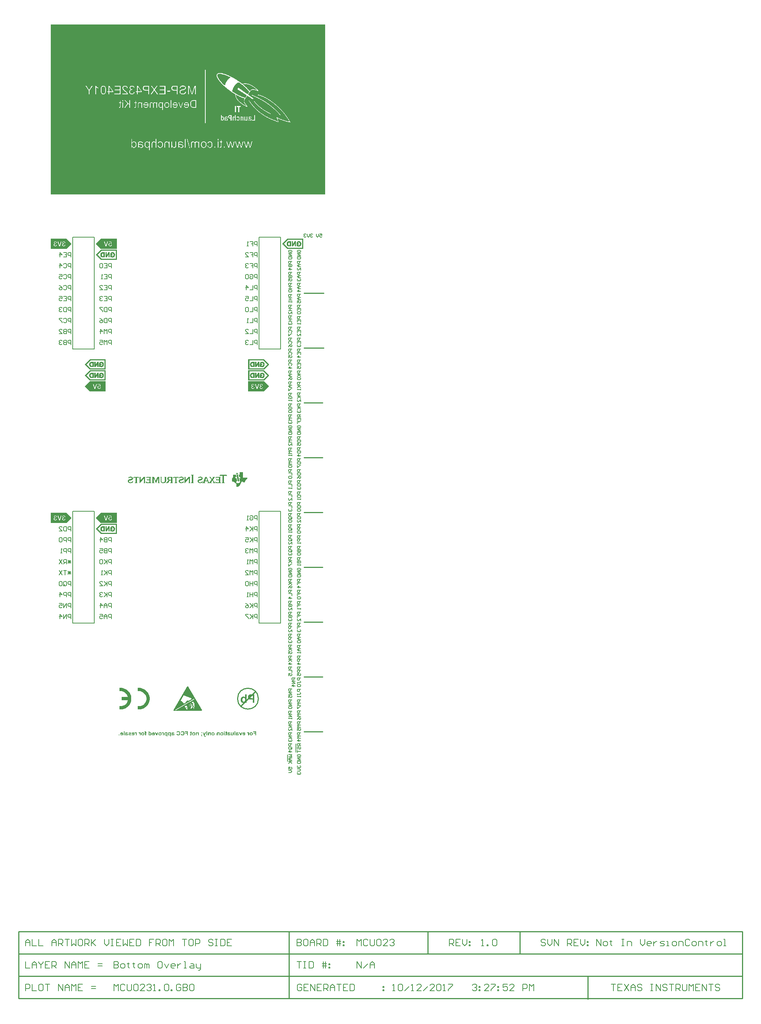
<source format=gbo>
G04 Layer_Color=9218505*
%FSAX25Y25*%
%MOIN*%
G70*
G01*
G75*
%ADD54C,0.01000*%
%ADD58C,0.00800*%
%ADD62C,0.00700*%
%ADD89C,0.00787*%
%ADD91C,0.00984*%
%ADD92C,0.00050*%
%ADD93C,0.00500*%
%ADD171C,0.00010*%
%ADD172C,0.00200*%
%ADD173C,0.00300*%
G36*
X0256700Y0279900D02*
X0255923D01*
Y0281532D01*
X0254317D01*
Y0282183D01*
X0255923D01*
Y0283089D01*
X0254062D01*
Y0283741D01*
X0256700D01*
Y0279900D01*
D02*
G37*
G36*
X0248930Y0282742D02*
X0248993Y0282731D01*
X0249045Y0282716D01*
X0249093Y0282701D01*
X0249130Y0282682D01*
X0249159Y0282668D01*
X0249178Y0282657D01*
X0249185Y0282653D01*
X0249211Y0282634D01*
X0249237Y0282612D01*
X0249293Y0282557D01*
X0249344Y0282497D01*
X0249393Y0282438D01*
X0249433Y0282379D01*
X0249452Y0282353D01*
X0249466Y0282331D01*
X0249478Y0282312D01*
X0249489Y0282298D01*
X0249492Y0282290D01*
X0249496Y0282287D01*
Y0282682D01*
X0250181D01*
Y0279900D01*
X0249444D01*
Y0280758D01*
Y0280888D01*
X0249441Y0281003D01*
X0249437Y0281110D01*
X0249433Y0281202D01*
X0249429Y0281291D01*
X0249426Y0281365D01*
X0249418Y0281432D01*
X0249415Y0281491D01*
X0249407Y0281543D01*
X0249404Y0281583D01*
X0249400Y0281617D01*
X0249393Y0281646D01*
X0249389Y0281665D01*
Y0281680D01*
X0249385Y0281687D01*
Y0281691D01*
X0249359Y0281768D01*
X0249333Y0281831D01*
X0249304Y0281887D01*
X0249278Y0281928D01*
X0249256Y0281961D01*
X0249237Y0281983D01*
X0249222Y0281994D01*
X0249219Y0281998D01*
X0249178Y0282028D01*
X0249133Y0282050D01*
X0249089Y0282065D01*
X0249048Y0282076D01*
X0249011Y0282083D01*
X0248982Y0282087D01*
X0248956D01*
X0248897Y0282083D01*
X0248834Y0282068D01*
X0248778Y0282050D01*
X0248723Y0282028D01*
X0248678Y0282002D01*
X0248641Y0281983D01*
X0248630Y0281976D01*
X0248619Y0281968D01*
X0248616Y0281965D01*
X0248612D01*
X0248382Y0282605D01*
X0248471Y0282653D01*
X0248556Y0282686D01*
X0248638Y0282712D01*
X0248712Y0282727D01*
X0248775Y0282738D01*
X0248800Y0282742D01*
X0248823D01*
X0248841Y0282745D01*
X0248867D01*
X0248930Y0282742D01*
D02*
G37*
G36*
X0144564D02*
X0144660Y0282727D01*
X0144753Y0282708D01*
X0144838Y0282682D01*
X0144919Y0282653D01*
X0144997Y0282620D01*
X0145064Y0282586D01*
X0145126Y0282549D01*
X0145186Y0282512D01*
X0145234Y0282479D01*
X0145278Y0282446D01*
X0145311Y0282416D01*
X0145341Y0282390D01*
X0145360Y0282372D01*
X0145374Y0282357D01*
X0145378Y0282353D01*
X0145441Y0282275D01*
X0145496Y0282194D01*
X0145545Y0282109D01*
X0145585Y0282020D01*
X0145619Y0281928D01*
X0145648Y0281839D01*
X0145674Y0281750D01*
X0145693Y0281665D01*
X0145707Y0281583D01*
X0145719Y0281509D01*
X0145726Y0281443D01*
X0145730Y0281384D01*
X0145733Y0281336D01*
X0145737Y0281299D01*
Y0281276D01*
Y0281273D01*
Y0281269D01*
X0145733Y0281162D01*
X0145726Y0281062D01*
X0145711Y0280966D01*
X0145693Y0280873D01*
X0145674Y0280788D01*
X0145652Y0280710D01*
X0145626Y0280636D01*
X0145600Y0280573D01*
X0145574Y0280514D01*
X0145548Y0280462D01*
X0145526Y0280414D01*
X0145508Y0280377D01*
X0145489Y0280348D01*
X0145474Y0280329D01*
X0145467Y0280314D01*
X0145463Y0280311D01*
X0145393Y0280229D01*
X0145319Y0280155D01*
X0145234Y0280092D01*
X0145149Y0280037D01*
X0145060Y0279993D01*
X0144971Y0279952D01*
X0144882Y0279922D01*
X0144797Y0279896D01*
X0144716Y0279878D01*
X0144638Y0279863D01*
X0144568Y0279852D01*
X0144509Y0279844D01*
X0144460Y0279841D01*
X0144423Y0279837D01*
X0144390D01*
X0144305Y0279841D01*
X0144227Y0279844D01*
X0144150Y0279856D01*
X0144076Y0279870D01*
X0144009Y0279885D01*
X0143946Y0279904D01*
X0143891Y0279922D01*
X0143835Y0279944D01*
X0143791Y0279963D01*
X0143746Y0279981D01*
X0143713Y0280000D01*
X0143684Y0280015D01*
X0143658Y0280030D01*
X0143643Y0280041D01*
X0143632Y0280044D01*
X0143628Y0280048D01*
X0143572Y0280089D01*
X0143521Y0280137D01*
X0143428Y0280233D01*
X0143354Y0280337D01*
X0143291Y0280436D01*
X0143265Y0280485D01*
X0143243Y0280525D01*
X0143225Y0280566D01*
X0143206Y0280599D01*
X0143195Y0280629D01*
X0143188Y0280647D01*
X0143180Y0280662D01*
Y0280666D01*
X0143913Y0280788D01*
X0143939Y0280714D01*
X0143968Y0280651D01*
X0143998Y0280599D01*
X0144028Y0280555D01*
X0144053Y0280522D01*
X0144076Y0280499D01*
X0144090Y0280485D01*
X0144094Y0280481D01*
X0144139Y0280451D01*
X0144187Y0280429D01*
X0144235Y0280411D01*
X0144283Y0280399D01*
X0144320Y0280392D01*
X0144353Y0280388D01*
X0144383D01*
X0144431Y0280392D01*
X0144475Y0280396D01*
X0144557Y0280418D01*
X0144631Y0280448D01*
X0144690Y0280481D01*
X0144742Y0280514D01*
X0144779Y0280540D01*
X0144790Y0280555D01*
X0144801Y0280562D01*
X0144805Y0280566D01*
X0144808Y0280570D01*
X0144838Y0280607D01*
X0144864Y0280644D01*
X0144904Y0280725D01*
X0144938Y0280810D01*
X0144956Y0280892D01*
X0144971Y0280966D01*
X0144975Y0280999D01*
X0144978Y0281025D01*
Y0281047D01*
X0144982Y0281066D01*
Y0281077D01*
Y0281080D01*
X0143140D01*
Y0281232D01*
X0143151Y0281376D01*
X0143166Y0281509D01*
X0143188Y0281632D01*
X0143214Y0281746D01*
X0143243Y0281846D01*
X0143273Y0281942D01*
X0143306Y0282024D01*
X0143339Y0282098D01*
X0143369Y0282161D01*
X0143402Y0282212D01*
X0143428Y0282257D01*
X0143450Y0282290D01*
X0143469Y0282316D01*
X0143480Y0282331D01*
X0143484Y0282335D01*
X0143554Y0282409D01*
X0143628Y0282471D01*
X0143706Y0282523D01*
X0143787Y0282571D01*
X0143869Y0282612D01*
X0143950Y0282645D01*
X0144031Y0282671D01*
X0144109Y0282694D01*
X0144183Y0282712D01*
X0144250Y0282723D01*
X0144309Y0282734D01*
X0144361Y0282738D01*
X0144405Y0282742D01*
X0144438Y0282745D01*
X0144464D01*
X0144564Y0282742D01*
D02*
G37*
G36*
X0134126D02*
X0134223Y0282727D01*
X0134315Y0282708D01*
X0134400Y0282682D01*
X0134482Y0282653D01*
X0134559Y0282620D01*
X0134626Y0282586D01*
X0134689Y0282549D01*
X0134748Y0282512D01*
X0134796Y0282479D01*
X0134841Y0282446D01*
X0134874Y0282416D01*
X0134903Y0282390D01*
X0134922Y0282372D01*
X0134937Y0282357D01*
X0134940Y0282353D01*
X0135003Y0282275D01*
X0135059Y0282194D01*
X0135107Y0282109D01*
X0135148Y0282020D01*
X0135181Y0281928D01*
X0135211Y0281839D01*
X0135236Y0281750D01*
X0135255Y0281665D01*
X0135270Y0281583D01*
X0135281Y0281509D01*
X0135288Y0281443D01*
X0135292Y0281384D01*
X0135296Y0281336D01*
X0135299Y0281299D01*
Y0281276D01*
Y0281273D01*
Y0281269D01*
X0135296Y0281162D01*
X0135288Y0281062D01*
X0135273Y0280966D01*
X0135255Y0280873D01*
X0135236Y0280788D01*
X0135214Y0280710D01*
X0135188Y0280636D01*
X0135162Y0280573D01*
X0135136Y0280514D01*
X0135111Y0280462D01*
X0135088Y0280414D01*
X0135070Y0280377D01*
X0135051Y0280348D01*
X0135037Y0280329D01*
X0135029Y0280314D01*
X0135026Y0280311D01*
X0134955Y0280229D01*
X0134881Y0280155D01*
X0134796Y0280092D01*
X0134711Y0280037D01*
X0134622Y0279993D01*
X0134533Y0279952D01*
X0134445Y0279922D01*
X0134360Y0279896D01*
X0134278Y0279878D01*
X0134200Y0279863D01*
X0134130Y0279852D01*
X0134071Y0279844D01*
X0134023Y0279841D01*
X0133986Y0279837D01*
X0133952D01*
X0133867Y0279841D01*
X0133790Y0279844D01*
X0133712Y0279856D01*
X0133638Y0279870D01*
X0133571Y0279885D01*
X0133509Y0279904D01*
X0133453Y0279922D01*
X0133397Y0279944D01*
X0133353Y0279963D01*
X0133309Y0279981D01*
X0133275Y0280000D01*
X0133246Y0280015D01*
X0133220Y0280030D01*
X0133205Y0280041D01*
X0133194Y0280044D01*
X0133190Y0280048D01*
X0133135Y0280089D01*
X0133083Y0280137D01*
X0132991Y0280233D01*
X0132916Y0280337D01*
X0132854Y0280436D01*
X0132828Y0280485D01*
X0132806Y0280525D01*
X0132787Y0280566D01*
X0132768Y0280599D01*
X0132757Y0280629D01*
X0132750Y0280647D01*
X0132743Y0280662D01*
Y0280666D01*
X0133475Y0280788D01*
X0133501Y0280714D01*
X0133531Y0280651D01*
X0133560Y0280599D01*
X0133590Y0280555D01*
X0133616Y0280522D01*
X0133638Y0280499D01*
X0133653Y0280485D01*
X0133657Y0280481D01*
X0133701Y0280451D01*
X0133749Y0280429D01*
X0133797Y0280411D01*
X0133845Y0280399D01*
X0133882Y0280392D01*
X0133915Y0280388D01*
X0133945D01*
X0133993Y0280392D01*
X0134038Y0280396D01*
X0134119Y0280418D01*
X0134193Y0280448D01*
X0134252Y0280481D01*
X0134304Y0280514D01*
X0134341Y0280540D01*
X0134352Y0280555D01*
X0134363Y0280562D01*
X0134367Y0280566D01*
X0134371Y0280570D01*
X0134400Y0280607D01*
X0134426Y0280644D01*
X0134467Y0280725D01*
X0134500Y0280810D01*
X0134519Y0280892D01*
X0134533Y0280966D01*
X0134537Y0280999D01*
X0134541Y0281025D01*
Y0281047D01*
X0134545Y0281066D01*
Y0281077D01*
Y0281080D01*
X0132702D01*
Y0281232D01*
X0132713Y0281376D01*
X0132728Y0281509D01*
X0132750Y0281632D01*
X0132776Y0281746D01*
X0132806Y0281846D01*
X0132835Y0281942D01*
X0132868Y0282024D01*
X0132902Y0282098D01*
X0132931Y0282161D01*
X0132965Y0282212D01*
X0132991Y0282257D01*
X0133013Y0282290D01*
X0133031Y0282316D01*
X0133042Y0282331D01*
X0133046Y0282335D01*
X0133116Y0282409D01*
X0133190Y0282471D01*
X0133268Y0282523D01*
X0133349Y0282571D01*
X0133431Y0282612D01*
X0133512Y0282645D01*
X0133594Y0282671D01*
X0133671Y0282694D01*
X0133745Y0282712D01*
X0133812Y0282723D01*
X0133871Y0282734D01*
X0133923Y0282738D01*
X0133967Y0282742D01*
X0134001Y0282745D01*
X0134027D01*
X0134126Y0282742D01*
D02*
G37*
G36*
X0237627Y0279900D02*
X0236890D01*
Y0283741D01*
X0237627D01*
Y0279900D01*
D02*
G37*
G36*
X0213776Y0282742D02*
X0213876Y0282727D01*
X0213969Y0282701D01*
X0214054Y0282671D01*
X0214135Y0282634D01*
X0214209Y0282597D01*
X0214280Y0282553D01*
X0214342Y0282508D01*
X0214402Y0282464D01*
X0214450Y0282423D01*
X0214494Y0282383D01*
X0214527Y0282346D01*
X0214557Y0282316D01*
X0214576Y0282294D01*
X0214590Y0282275D01*
X0214594Y0282272D01*
Y0282682D01*
X0215279D01*
Y0279900D01*
X0214542D01*
Y0281158D01*
Y0281243D01*
X0214539Y0281321D01*
Y0281391D01*
X0214535Y0281454D01*
X0214527Y0281513D01*
X0214524Y0281565D01*
X0214520Y0281613D01*
X0214513Y0281654D01*
X0214509Y0281687D01*
X0214505Y0281720D01*
X0214498Y0281743D01*
X0214494Y0281765D01*
X0214490Y0281780D01*
Y0281791D01*
X0214487Y0281794D01*
Y0281798D01*
X0214461Y0281861D01*
X0214431Y0281916D01*
X0214398Y0281961D01*
X0214361Y0282002D01*
X0214331Y0282035D01*
X0214305Y0282057D01*
X0214287Y0282072D01*
X0214280Y0282076D01*
X0214220Y0282113D01*
X0214161Y0282138D01*
X0214106Y0282157D01*
X0214050Y0282168D01*
X0214006Y0282179D01*
X0213969Y0282183D01*
X0213935D01*
X0213880Y0282179D01*
X0213832Y0282172D01*
X0213787Y0282161D01*
X0213750Y0282146D01*
X0213721Y0282131D01*
X0213699Y0282120D01*
X0213684Y0282113D01*
X0213680Y0282109D01*
X0213643Y0282079D01*
X0213610Y0282046D01*
X0213584Y0282013D01*
X0213562Y0281979D01*
X0213547Y0281946D01*
X0213532Y0281924D01*
X0213528Y0281909D01*
X0213525Y0281902D01*
X0213517Y0281872D01*
X0213510Y0281839D01*
X0213503Y0281798D01*
X0213495Y0281754D01*
X0213488Y0281658D01*
X0213484Y0281561D01*
X0213480Y0281513D01*
Y0281469D01*
X0213477Y0281424D01*
Y0281391D01*
Y0281362D01*
Y0281336D01*
Y0281321D01*
Y0281317D01*
Y0279900D01*
X0212740D01*
Y0281628D01*
Y0281743D01*
X0212748Y0281842D01*
X0212751Y0281883D01*
Y0281924D01*
X0212755Y0281961D01*
X0212759Y0281994D01*
X0212762Y0282024D01*
X0212766Y0282050D01*
X0212770Y0282072D01*
X0212774Y0282087D01*
X0212777Y0282101D01*
Y0282113D01*
X0212781Y0282116D01*
Y0282120D01*
X0212800Y0282183D01*
X0212822Y0282242D01*
X0212844Y0282294D01*
X0212870Y0282342D01*
X0212892Y0282379D01*
X0212907Y0282409D01*
X0212922Y0282423D01*
X0212925Y0282431D01*
X0212970Y0282479D01*
X0213018Y0282523D01*
X0213070Y0282564D01*
X0213118Y0282594D01*
X0213162Y0282620D01*
X0213199Y0282642D01*
X0213214Y0282649D01*
X0213225Y0282653D01*
X0213229Y0282657D01*
X0213232D01*
X0213310Y0282686D01*
X0213388Y0282708D01*
X0213462Y0282723D01*
X0213532Y0282734D01*
X0213591Y0282742D01*
X0213614D01*
X0213636Y0282745D01*
X0213676D01*
X0213776Y0282742D01*
D02*
G37*
G36*
X0211993Y0279900D02*
X0211257D01*
Y0283741D01*
X0211993D01*
Y0279900D01*
D02*
G37*
G36*
X0228088D02*
X0227352D01*
Y0282682D01*
X0228088D01*
Y0279900D01*
D02*
G37*
G36*
X0221824Y0282742D02*
X0221924Y0282727D01*
X0222016Y0282701D01*
X0222101Y0282671D01*
X0222183Y0282634D01*
X0222257Y0282597D01*
X0222327Y0282553D01*
X0222390Y0282508D01*
X0222449Y0282464D01*
X0222497Y0282423D01*
X0222542Y0282383D01*
X0222575Y0282346D01*
X0222604Y0282316D01*
X0222623Y0282294D01*
X0222638Y0282275D01*
X0222641Y0282272D01*
Y0282682D01*
X0223326D01*
Y0279900D01*
X0222590D01*
Y0281158D01*
Y0281243D01*
X0222586Y0281321D01*
Y0281391D01*
X0222582Y0281454D01*
X0222575Y0281513D01*
X0222571Y0281565D01*
X0222568Y0281613D01*
X0222560Y0281654D01*
X0222556Y0281687D01*
X0222553Y0281720D01*
X0222545Y0281743D01*
X0222542Y0281765D01*
X0222538Y0281780D01*
Y0281791D01*
X0222534Y0281794D01*
Y0281798D01*
X0222508Y0281861D01*
X0222479Y0281916D01*
X0222445Y0281961D01*
X0222408Y0282002D01*
X0222379Y0282035D01*
X0222353Y0282057D01*
X0222334Y0282072D01*
X0222327Y0282076D01*
X0222268Y0282113D01*
X0222209Y0282138D01*
X0222153Y0282157D01*
X0222098Y0282168D01*
X0222053Y0282179D01*
X0222016Y0282183D01*
X0221983D01*
X0221927Y0282179D01*
X0221879Y0282172D01*
X0221835Y0282161D01*
X0221798Y0282146D01*
X0221768Y0282131D01*
X0221746Y0282120D01*
X0221731Y0282113D01*
X0221728Y0282109D01*
X0221691Y0282079D01*
X0221657Y0282046D01*
X0221631Y0282013D01*
X0221609Y0281979D01*
X0221594Y0281946D01*
X0221580Y0281924D01*
X0221576Y0281909D01*
X0221572Y0281902D01*
X0221565Y0281872D01*
X0221557Y0281839D01*
X0221550Y0281798D01*
X0221543Y0281754D01*
X0221535Y0281658D01*
X0221532Y0281561D01*
X0221528Y0281513D01*
Y0281469D01*
X0221524Y0281424D01*
Y0281391D01*
Y0281362D01*
Y0281336D01*
Y0281321D01*
Y0281317D01*
Y0279900D01*
X0220788D01*
Y0281628D01*
Y0281743D01*
X0220795Y0281842D01*
X0220799Y0281883D01*
Y0281924D01*
X0220803Y0281961D01*
X0220806Y0281994D01*
X0220810Y0282024D01*
X0220814Y0282050D01*
X0220817Y0282072D01*
X0220821Y0282087D01*
X0220825Y0282101D01*
Y0282113D01*
X0220829Y0282116D01*
Y0282120D01*
X0220847Y0282183D01*
X0220869Y0282242D01*
X0220891Y0282294D01*
X0220917Y0282342D01*
X0220939Y0282379D01*
X0220954Y0282409D01*
X0220969Y0282423D01*
X0220973Y0282431D01*
X0221017Y0282479D01*
X0221065Y0282523D01*
X0221117Y0282564D01*
X0221165Y0282594D01*
X0221210Y0282620D01*
X0221247Y0282642D01*
X0221261Y0282649D01*
X0221272Y0282653D01*
X0221276Y0282657D01*
X0221280D01*
X0221358Y0282686D01*
X0221435Y0282708D01*
X0221509Y0282723D01*
X0221580Y0282734D01*
X0221639Y0282742D01*
X0221661D01*
X0221683Y0282745D01*
X0221724D01*
X0221824Y0282742D01*
D02*
G37*
G36*
X0189612Y0283800D02*
X0189752Y0283785D01*
X0189882Y0283759D01*
X0190007Y0283726D01*
X0190122Y0283685D01*
X0190229Y0283637D01*
X0190329Y0283589D01*
X0190418Y0283541D01*
X0190496Y0283493D01*
X0190566Y0283445D01*
X0190625Y0283397D01*
X0190677Y0283360D01*
X0190714Y0283323D01*
X0190744Y0283297D01*
X0190759Y0283282D01*
X0190766Y0283274D01*
X0190851Y0283171D01*
X0190929Y0283060D01*
X0190995Y0282941D01*
X0191051Y0282819D01*
X0191099Y0282694D01*
X0191136Y0282571D01*
X0191169Y0282449D01*
X0191195Y0282331D01*
X0191217Y0282220D01*
X0191232Y0282116D01*
X0191243Y0282024D01*
X0191251Y0281942D01*
X0191254Y0281905D01*
Y0281876D01*
Y0281850D01*
X0191258Y0281824D01*
Y0281809D01*
Y0281794D01*
Y0281787D01*
Y0281783D01*
X0191251Y0281617D01*
X0191236Y0281461D01*
X0191214Y0281313D01*
X0191180Y0281176D01*
X0191143Y0281051D01*
X0191103Y0280932D01*
X0191058Y0280825D01*
X0191010Y0280729D01*
X0190966Y0280644D01*
X0190921Y0280570D01*
X0190881Y0280503D01*
X0190844Y0280451D01*
X0190810Y0280411D01*
X0190788Y0280381D01*
X0190770Y0280363D01*
X0190766Y0280355D01*
X0190670Y0280263D01*
X0190570Y0280181D01*
X0190466Y0280115D01*
X0190363Y0280055D01*
X0190255Y0280004D01*
X0190152Y0279959D01*
X0190052Y0279926D01*
X0189956Y0279900D01*
X0189863Y0279878D01*
X0189778Y0279859D01*
X0189704Y0279848D01*
X0189637Y0279841D01*
X0189586Y0279837D01*
X0189564D01*
X0189545Y0279833D01*
X0189512D01*
X0189397Y0279837D01*
X0189290Y0279848D01*
X0189186Y0279863D01*
X0189090Y0279882D01*
X0189001Y0279904D01*
X0188916Y0279930D01*
X0188838Y0279956D01*
X0188768Y0279985D01*
X0188705Y0280015D01*
X0188650Y0280041D01*
X0188602Y0280066D01*
X0188565Y0280089D01*
X0188531Y0280107D01*
X0188509Y0280126D01*
X0188494Y0280133D01*
X0188490Y0280137D01*
X0188417Y0280200D01*
X0188350Y0280266D01*
X0188287Y0280337D01*
X0188232Y0280414D01*
X0188176Y0280492D01*
X0188132Y0280570D01*
X0188087Y0280647D01*
X0188050Y0280721D01*
X0188017Y0280795D01*
X0187991Y0280862D01*
X0187965Y0280921D01*
X0187947Y0280973D01*
X0187932Y0281017D01*
X0187921Y0281051D01*
X0187917Y0281069D01*
X0187913Y0281077D01*
X0188664Y0281313D01*
X0188683Y0281236D01*
X0188705Y0281165D01*
X0188731Y0281099D01*
X0188757Y0281036D01*
X0188783Y0280980D01*
X0188809Y0280929D01*
X0188838Y0280884D01*
X0188864Y0280843D01*
X0188886Y0280806D01*
X0188912Y0280777D01*
X0188931Y0280751D01*
X0188949Y0280729D01*
X0188964Y0280714D01*
X0188975Y0280703D01*
X0188983Y0280696D01*
X0188986Y0280692D01*
X0189027Y0280659D01*
X0189071Y0280629D01*
X0189120Y0280599D01*
X0189164Y0280577D01*
X0189253Y0280544D01*
X0189334Y0280522D01*
X0189375Y0280510D01*
X0189408Y0280507D01*
X0189441Y0280503D01*
X0189467Y0280499D01*
X0189489Y0280496D01*
X0189519D01*
X0189597Y0280499D01*
X0189667Y0280510D01*
X0189737Y0280525D01*
X0189800Y0280544D01*
X0189863Y0280566D01*
X0189919Y0280592D01*
X0189971Y0280622D01*
X0190015Y0280651D01*
X0190059Y0280677D01*
X0190096Y0280707D01*
X0190126Y0280732D01*
X0190152Y0280755D01*
X0190174Y0280773D01*
X0190189Y0280788D01*
X0190196Y0280799D01*
X0190200Y0280803D01*
X0190244Y0280866D01*
X0190285Y0280936D01*
X0190318Y0281014D01*
X0190348Y0281095D01*
X0190374Y0281180D01*
X0190396Y0281269D01*
X0190415Y0281354D01*
X0190426Y0281439D01*
X0190437Y0281521D01*
X0190444Y0281595D01*
X0190452Y0281665D01*
X0190455Y0281724D01*
X0190459Y0281772D01*
Y0281809D01*
Y0281824D01*
Y0281835D01*
Y0281839D01*
Y0281842D01*
X0190455Y0281968D01*
X0190448Y0282083D01*
X0190433Y0282190D01*
X0190418Y0282290D01*
X0190400Y0282379D01*
X0190377Y0282460D01*
X0190352Y0282534D01*
X0190326Y0282597D01*
X0190304Y0282657D01*
X0190278Y0282705D01*
X0190255Y0282745D01*
X0190237Y0282779D01*
X0190222Y0282804D01*
X0190207Y0282823D01*
X0190200Y0282834D01*
X0190196Y0282838D01*
X0190144Y0282893D01*
X0190089Y0282938D01*
X0190033Y0282982D01*
X0189974Y0283015D01*
X0189915Y0283045D01*
X0189859Y0283071D01*
X0189804Y0283089D01*
X0189749Y0283108D01*
X0189697Y0283119D01*
X0189649Y0283130D01*
X0189608Y0283134D01*
X0189571Y0283141D01*
X0189541D01*
X0189519Y0283145D01*
X0189445D01*
X0189390Y0283137D01*
X0189290Y0283119D01*
X0189201Y0283089D01*
X0189123Y0283060D01*
X0189094Y0283041D01*
X0189064Y0283027D01*
X0189038Y0283012D01*
X0189016Y0282997D01*
X0189001Y0282986D01*
X0188990Y0282978D01*
X0188983Y0282975D01*
X0188979Y0282971D01*
X0188905Y0282901D01*
X0188842Y0282823D01*
X0188790Y0282745D01*
X0188753Y0282671D01*
X0188724Y0282605D01*
X0188713Y0282575D01*
X0188705Y0282549D01*
X0188698Y0282531D01*
X0188694Y0282516D01*
X0188690Y0282505D01*
Y0282501D01*
X0187924Y0282686D01*
X0187950Y0282771D01*
X0187980Y0282849D01*
X0188010Y0282923D01*
X0188043Y0282990D01*
X0188076Y0283052D01*
X0188109Y0283112D01*
X0188139Y0283163D01*
X0188172Y0283211D01*
X0188202Y0283252D01*
X0188232Y0283289D01*
X0188254Y0283319D01*
X0188276Y0283345D01*
X0188294Y0283363D01*
X0188309Y0283378D01*
X0188317Y0283385D01*
X0188320Y0283389D01*
X0188405Y0283463D01*
X0188494Y0283526D01*
X0188590Y0283581D01*
X0188683Y0283630D01*
X0188779Y0283670D01*
X0188875Y0283704D01*
X0188968Y0283733D01*
X0189057Y0283755D01*
X0189142Y0283774D01*
X0189219Y0283785D01*
X0189286Y0283796D01*
X0189345Y0283800D01*
X0189397Y0283804D01*
X0189434Y0283807D01*
X0189464D01*
X0189612Y0283800D01*
D02*
G37*
G36*
X0185738D02*
X0185878Y0283785D01*
X0186008Y0283759D01*
X0186134Y0283726D01*
X0186248Y0283685D01*
X0186356Y0283637D01*
X0186456Y0283589D01*
X0186544Y0283541D01*
X0186622Y0283493D01*
X0186692Y0283445D01*
X0186751Y0283397D01*
X0186803Y0283360D01*
X0186840Y0283323D01*
X0186870Y0283297D01*
X0186885Y0283282D01*
X0186892Y0283274D01*
X0186977Y0283171D01*
X0187055Y0283060D01*
X0187121Y0282941D01*
X0187177Y0282819D01*
X0187225Y0282694D01*
X0187262Y0282571D01*
X0187295Y0282449D01*
X0187321Y0282331D01*
X0187344Y0282220D01*
X0187358Y0282116D01*
X0187369Y0282024D01*
X0187377Y0281942D01*
X0187381Y0281905D01*
Y0281876D01*
Y0281850D01*
X0187384Y0281824D01*
Y0281809D01*
Y0281794D01*
Y0281787D01*
Y0281783D01*
X0187377Y0281617D01*
X0187362Y0281461D01*
X0187340Y0281313D01*
X0187306Y0281176D01*
X0187269Y0281051D01*
X0187229Y0280932D01*
X0187184Y0280825D01*
X0187136Y0280729D01*
X0187092Y0280644D01*
X0187048Y0280570D01*
X0187007Y0280503D01*
X0186970Y0280451D01*
X0186936Y0280411D01*
X0186914Y0280381D01*
X0186896Y0280363D01*
X0186892Y0280355D01*
X0186796Y0280263D01*
X0186696Y0280181D01*
X0186592Y0280115D01*
X0186489Y0280055D01*
X0186381Y0280004D01*
X0186278Y0279959D01*
X0186178Y0279926D01*
X0186082Y0279900D01*
X0185989Y0279878D01*
X0185904Y0279859D01*
X0185830Y0279848D01*
X0185764Y0279841D01*
X0185712Y0279837D01*
X0185690D01*
X0185671Y0279833D01*
X0185638D01*
X0185523Y0279837D01*
X0185416Y0279848D01*
X0185312Y0279863D01*
X0185216Y0279882D01*
X0185127Y0279904D01*
X0185042Y0279930D01*
X0184964Y0279956D01*
X0184894Y0279985D01*
X0184831Y0280015D01*
X0184776Y0280041D01*
X0184728Y0280066D01*
X0184691Y0280089D01*
X0184657Y0280107D01*
X0184635Y0280126D01*
X0184620Y0280133D01*
X0184617Y0280137D01*
X0184543Y0280200D01*
X0184476Y0280266D01*
X0184413Y0280337D01*
X0184358Y0280414D01*
X0184302Y0280492D01*
X0184258Y0280570D01*
X0184213Y0280647D01*
X0184176Y0280721D01*
X0184143Y0280795D01*
X0184117Y0280862D01*
X0184091Y0280921D01*
X0184073Y0280973D01*
X0184058Y0281017D01*
X0184047Y0281051D01*
X0184043Y0281069D01*
X0184039Y0281077D01*
X0184791Y0281313D01*
X0184809Y0281236D01*
X0184831Y0281165D01*
X0184857Y0281099D01*
X0184883Y0281036D01*
X0184909Y0280980D01*
X0184935Y0280929D01*
X0184964Y0280884D01*
X0184990Y0280843D01*
X0185012Y0280806D01*
X0185038Y0280777D01*
X0185057Y0280751D01*
X0185075Y0280729D01*
X0185090Y0280714D01*
X0185101Y0280703D01*
X0185109Y0280696D01*
X0185112Y0280692D01*
X0185153Y0280659D01*
X0185197Y0280629D01*
X0185246Y0280599D01*
X0185290Y0280577D01*
X0185379Y0280544D01*
X0185460Y0280522D01*
X0185501Y0280510D01*
X0185534Y0280507D01*
X0185567Y0280503D01*
X0185593Y0280499D01*
X0185616Y0280496D01*
X0185645D01*
X0185723Y0280499D01*
X0185793Y0280510D01*
X0185863Y0280525D01*
X0185926Y0280544D01*
X0185989Y0280566D01*
X0186045Y0280592D01*
X0186097Y0280622D01*
X0186141Y0280651D01*
X0186185Y0280677D01*
X0186222Y0280707D01*
X0186252Y0280732D01*
X0186278Y0280755D01*
X0186300Y0280773D01*
X0186315Y0280788D01*
X0186322Y0280799D01*
X0186326Y0280803D01*
X0186370Y0280866D01*
X0186411Y0280936D01*
X0186444Y0281014D01*
X0186474Y0281095D01*
X0186500Y0281180D01*
X0186522Y0281269D01*
X0186541Y0281354D01*
X0186552Y0281439D01*
X0186563Y0281521D01*
X0186570Y0281595D01*
X0186578Y0281665D01*
X0186581Y0281724D01*
X0186585Y0281772D01*
Y0281809D01*
Y0281824D01*
Y0281835D01*
Y0281839D01*
Y0281842D01*
X0186581Y0281968D01*
X0186574Y0282083D01*
X0186559Y0282190D01*
X0186544Y0282290D01*
X0186526Y0282379D01*
X0186504Y0282460D01*
X0186478Y0282534D01*
X0186452Y0282597D01*
X0186430Y0282657D01*
X0186404Y0282705D01*
X0186381Y0282745D01*
X0186363Y0282779D01*
X0186348Y0282804D01*
X0186333Y0282823D01*
X0186326Y0282834D01*
X0186322Y0282838D01*
X0186270Y0282893D01*
X0186215Y0282938D01*
X0186160Y0282982D01*
X0186100Y0283015D01*
X0186041Y0283045D01*
X0185986Y0283071D01*
X0185930Y0283089D01*
X0185875Y0283108D01*
X0185823Y0283119D01*
X0185775Y0283130D01*
X0185734Y0283134D01*
X0185697Y0283141D01*
X0185667D01*
X0185645Y0283145D01*
X0185571D01*
X0185516Y0283137D01*
X0185416Y0283119D01*
X0185327Y0283089D01*
X0185249Y0283060D01*
X0185220Y0283041D01*
X0185190Y0283027D01*
X0185164Y0283012D01*
X0185142Y0282997D01*
X0185127Y0282986D01*
X0185116Y0282978D01*
X0185109Y0282975D01*
X0185105Y0282971D01*
X0185031Y0282901D01*
X0184968Y0282823D01*
X0184916Y0282745D01*
X0184879Y0282671D01*
X0184850Y0282605D01*
X0184839Y0282575D01*
X0184831Y0282549D01*
X0184824Y0282531D01*
X0184820Y0282516D01*
X0184816Y0282505D01*
Y0282501D01*
X0184051Y0282686D01*
X0184076Y0282771D01*
X0184106Y0282849D01*
X0184136Y0282923D01*
X0184169Y0282990D01*
X0184202Y0283052D01*
X0184236Y0283112D01*
X0184265Y0283163D01*
X0184298Y0283211D01*
X0184328Y0283252D01*
X0184358Y0283289D01*
X0184380Y0283319D01*
X0184402Y0283345D01*
X0184421Y0283363D01*
X0184435Y0283378D01*
X0184443Y0283385D01*
X0184446Y0283389D01*
X0184531Y0283463D01*
X0184620Y0283526D01*
X0184716Y0283581D01*
X0184809Y0283630D01*
X0184905Y0283670D01*
X0185001Y0283704D01*
X0185094Y0283733D01*
X0185183Y0283755D01*
X0185268Y0283774D01*
X0185345Y0283785D01*
X0185412Y0283796D01*
X0185471Y0283800D01*
X0185523Y0283804D01*
X0185560Y0283807D01*
X0185590D01*
X0185738Y0283800D01*
D02*
G37*
G36*
X0166224Y0279900D02*
X0165562D01*
X0164455Y0282682D01*
X0165214D01*
X0165739Y0281262D01*
X0165769Y0281176D01*
X0165784Y0281136D01*
X0165795Y0281099D01*
X0165806Y0281069D01*
X0165813Y0281047D01*
X0165821Y0281029D01*
Y0281025D01*
X0165828Y0280999D01*
X0165839Y0280962D01*
X0165850Y0280925D01*
X0165861Y0280884D01*
X0165876Y0280847D01*
X0165884Y0280818D01*
X0165891Y0280795D01*
X0165895Y0280792D01*
Y0280788D01*
X0166046Y0281262D01*
X0166572Y0282682D01*
X0167345D01*
X0166224Y0279900D01*
D02*
G37*
G36*
X0209791Y0279893D02*
X0209817Y0279811D01*
X0209851Y0279737D01*
X0209880Y0279671D01*
X0209913Y0279615D01*
X0209939Y0279571D01*
X0209962Y0279537D01*
X0209976Y0279519D01*
X0209984Y0279511D01*
X0210036Y0279460D01*
X0210095Y0279423D01*
X0210158Y0279397D01*
X0210217Y0279378D01*
X0210272Y0279367D01*
X0210298Y0279363D01*
X0210320D01*
X0210335Y0279360D01*
X0210361D01*
X0210469Y0279367D01*
X0210520Y0279371D01*
X0210568Y0279378D01*
X0210609Y0279386D01*
X0210642Y0279389D01*
X0210665Y0279397D01*
X0210672D01*
X0210605Y0278820D01*
X0210528Y0278805D01*
X0210454Y0278794D01*
X0210383Y0278783D01*
X0210320Y0278779D01*
X0210269Y0278775D01*
X0210228Y0278771D01*
X0210191D01*
X0210113Y0278775D01*
X0210043Y0278779D01*
X0209980Y0278786D01*
X0209925Y0278797D01*
X0209876Y0278805D01*
X0209843Y0278812D01*
X0209821Y0278816D01*
X0209814Y0278820D01*
X0209754Y0278838D01*
X0209699Y0278857D01*
X0209651Y0278879D01*
X0209614Y0278901D01*
X0209580Y0278916D01*
X0209555Y0278931D01*
X0209540Y0278942D01*
X0209536Y0278945D01*
X0209495Y0278975D01*
X0209455Y0279012D01*
X0209421Y0279045D01*
X0209392Y0279079D01*
X0209370Y0279108D01*
X0209351Y0279130D01*
X0209340Y0279145D01*
X0209336Y0279153D01*
X0209303Y0279204D01*
X0209270Y0279264D01*
X0209236Y0279327D01*
X0209207Y0279386D01*
X0209185Y0279437D01*
X0209166Y0279482D01*
X0209159Y0279500D01*
X0209151Y0279511D01*
X0209148Y0279519D01*
Y0279523D01*
X0208974Y0280004D01*
X0207990Y0282682D01*
X0208752D01*
X0209403Y0280707D01*
X0210065Y0282682D01*
X0210850D01*
X0209791Y0279893D01*
D02*
G37*
G36*
X0229842Y0283234D02*
Y0282682D01*
X0230178D01*
Y0282094D01*
X0229842D01*
Y0280880D01*
Y0280810D01*
Y0280747D01*
X0229838Y0280688D01*
Y0280633D01*
Y0280588D01*
X0229834Y0280544D01*
Y0280507D01*
X0229831Y0280473D01*
X0229827Y0280448D01*
Y0280422D01*
X0229823Y0280403D01*
Y0280388D01*
Y0280377D01*
X0229819Y0280370D01*
Y0280363D01*
X0229805Y0280300D01*
X0229790Y0280240D01*
X0229775Y0280192D01*
X0229757Y0280152D01*
X0229742Y0280118D01*
X0229727Y0280092D01*
X0229720Y0280078D01*
X0229716Y0280074D01*
X0229686Y0280037D01*
X0229649Y0280004D01*
X0229609Y0279974D01*
X0229572Y0279952D01*
X0229538Y0279930D01*
X0229509Y0279915D01*
X0229490Y0279907D01*
X0229483Y0279904D01*
X0229420Y0279882D01*
X0229361Y0279867D01*
X0229298Y0279852D01*
X0229242Y0279844D01*
X0229194Y0279841D01*
X0229157Y0279837D01*
X0229124D01*
X0229006Y0279841D01*
X0228898Y0279856D01*
X0228798Y0279870D01*
X0228754Y0279882D01*
X0228713Y0279893D01*
X0228676Y0279900D01*
X0228643Y0279911D01*
X0228613Y0279919D01*
X0228587Y0279930D01*
X0228569Y0279933D01*
X0228554Y0279941D01*
X0228547Y0279944D01*
X0228543D01*
X0228606Y0280518D01*
X0228673Y0280496D01*
X0228732Y0280477D01*
X0228783Y0280466D01*
X0228824Y0280455D01*
X0228857Y0280451D01*
X0228883Y0280448D01*
X0228902D01*
X0228954Y0280451D01*
X0228991Y0280466D01*
X0229006Y0280470D01*
X0229017Y0280477D01*
X0229024Y0280481D01*
X0229028D01*
X0229061Y0280510D01*
X0229080Y0280540D01*
X0229091Y0280566D01*
X0229094Y0280570D01*
Y0280573D01*
Y0280588D01*
X0229098Y0280607D01*
Y0280633D01*
X0229102Y0280662D01*
Y0280725D01*
X0229105Y0280795D01*
Y0280862D01*
Y0280892D01*
Y0280918D01*
Y0280940D01*
Y0280958D01*
Y0280969D01*
Y0280973D01*
Y0282094D01*
X0228602D01*
Y0282682D01*
X0229105D01*
Y0283667D01*
X0229842Y0283234D01*
D02*
G37*
G36*
X0245615Y0282742D02*
X0245711Y0282727D01*
X0245803Y0282708D01*
X0245889Y0282682D01*
X0245970Y0282653D01*
X0246048Y0282620D01*
X0246114Y0282586D01*
X0246177Y0282549D01*
X0246236Y0282512D01*
X0246285Y0282479D01*
X0246329Y0282446D01*
X0246362Y0282416D01*
X0246392Y0282390D01*
X0246410Y0282372D01*
X0246425Y0282357D01*
X0246429Y0282353D01*
X0246492Y0282275D01*
X0246547Y0282194D01*
X0246595Y0282109D01*
X0246636Y0282020D01*
X0246669Y0281928D01*
X0246699Y0281839D01*
X0246725Y0281750D01*
X0246743Y0281665D01*
X0246758Y0281583D01*
X0246769Y0281509D01*
X0246777Y0281443D01*
X0246780Y0281384D01*
X0246784Y0281336D01*
X0246788Y0281299D01*
Y0281276D01*
Y0281273D01*
Y0281269D01*
X0246784Y0281162D01*
X0246777Y0281062D01*
X0246762Y0280966D01*
X0246743Y0280873D01*
X0246725Y0280788D01*
X0246703Y0280710D01*
X0246677Y0280636D01*
X0246651Y0280573D01*
X0246625Y0280514D01*
X0246599Y0280462D01*
X0246577Y0280414D01*
X0246558Y0280377D01*
X0246540Y0280348D01*
X0246525Y0280329D01*
X0246518Y0280314D01*
X0246514Y0280311D01*
X0246444Y0280229D01*
X0246370Y0280155D01*
X0246285Y0280092D01*
X0246199Y0280037D01*
X0246111Y0279993D01*
X0246022Y0279952D01*
X0245933Y0279922D01*
X0245848Y0279896D01*
X0245766Y0279878D01*
X0245689Y0279863D01*
X0245619Y0279852D01*
X0245559Y0279844D01*
X0245511Y0279841D01*
X0245474Y0279837D01*
X0245441D01*
X0245356Y0279841D01*
X0245278Y0279844D01*
X0245200Y0279856D01*
X0245126Y0279870D01*
X0245060Y0279885D01*
X0244997Y0279904D01*
X0244941Y0279922D01*
X0244886Y0279944D01*
X0244842Y0279963D01*
X0244797Y0279981D01*
X0244764Y0280000D01*
X0244734Y0280015D01*
X0244708Y0280030D01*
X0244693Y0280041D01*
X0244682Y0280044D01*
X0244679Y0280048D01*
X0244623Y0280089D01*
X0244571Y0280137D01*
X0244479Y0280233D01*
X0244405Y0280337D01*
X0244342Y0280436D01*
X0244316Y0280485D01*
X0244294Y0280525D01*
X0244275Y0280566D01*
X0244257Y0280599D01*
X0244246Y0280629D01*
X0244238Y0280647D01*
X0244231Y0280662D01*
Y0280666D01*
X0244964Y0280788D01*
X0244989Y0280714D01*
X0245019Y0280651D01*
X0245049Y0280599D01*
X0245078Y0280555D01*
X0245104Y0280522D01*
X0245126Y0280499D01*
X0245141Y0280485D01*
X0245145Y0280481D01*
X0245189Y0280451D01*
X0245237Y0280429D01*
X0245286Y0280411D01*
X0245334Y0280399D01*
X0245371Y0280392D01*
X0245404Y0280388D01*
X0245433D01*
X0245482Y0280392D01*
X0245526Y0280396D01*
X0245607Y0280418D01*
X0245681Y0280448D01*
X0245741Y0280481D01*
X0245792Y0280514D01*
X0245829Y0280540D01*
X0245841Y0280555D01*
X0245852Y0280562D01*
X0245855Y0280566D01*
X0245859Y0280570D01*
X0245889Y0280607D01*
X0245915Y0280644D01*
X0245955Y0280725D01*
X0245988Y0280810D01*
X0246007Y0280892D01*
X0246022Y0280966D01*
X0246025Y0280999D01*
X0246029Y0281025D01*
Y0281047D01*
X0246033Y0281066D01*
Y0281077D01*
Y0281080D01*
X0244190D01*
Y0281232D01*
X0244201Y0281376D01*
X0244216Y0281509D01*
X0244238Y0281632D01*
X0244264Y0281746D01*
X0244294Y0281846D01*
X0244323Y0281942D01*
X0244357Y0282024D01*
X0244390Y0282098D01*
X0244420Y0282161D01*
X0244453Y0282212D01*
X0244479Y0282257D01*
X0244501Y0282290D01*
X0244520Y0282316D01*
X0244531Y0282331D01*
X0244534Y0282335D01*
X0244605Y0282409D01*
X0244679Y0282471D01*
X0244756Y0282523D01*
X0244838Y0282571D01*
X0244919Y0282612D01*
X0245001Y0282645D01*
X0245082Y0282671D01*
X0245160Y0282694D01*
X0245234Y0282712D01*
X0245300Y0282723D01*
X0245359Y0282734D01*
X0245411Y0282738D01*
X0245456Y0282742D01*
X0245489Y0282745D01*
X0245515D01*
X0245615Y0282742D01*
D02*
G37*
G36*
X0163046D02*
X0163142Y0282727D01*
X0163234Y0282708D01*
X0163319Y0282682D01*
X0163401Y0282653D01*
X0163479Y0282620D01*
X0163545Y0282586D01*
X0163608Y0282549D01*
X0163667Y0282512D01*
X0163715Y0282479D01*
X0163760Y0282446D01*
X0163793Y0282416D01*
X0163823Y0282390D01*
X0163841Y0282372D01*
X0163856Y0282357D01*
X0163860Y0282353D01*
X0163923Y0282275D01*
X0163978Y0282194D01*
X0164026Y0282109D01*
X0164067Y0282020D01*
X0164100Y0281928D01*
X0164130Y0281839D01*
X0164156Y0281750D01*
X0164174Y0281665D01*
X0164189Y0281583D01*
X0164200Y0281509D01*
X0164207Y0281443D01*
X0164211Y0281384D01*
X0164215Y0281336D01*
X0164218Y0281299D01*
Y0281276D01*
Y0281273D01*
Y0281269D01*
X0164215Y0281162D01*
X0164207Y0281062D01*
X0164193Y0280966D01*
X0164174Y0280873D01*
X0164156Y0280788D01*
X0164133Y0280710D01*
X0164108Y0280636D01*
X0164082Y0280573D01*
X0164056Y0280514D01*
X0164030Y0280462D01*
X0164008Y0280414D01*
X0163989Y0280377D01*
X0163971Y0280348D01*
X0163956Y0280329D01*
X0163948Y0280314D01*
X0163945Y0280311D01*
X0163874Y0280229D01*
X0163800Y0280155D01*
X0163715Y0280092D01*
X0163630Y0280037D01*
X0163541Y0279993D01*
X0163453Y0279952D01*
X0163364Y0279922D01*
X0163279Y0279896D01*
X0163197Y0279878D01*
X0163120Y0279863D01*
X0163049Y0279852D01*
X0162990Y0279844D01*
X0162942Y0279841D01*
X0162905Y0279837D01*
X0162872D01*
X0162787Y0279841D01*
X0162709Y0279844D01*
X0162631Y0279856D01*
X0162557Y0279870D01*
X0162491Y0279885D01*
X0162428Y0279904D01*
X0162372Y0279922D01*
X0162317Y0279944D01*
X0162272Y0279963D01*
X0162228Y0279981D01*
X0162195Y0280000D01*
X0162165Y0280015D01*
X0162139Y0280030D01*
X0162124Y0280041D01*
X0162113Y0280044D01*
X0162109Y0280048D01*
X0162054Y0280089D01*
X0162002Y0280137D01*
X0161910Y0280233D01*
X0161836Y0280337D01*
X0161773Y0280436D01*
X0161747Y0280485D01*
X0161725Y0280525D01*
X0161706Y0280566D01*
X0161688Y0280599D01*
X0161677Y0280629D01*
X0161669Y0280647D01*
X0161662Y0280662D01*
Y0280666D01*
X0162394Y0280788D01*
X0162420Y0280714D01*
X0162450Y0280651D01*
X0162479Y0280599D01*
X0162509Y0280555D01*
X0162535Y0280522D01*
X0162557Y0280499D01*
X0162572Y0280485D01*
X0162576Y0280481D01*
X0162620Y0280451D01*
X0162668Y0280429D01*
X0162716Y0280411D01*
X0162764Y0280399D01*
X0162801Y0280392D01*
X0162835Y0280388D01*
X0162864D01*
X0162912Y0280392D01*
X0162957Y0280396D01*
X0163038Y0280418D01*
X0163112Y0280448D01*
X0163171Y0280481D01*
X0163223Y0280514D01*
X0163260Y0280540D01*
X0163271Y0280555D01*
X0163282Y0280562D01*
X0163286Y0280566D01*
X0163290Y0280570D01*
X0163319Y0280607D01*
X0163345Y0280644D01*
X0163386Y0280725D01*
X0163419Y0280810D01*
X0163438Y0280892D01*
X0163453Y0280966D01*
X0163456Y0280999D01*
X0163460Y0281025D01*
Y0281047D01*
X0163464Y0281066D01*
Y0281077D01*
Y0281080D01*
X0161621D01*
Y0281232D01*
X0161632Y0281376D01*
X0161647Y0281509D01*
X0161669Y0281632D01*
X0161695Y0281746D01*
X0161725Y0281846D01*
X0161754Y0281942D01*
X0161788Y0282024D01*
X0161821Y0282098D01*
X0161851Y0282161D01*
X0161884Y0282212D01*
X0161910Y0282257D01*
X0161932Y0282290D01*
X0161950Y0282316D01*
X0161961Y0282331D01*
X0161965Y0282335D01*
X0162036Y0282409D01*
X0162109Y0282471D01*
X0162187Y0282523D01*
X0162269Y0282571D01*
X0162350Y0282612D01*
X0162431Y0282645D01*
X0162513Y0282671D01*
X0162591Y0282694D01*
X0162664Y0282712D01*
X0162731Y0282723D01*
X0162790Y0282734D01*
X0162842Y0282738D01*
X0162887Y0282742D01*
X0162920Y0282745D01*
X0162946D01*
X0163046Y0282742D01*
D02*
G37*
G36*
X0197652Y0283234D02*
Y0282682D01*
X0197988D01*
Y0282094D01*
X0197652D01*
Y0280880D01*
Y0280810D01*
Y0280747D01*
X0197648Y0280688D01*
Y0280633D01*
Y0280588D01*
X0197644Y0280544D01*
Y0280507D01*
X0197641Y0280473D01*
X0197637Y0280448D01*
Y0280422D01*
X0197633Y0280403D01*
Y0280388D01*
Y0280377D01*
X0197629Y0280370D01*
Y0280363D01*
X0197615Y0280300D01*
X0197600Y0280240D01*
X0197585Y0280192D01*
X0197567Y0280152D01*
X0197552Y0280118D01*
X0197537Y0280092D01*
X0197530Y0280078D01*
X0197526Y0280074D01*
X0197496Y0280037D01*
X0197459Y0280004D01*
X0197419Y0279974D01*
X0197382Y0279952D01*
X0197348Y0279930D01*
X0197319Y0279915D01*
X0197300Y0279907D01*
X0197293Y0279904D01*
X0197230Y0279882D01*
X0197171Y0279867D01*
X0197108Y0279852D01*
X0197052Y0279844D01*
X0197004Y0279841D01*
X0196967Y0279837D01*
X0196934D01*
X0196816Y0279841D01*
X0196708Y0279856D01*
X0196608Y0279870D01*
X0196564Y0279882D01*
X0196523Y0279893D01*
X0196486Y0279900D01*
X0196453Y0279911D01*
X0196423Y0279919D01*
X0196397Y0279930D01*
X0196379Y0279933D01*
X0196364Y0279941D01*
X0196357Y0279944D01*
X0196353D01*
X0196416Y0280518D01*
X0196483Y0280496D01*
X0196542Y0280477D01*
X0196593Y0280466D01*
X0196634Y0280455D01*
X0196668Y0280451D01*
X0196693Y0280448D01*
X0196712D01*
X0196764Y0280451D01*
X0196801Y0280466D01*
X0196816Y0280470D01*
X0196827Y0280477D01*
X0196834Y0280481D01*
X0196838D01*
X0196871Y0280510D01*
X0196889Y0280540D01*
X0196901Y0280566D01*
X0196904Y0280570D01*
Y0280573D01*
Y0280588D01*
X0196908Y0280607D01*
Y0280633D01*
X0196912Y0280662D01*
Y0280725D01*
X0196915Y0280795D01*
Y0280862D01*
Y0280892D01*
Y0280918D01*
Y0280940D01*
Y0280958D01*
Y0280969D01*
Y0280973D01*
Y0282094D01*
X0196412D01*
Y0282682D01*
X0196915D01*
Y0283667D01*
X0197652Y0283234D01*
D02*
G37*
G36*
X0236150Y0280921D02*
Y0280851D01*
X0236146Y0280781D01*
X0236143Y0280718D01*
X0236135Y0280659D01*
X0236128Y0280603D01*
X0236121Y0280551D01*
X0236109Y0280507D01*
X0236102Y0280462D01*
X0236095Y0280425D01*
X0236084Y0280396D01*
X0236076Y0280366D01*
X0236069Y0280344D01*
X0236061Y0280326D01*
X0236058Y0280314D01*
X0236054Y0280307D01*
Y0280303D01*
X0236010Y0280226D01*
X0235962Y0280155D01*
X0235910Y0280096D01*
X0235854Y0280048D01*
X0235806Y0280011D01*
X0235769Y0279981D01*
X0235754Y0279970D01*
X0235743Y0279967D01*
X0235736Y0279959D01*
X0235732D01*
X0235647Y0279919D01*
X0235558Y0279889D01*
X0235473Y0279867D01*
X0235395Y0279852D01*
X0235329Y0279844D01*
X0235299Y0279841D01*
X0235277D01*
X0235255Y0279837D01*
X0235229D01*
X0235125Y0279841D01*
X0235029Y0279856D01*
X0234940Y0279878D01*
X0234863Y0279900D01*
X0234829Y0279911D01*
X0234800Y0279922D01*
X0234774Y0279933D01*
X0234748Y0279944D01*
X0234733Y0279952D01*
X0234718Y0279959D01*
X0234711Y0279963D01*
X0234707D01*
X0234618Y0280015D01*
X0234541Y0280074D01*
X0234470Y0280129D01*
X0234411Y0280189D01*
X0234367Y0280237D01*
X0234333Y0280277D01*
X0234319Y0280292D01*
X0234311Y0280303D01*
X0234304Y0280311D01*
Y0279900D01*
X0233619D01*
Y0282682D01*
X0234356D01*
Y0281509D01*
Y0281402D01*
X0234359Y0281306D01*
Y0281217D01*
X0234363Y0281139D01*
X0234367Y0281069D01*
X0234374Y0281006D01*
X0234378Y0280955D01*
X0234382Y0280906D01*
X0234389Y0280869D01*
X0234393Y0280836D01*
X0234396Y0280810D01*
X0234404Y0280788D01*
X0234407Y0280773D01*
Y0280762D01*
X0234411Y0280758D01*
Y0280755D01*
X0234437Y0280699D01*
X0234467Y0280651D01*
X0234500Y0280607D01*
X0234537Y0280570D01*
X0234567Y0280540D01*
X0234593Y0280518D01*
X0234611Y0280503D01*
X0234618Y0280499D01*
X0234674Y0280466D01*
X0234733Y0280440D01*
X0234789Y0280425D01*
X0234840Y0280411D01*
X0234889Y0280403D01*
X0234922Y0280399D01*
X0234955D01*
X0235014Y0280403D01*
X0235066Y0280411D01*
X0235114Y0280422D01*
X0235151Y0280436D01*
X0235185Y0280451D01*
X0235210Y0280462D01*
X0235225Y0280470D01*
X0235229Y0280473D01*
X0235266Y0280507D01*
X0235296Y0280540D01*
X0235321Y0280573D01*
X0235344Y0280607D01*
X0235358Y0280640D01*
X0235369Y0280662D01*
X0235373Y0280677D01*
X0235377Y0280684D01*
X0235384Y0280714D01*
X0235388Y0280755D01*
X0235395Y0280799D01*
X0235399Y0280855D01*
X0235403Y0280910D01*
X0235406Y0280969D01*
X0235410Y0281095D01*
Y0281154D01*
Y0281210D01*
X0235414Y0281262D01*
Y0281310D01*
Y0281347D01*
Y0281376D01*
Y0281395D01*
Y0281402D01*
Y0282682D01*
X0236150D01*
Y0280921D01*
D02*
G37*
G36*
X0202747Y0282742D02*
X0202847Y0282727D01*
X0202939Y0282701D01*
X0203024Y0282671D01*
X0203105Y0282634D01*
X0203180Y0282597D01*
X0203250Y0282553D01*
X0203313Y0282508D01*
X0203372Y0282464D01*
X0203420Y0282423D01*
X0203464Y0282383D01*
X0203498Y0282346D01*
X0203527Y0282316D01*
X0203546Y0282294D01*
X0203561Y0282275D01*
X0203564Y0282272D01*
Y0282682D01*
X0204249D01*
Y0279900D01*
X0203513D01*
Y0281158D01*
Y0281243D01*
X0203509Y0281321D01*
Y0281391D01*
X0203505Y0281454D01*
X0203498Y0281513D01*
X0203494Y0281565D01*
X0203490Y0281613D01*
X0203483Y0281654D01*
X0203479Y0281687D01*
X0203475Y0281720D01*
X0203468Y0281743D01*
X0203464Y0281765D01*
X0203461Y0281780D01*
Y0281791D01*
X0203457Y0281794D01*
Y0281798D01*
X0203431Y0281861D01*
X0203401Y0281916D01*
X0203368Y0281961D01*
X0203331Y0282002D01*
X0203302Y0282035D01*
X0203276Y0282057D01*
X0203257Y0282072D01*
X0203250Y0282076D01*
X0203191Y0282113D01*
X0203131Y0282138D01*
X0203076Y0282157D01*
X0203020Y0282168D01*
X0202976Y0282179D01*
X0202939Y0282183D01*
X0202906D01*
X0202850Y0282179D01*
X0202802Y0282172D01*
X0202758Y0282161D01*
X0202721Y0282146D01*
X0202691Y0282131D01*
X0202669Y0282120D01*
X0202654Y0282113D01*
X0202650Y0282109D01*
X0202613Y0282079D01*
X0202580Y0282046D01*
X0202554Y0282013D01*
X0202532Y0281979D01*
X0202517Y0281946D01*
X0202502Y0281924D01*
X0202499Y0281909D01*
X0202495Y0281902D01*
X0202488Y0281872D01*
X0202480Y0281839D01*
X0202473Y0281798D01*
X0202465Y0281754D01*
X0202458Y0281658D01*
X0202454Y0281561D01*
X0202451Y0281513D01*
Y0281469D01*
X0202447Y0281424D01*
Y0281391D01*
Y0281362D01*
Y0281336D01*
Y0281321D01*
Y0281317D01*
Y0279900D01*
X0201711D01*
Y0281628D01*
Y0281743D01*
X0201718Y0281842D01*
X0201722Y0281883D01*
Y0281924D01*
X0201725Y0281961D01*
X0201729Y0281994D01*
X0201733Y0282024D01*
X0201736Y0282050D01*
X0201740Y0282072D01*
X0201744Y0282087D01*
X0201748Y0282101D01*
Y0282113D01*
X0201751Y0282116D01*
Y0282120D01*
X0201770Y0282183D01*
X0201792Y0282242D01*
X0201814Y0282294D01*
X0201840Y0282342D01*
X0201862Y0282379D01*
X0201877Y0282409D01*
X0201892Y0282423D01*
X0201896Y0282431D01*
X0201940Y0282479D01*
X0201988Y0282523D01*
X0202040Y0282564D01*
X0202088Y0282594D01*
X0202132Y0282620D01*
X0202169Y0282642D01*
X0202184Y0282649D01*
X0202195Y0282653D01*
X0202199Y0282657D01*
X0202203D01*
X0202280Y0282686D01*
X0202358Y0282708D01*
X0202432Y0282723D01*
X0202502Y0282734D01*
X0202562Y0282742D01*
X0202584D01*
X0202606Y0282745D01*
X0202647D01*
X0202747Y0282742D01*
D02*
G37*
G36*
X0169080D02*
X0169151Y0282738D01*
X0169291Y0282716D01*
X0169358Y0282705D01*
X0169417Y0282690D01*
X0169476Y0282671D01*
X0169528Y0282657D01*
X0169576Y0282638D01*
X0169621Y0282623D01*
X0169658Y0282605D01*
X0169687Y0282594D01*
X0169713Y0282582D01*
X0169731Y0282571D01*
X0169743Y0282568D01*
X0169746Y0282564D01*
X0169806Y0282527D01*
X0169861Y0282490D01*
X0169965Y0282405D01*
X0170009Y0282361D01*
X0170053Y0282320D01*
X0170090Y0282275D01*
X0170124Y0282235D01*
X0170157Y0282194D01*
X0170183Y0282157D01*
X0170205Y0282124D01*
X0170224Y0282094D01*
X0170238Y0282072D01*
X0170249Y0282053D01*
X0170253Y0282042D01*
X0170257Y0282039D01*
X0170287Y0281976D01*
X0170316Y0281909D01*
X0170361Y0281783D01*
X0170390Y0281661D01*
X0170401Y0281606D01*
X0170412Y0281554D01*
X0170420Y0281506D01*
X0170423Y0281461D01*
X0170431Y0281424D01*
Y0281391D01*
X0170434Y0281365D01*
Y0281343D01*
Y0281332D01*
Y0281328D01*
X0170431Y0281239D01*
X0170427Y0281158D01*
X0170420Y0281077D01*
X0170405Y0280999D01*
X0170394Y0280929D01*
X0170379Y0280862D01*
X0170361Y0280799D01*
X0170346Y0280744D01*
X0170327Y0280692D01*
X0170312Y0280647D01*
X0170298Y0280607D01*
X0170283Y0280573D01*
X0170272Y0280547D01*
X0170264Y0280529D01*
X0170261Y0280518D01*
X0170257Y0280514D01*
X0170220Y0280455D01*
X0170183Y0280396D01*
X0170142Y0280344D01*
X0170098Y0280296D01*
X0170053Y0280248D01*
X0170009Y0280207D01*
X0169965Y0280170D01*
X0169924Y0280137D01*
X0169883Y0280107D01*
X0169846Y0280081D01*
X0169813Y0280059D01*
X0169783Y0280041D01*
X0169761Y0280026D01*
X0169743Y0280015D01*
X0169731Y0280011D01*
X0169728Y0280007D01*
X0169661Y0279978D01*
X0169598Y0279952D01*
X0169469Y0279907D01*
X0169343Y0279878D01*
X0169288Y0279867D01*
X0169232Y0279859D01*
X0169184Y0279852D01*
X0169140Y0279844D01*
X0169099Y0279841D01*
X0169065D01*
X0169036Y0279837D01*
X0168999D01*
X0168884Y0279841D01*
X0168777Y0279856D01*
X0168673Y0279874D01*
X0168577Y0279904D01*
X0168488Y0279933D01*
X0168403Y0279967D01*
X0168325Y0280007D01*
X0168255Y0280044D01*
X0168192Y0280081D01*
X0168137Y0280122D01*
X0168089Y0280155D01*
X0168048Y0280189D01*
X0168015Y0280215D01*
X0167992Y0280233D01*
X0167978Y0280248D01*
X0167974Y0280252D01*
X0167900Y0280333D01*
X0167837Y0280414D01*
X0167785Y0280503D01*
X0167737Y0280592D01*
X0167696Y0280677D01*
X0167663Y0280766D01*
X0167637Y0280851D01*
X0167615Y0280932D01*
X0167597Y0281006D01*
X0167586Y0281077D01*
X0167574Y0281139D01*
X0167571Y0281195D01*
X0167567Y0281239D01*
X0167563Y0281269D01*
Y0281291D01*
Y0281299D01*
X0167567Y0281413D01*
X0167582Y0281524D01*
X0167600Y0281628D01*
X0167626Y0281724D01*
X0167656Y0281817D01*
X0167693Y0281902D01*
X0167730Y0281979D01*
X0167767Y0282050D01*
X0167804Y0282116D01*
X0167841Y0282172D01*
X0167874Y0282220D01*
X0167907Y0282261D01*
X0167933Y0282294D01*
X0167952Y0282316D01*
X0167967Y0282331D01*
X0167970Y0282335D01*
X0168048Y0282409D01*
X0168129Y0282471D01*
X0168214Y0282523D01*
X0168303Y0282571D01*
X0168388Y0282612D01*
X0168473Y0282645D01*
X0168559Y0282671D01*
X0168636Y0282694D01*
X0168714Y0282712D01*
X0168781Y0282723D01*
X0168843Y0282734D01*
X0168899Y0282738D01*
X0168943Y0282742D01*
X0168973Y0282745D01*
X0169003D01*
X0169080Y0282742D01*
D02*
G37*
G36*
X0159205Y0282357D02*
X0159272Y0282427D01*
X0159338Y0282486D01*
X0159408Y0282538D01*
X0159475Y0282582D01*
X0159545Y0282620D01*
X0159612Y0282649D01*
X0159679Y0282675D01*
X0159738Y0282697D01*
X0159797Y0282712D01*
X0159849Y0282723D01*
X0159897Y0282734D01*
X0159938Y0282738D01*
X0159971Y0282742D01*
X0159993Y0282745D01*
X0160015D01*
X0160108Y0282742D01*
X0160197Y0282731D01*
X0160282Y0282712D01*
X0160359Y0282686D01*
X0160433Y0282660D01*
X0160504Y0282627D01*
X0160567Y0282594D01*
X0160626Y0282560D01*
X0160678Y0282527D01*
X0160722Y0282494D01*
X0160763Y0282460D01*
X0160796Y0282435D01*
X0160822Y0282409D01*
X0160840Y0282390D01*
X0160852Y0282379D01*
X0160855Y0282375D01*
X0160914Y0282301D01*
X0160966Y0282224D01*
X0161011Y0282138D01*
X0161048Y0282053D01*
X0161081Y0281965D01*
X0161107Y0281872D01*
X0161129Y0281787D01*
X0161147Y0281698D01*
X0161159Y0281617D01*
X0161170Y0281543D01*
X0161177Y0281476D01*
X0161185Y0281417D01*
Y0281365D01*
X0161188Y0281328D01*
Y0281317D01*
Y0281306D01*
Y0281302D01*
Y0281299D01*
X0161185Y0281173D01*
X0161173Y0281054D01*
X0161155Y0280943D01*
X0161136Y0280840D01*
X0161110Y0280744D01*
X0161081Y0280655D01*
X0161051Y0280573D01*
X0161018Y0280499D01*
X0160985Y0280436D01*
X0160955Y0280381D01*
X0160925Y0280333D01*
X0160900Y0280292D01*
X0160877Y0280263D01*
X0160863Y0280240D01*
X0160852Y0280226D01*
X0160848Y0280222D01*
X0160781Y0280155D01*
X0160715Y0280096D01*
X0160644Y0280044D01*
X0160574Y0280000D01*
X0160507Y0279963D01*
X0160437Y0279930D01*
X0160371Y0279907D01*
X0160308Y0279885D01*
X0160252Y0279870D01*
X0160197Y0279859D01*
X0160149Y0279848D01*
X0160108Y0279844D01*
X0160074Y0279841D01*
X0160049Y0279837D01*
X0160026D01*
X0159938Y0279841D01*
X0159853Y0279856D01*
X0159775Y0279874D01*
X0159704Y0279896D01*
X0159645Y0279915D01*
X0159619Y0279926D01*
X0159601Y0279933D01*
X0159582Y0279941D01*
X0159571Y0279948D01*
X0159564Y0279952D01*
X0159560D01*
X0159475Y0280000D01*
X0159397Y0280059D01*
X0159327Y0280115D01*
X0159268Y0280174D01*
X0159220Y0280226D01*
X0159183Y0280270D01*
X0159172Y0280285D01*
X0159161Y0280296D01*
X0159157Y0280303D01*
X0159153Y0280307D01*
Y0279900D01*
X0158469D01*
Y0283741D01*
X0159205D01*
Y0282357D01*
D02*
G37*
G36*
X0217365Y0282742D02*
X0217436Y0282738D01*
X0217576Y0282716D01*
X0217643Y0282705D01*
X0217702Y0282690D01*
X0217761Y0282671D01*
X0217813Y0282657D01*
X0217861Y0282638D01*
X0217905Y0282623D01*
X0217943Y0282605D01*
X0217972Y0282594D01*
X0217998Y0282582D01*
X0218017Y0282571D01*
X0218028Y0282568D01*
X0218031Y0282564D01*
X0218091Y0282527D01*
X0218146Y0282490D01*
X0218250Y0282405D01*
X0218294Y0282361D01*
X0218338Y0282320D01*
X0218375Y0282275D01*
X0218409Y0282235D01*
X0218442Y0282194D01*
X0218468Y0282157D01*
X0218490Y0282124D01*
X0218509Y0282094D01*
X0218523Y0282072D01*
X0218534Y0282053D01*
X0218538Y0282042D01*
X0218542Y0282039D01*
X0218571Y0281976D01*
X0218601Y0281909D01*
X0218646Y0281783D01*
X0218675Y0281661D01*
X0218686Y0281606D01*
X0218697Y0281554D01*
X0218705Y0281506D01*
X0218708Y0281461D01*
X0218716Y0281424D01*
Y0281391D01*
X0218720Y0281365D01*
Y0281343D01*
Y0281332D01*
Y0281328D01*
X0218716Y0281239D01*
X0218712Y0281158D01*
X0218705Y0281077D01*
X0218690Y0280999D01*
X0218679Y0280929D01*
X0218664Y0280862D01*
X0218646Y0280799D01*
X0218631Y0280744D01*
X0218612Y0280692D01*
X0218597Y0280647D01*
X0218583Y0280607D01*
X0218568Y0280573D01*
X0218557Y0280547D01*
X0218549Y0280529D01*
X0218546Y0280518D01*
X0218542Y0280514D01*
X0218505Y0280455D01*
X0218468Y0280396D01*
X0218427Y0280344D01*
X0218383Y0280296D01*
X0218338Y0280248D01*
X0218294Y0280207D01*
X0218250Y0280170D01*
X0218209Y0280137D01*
X0218168Y0280107D01*
X0218131Y0280081D01*
X0218098Y0280059D01*
X0218068Y0280041D01*
X0218046Y0280026D01*
X0218028Y0280015D01*
X0218017Y0280011D01*
X0218013Y0280007D01*
X0217946Y0279978D01*
X0217883Y0279952D01*
X0217754Y0279907D01*
X0217628Y0279878D01*
X0217572Y0279867D01*
X0217517Y0279859D01*
X0217469Y0279852D01*
X0217425Y0279844D01*
X0217384Y0279841D01*
X0217351D01*
X0217321Y0279837D01*
X0217284D01*
X0217169Y0279841D01*
X0217062Y0279856D01*
X0216958Y0279874D01*
X0216862Y0279904D01*
X0216773Y0279933D01*
X0216688Y0279967D01*
X0216611Y0280007D01*
X0216540Y0280044D01*
X0216477Y0280081D01*
X0216422Y0280122D01*
X0216374Y0280155D01*
X0216333Y0280189D01*
X0216300Y0280215D01*
X0216278Y0280233D01*
X0216263Y0280248D01*
X0216259Y0280252D01*
X0216185Y0280333D01*
X0216122Y0280414D01*
X0216070Y0280503D01*
X0216022Y0280592D01*
X0215982Y0280677D01*
X0215948Y0280766D01*
X0215922Y0280851D01*
X0215900Y0280932D01*
X0215882Y0281006D01*
X0215870Y0281077D01*
X0215859Y0281139D01*
X0215856Y0281195D01*
X0215852Y0281239D01*
X0215848Y0281269D01*
Y0281291D01*
Y0281299D01*
X0215852Y0281413D01*
X0215867Y0281524D01*
X0215885Y0281628D01*
X0215911Y0281724D01*
X0215941Y0281817D01*
X0215978Y0281902D01*
X0216015Y0281979D01*
X0216052Y0282050D01*
X0216089Y0282116D01*
X0216126Y0282172D01*
X0216159Y0282220D01*
X0216192Y0282261D01*
X0216218Y0282294D01*
X0216237Y0282316D01*
X0216252Y0282331D01*
X0216255Y0282335D01*
X0216333Y0282409D01*
X0216414Y0282471D01*
X0216499Y0282523D01*
X0216588Y0282571D01*
X0216673Y0282612D01*
X0216758Y0282645D01*
X0216844Y0282671D01*
X0216921Y0282694D01*
X0216999Y0282712D01*
X0217066Y0282723D01*
X0217128Y0282734D01*
X0217184Y0282738D01*
X0217228Y0282742D01*
X0217258Y0282745D01*
X0217288D01*
X0217365Y0282742D01*
D02*
G37*
G36*
X0199779D02*
X0199849Y0282738D01*
X0199990Y0282716D01*
X0200057Y0282705D01*
X0200116Y0282690D01*
X0200175Y0282671D01*
X0200227Y0282657D01*
X0200275Y0282638D01*
X0200319Y0282623D01*
X0200356Y0282605D01*
X0200386Y0282594D01*
X0200412Y0282582D01*
X0200430Y0282571D01*
X0200442Y0282568D01*
X0200445Y0282564D01*
X0200504Y0282527D01*
X0200560Y0282490D01*
X0200663Y0282405D01*
X0200708Y0282361D01*
X0200752Y0282320D01*
X0200789Y0282275D01*
X0200823Y0282235D01*
X0200856Y0282194D01*
X0200882Y0282157D01*
X0200904Y0282124D01*
X0200922Y0282094D01*
X0200937Y0282072D01*
X0200948Y0282053D01*
X0200952Y0282042D01*
X0200956Y0282039D01*
X0200985Y0281976D01*
X0201015Y0281909D01*
X0201059Y0281783D01*
X0201089Y0281661D01*
X0201100Y0281606D01*
X0201111Y0281554D01*
X0201119Y0281506D01*
X0201122Y0281461D01*
X0201130Y0281424D01*
Y0281391D01*
X0201133Y0281365D01*
Y0281343D01*
Y0281332D01*
Y0281328D01*
X0201130Y0281239D01*
X0201126Y0281158D01*
X0201119Y0281077D01*
X0201104Y0280999D01*
X0201093Y0280929D01*
X0201078Y0280862D01*
X0201059Y0280799D01*
X0201045Y0280744D01*
X0201026Y0280692D01*
X0201011Y0280647D01*
X0200996Y0280607D01*
X0200982Y0280573D01*
X0200971Y0280547D01*
X0200963Y0280529D01*
X0200959Y0280518D01*
X0200956Y0280514D01*
X0200919Y0280455D01*
X0200882Y0280396D01*
X0200841Y0280344D01*
X0200797Y0280296D01*
X0200752Y0280248D01*
X0200708Y0280207D01*
X0200663Y0280170D01*
X0200623Y0280137D01*
X0200582Y0280107D01*
X0200545Y0280081D01*
X0200512Y0280059D01*
X0200482Y0280041D01*
X0200460Y0280026D01*
X0200442Y0280015D01*
X0200430Y0280011D01*
X0200427Y0280007D01*
X0200360Y0279978D01*
X0200297Y0279952D01*
X0200168Y0279907D01*
X0200042Y0279878D01*
X0199986Y0279867D01*
X0199931Y0279859D01*
X0199883Y0279852D01*
X0199838Y0279844D01*
X0199798Y0279841D01*
X0199764D01*
X0199735Y0279837D01*
X0199698D01*
X0199583Y0279841D01*
X0199476Y0279856D01*
X0199372Y0279874D01*
X0199276Y0279904D01*
X0199187Y0279933D01*
X0199102Y0279967D01*
X0199024Y0280007D01*
X0198954Y0280044D01*
X0198891Y0280081D01*
X0198836Y0280122D01*
X0198788Y0280155D01*
X0198747Y0280189D01*
X0198714Y0280215D01*
X0198691Y0280233D01*
X0198677Y0280248D01*
X0198673Y0280252D01*
X0198599Y0280333D01*
X0198536Y0280414D01*
X0198484Y0280503D01*
X0198436Y0280592D01*
X0198395Y0280677D01*
X0198362Y0280766D01*
X0198336Y0280851D01*
X0198314Y0280932D01*
X0198295Y0281006D01*
X0198284Y0281077D01*
X0198273Y0281139D01*
X0198270Y0281195D01*
X0198266Y0281239D01*
X0198262Y0281269D01*
Y0281291D01*
Y0281299D01*
X0198266Y0281413D01*
X0198281Y0281524D01*
X0198299Y0281628D01*
X0198325Y0281724D01*
X0198355Y0281817D01*
X0198392Y0281902D01*
X0198429Y0281979D01*
X0198466Y0282050D01*
X0198503Y0282116D01*
X0198540Y0282172D01*
X0198573Y0282220D01*
X0198606Y0282261D01*
X0198632Y0282294D01*
X0198651Y0282316D01*
X0198665Y0282331D01*
X0198669Y0282335D01*
X0198747Y0282409D01*
X0198828Y0282471D01*
X0198913Y0282523D01*
X0199002Y0282571D01*
X0199087Y0282612D01*
X0199172Y0282645D01*
X0199258Y0282671D01*
X0199335Y0282694D01*
X0199413Y0282712D01*
X0199479Y0282723D01*
X0199542Y0282734D01*
X0199598Y0282738D01*
X0199642Y0282742D01*
X0199672Y0282745D01*
X0199701D01*
X0199779Y0282742D01*
D02*
G37*
G36*
X0153281D02*
X0153352Y0282738D01*
X0153492Y0282716D01*
X0153559Y0282705D01*
X0153618Y0282690D01*
X0153677Y0282671D01*
X0153729Y0282657D01*
X0153777Y0282638D01*
X0153822Y0282623D01*
X0153858Y0282605D01*
X0153888Y0282594D01*
X0153914Y0282582D01*
X0153932Y0282571D01*
X0153944Y0282568D01*
X0153947Y0282564D01*
X0154007Y0282527D01*
X0154062Y0282490D01*
X0154166Y0282405D01*
X0154210Y0282361D01*
X0154254Y0282320D01*
X0154291Y0282275D01*
X0154325Y0282235D01*
X0154358Y0282194D01*
X0154384Y0282157D01*
X0154406Y0282124D01*
X0154425Y0282094D01*
X0154439Y0282072D01*
X0154451Y0282053D01*
X0154454Y0282042D01*
X0154458Y0282039D01*
X0154488Y0281976D01*
X0154517Y0281909D01*
X0154561Y0281783D01*
X0154591Y0281661D01*
X0154602Y0281606D01*
X0154613Y0281554D01*
X0154621Y0281506D01*
X0154624Y0281461D01*
X0154632Y0281424D01*
Y0281391D01*
X0154636Y0281365D01*
Y0281343D01*
Y0281332D01*
Y0281328D01*
X0154632Y0281239D01*
X0154628Y0281158D01*
X0154621Y0281077D01*
X0154606Y0280999D01*
X0154595Y0280929D01*
X0154580Y0280862D01*
X0154561Y0280799D01*
X0154547Y0280744D01*
X0154528Y0280692D01*
X0154513Y0280647D01*
X0154499Y0280607D01*
X0154484Y0280573D01*
X0154473Y0280547D01*
X0154465Y0280529D01*
X0154462Y0280518D01*
X0154458Y0280514D01*
X0154421Y0280455D01*
X0154384Y0280396D01*
X0154343Y0280344D01*
X0154299Y0280296D01*
X0154254Y0280248D01*
X0154210Y0280207D01*
X0154166Y0280170D01*
X0154125Y0280137D01*
X0154084Y0280107D01*
X0154047Y0280081D01*
X0154014Y0280059D01*
X0153984Y0280041D01*
X0153962Y0280026D01*
X0153944Y0280015D01*
X0153932Y0280011D01*
X0153929Y0280007D01*
X0153862Y0279978D01*
X0153799Y0279952D01*
X0153670Y0279907D01*
X0153544Y0279878D01*
X0153489Y0279867D01*
X0153433Y0279859D01*
X0153385Y0279852D01*
X0153340Y0279844D01*
X0153300Y0279841D01*
X0153267D01*
X0153237Y0279837D01*
X0153200D01*
X0153085Y0279841D01*
X0152978Y0279856D01*
X0152874Y0279874D01*
X0152778Y0279904D01*
X0152689Y0279933D01*
X0152604Y0279967D01*
X0152526Y0280007D01*
X0152456Y0280044D01*
X0152393Y0280081D01*
X0152338Y0280122D01*
X0152290Y0280155D01*
X0152249Y0280189D01*
X0152216Y0280215D01*
X0152193Y0280233D01*
X0152179Y0280248D01*
X0152175Y0280252D01*
X0152101Y0280333D01*
X0152038Y0280414D01*
X0151986Y0280503D01*
X0151938Y0280592D01*
X0151898Y0280677D01*
X0151864Y0280766D01*
X0151838Y0280851D01*
X0151816Y0280932D01*
X0151798Y0281006D01*
X0151786Y0281077D01*
X0151775Y0281139D01*
X0151772Y0281195D01*
X0151768Y0281239D01*
X0151764Y0281269D01*
Y0281291D01*
Y0281299D01*
X0151768Y0281413D01*
X0151783Y0281524D01*
X0151801Y0281628D01*
X0151827Y0281724D01*
X0151857Y0281817D01*
X0151894Y0281902D01*
X0151931Y0281979D01*
X0151968Y0282050D01*
X0152005Y0282116D01*
X0152042Y0282172D01*
X0152075Y0282220D01*
X0152108Y0282261D01*
X0152134Y0282294D01*
X0152153Y0282316D01*
X0152168Y0282331D01*
X0152171Y0282335D01*
X0152249Y0282409D01*
X0152330Y0282471D01*
X0152416Y0282523D01*
X0152504Y0282571D01*
X0152589Y0282612D01*
X0152674Y0282645D01*
X0152760Y0282671D01*
X0152837Y0282694D01*
X0152915Y0282712D01*
X0152982Y0282723D01*
X0153044Y0282734D01*
X0153100Y0282738D01*
X0153144Y0282742D01*
X0153174Y0282745D01*
X0153204D01*
X0153281Y0282742D01*
D02*
G37*
G36*
X0177476Y0282738D02*
X0177572Y0282723D01*
X0177657Y0282705D01*
X0177735Y0282679D01*
X0177764Y0282668D01*
X0177794Y0282653D01*
X0177820Y0282642D01*
X0177842Y0282634D01*
X0177860Y0282623D01*
X0177872Y0282620D01*
X0177879Y0282612D01*
X0177883D01*
X0177964Y0282560D01*
X0178034Y0282505D01*
X0178094Y0282449D01*
X0178145Y0282394D01*
X0178186Y0282346D01*
X0178216Y0282305D01*
X0178227Y0282294D01*
X0178234Y0282283D01*
X0178242Y0282275D01*
Y0282682D01*
X0178930D01*
Y0278842D01*
X0178193D01*
Y0280240D01*
X0178119Y0280163D01*
X0178045Y0280096D01*
X0177979Y0280044D01*
X0177920Y0280000D01*
X0177872Y0279967D01*
X0177834Y0279944D01*
X0177820Y0279937D01*
X0177809Y0279930D01*
X0177805Y0279926D01*
X0177801D01*
X0177727Y0279896D01*
X0177657Y0279874D01*
X0177587Y0279859D01*
X0177520Y0279848D01*
X0177464Y0279841D01*
X0177442D01*
X0177420Y0279837D01*
X0177383D01*
X0177294Y0279841D01*
X0177209Y0279856D01*
X0177128Y0279874D01*
X0177050Y0279896D01*
X0176976Y0279926D01*
X0176909Y0279959D01*
X0176847Y0279993D01*
X0176787Y0280030D01*
X0176736Y0280066D01*
X0176691Y0280100D01*
X0176651Y0280133D01*
X0176617Y0280163D01*
X0176591Y0280185D01*
X0176573Y0280207D01*
X0176562Y0280218D01*
X0176558Y0280222D01*
X0176499Y0280296D01*
X0176443Y0280377D01*
X0176399Y0280466D01*
X0176358Y0280555D01*
X0176325Y0280644D01*
X0176299Y0280732D01*
X0176277Y0280821D01*
X0176258Y0280910D01*
X0176243Y0280988D01*
X0176232Y0281066D01*
X0176225Y0281132D01*
X0176218Y0281191D01*
Y0281239D01*
X0176214Y0281276D01*
Y0281288D01*
Y0281299D01*
Y0281302D01*
Y0281306D01*
X0176218Y0281428D01*
X0176229Y0281546D01*
X0176243Y0281654D01*
X0176266Y0281757D01*
X0176292Y0281850D01*
X0176321Y0281939D01*
X0176351Y0282016D01*
X0176384Y0282090D01*
X0176417Y0282153D01*
X0176447Y0282209D01*
X0176477Y0282257D01*
X0176503Y0282294D01*
X0176521Y0282324D01*
X0176540Y0282346D01*
X0176551Y0282361D01*
X0176554Y0282364D01*
X0176617Y0282431D01*
X0176688Y0282490D01*
X0176754Y0282542D01*
X0176824Y0282586D01*
X0176895Y0282623D01*
X0176961Y0282653D01*
X0177028Y0282679D01*
X0177091Y0282697D01*
X0177150Y0282712D01*
X0177206Y0282727D01*
X0177254Y0282734D01*
X0177294Y0282738D01*
X0177328Y0282742D01*
X0177354Y0282745D01*
X0177376D01*
X0177476Y0282738D01*
D02*
G37*
G36*
X0174197D02*
X0174294Y0282723D01*
X0174379Y0282705D01*
X0174456Y0282679D01*
X0174486Y0282668D01*
X0174516Y0282653D01*
X0174541Y0282642D01*
X0174564Y0282634D01*
X0174582Y0282623D01*
X0174593Y0282620D01*
X0174601Y0282612D01*
X0174604D01*
X0174686Y0282560D01*
X0174756Y0282505D01*
X0174815Y0282449D01*
X0174867Y0282394D01*
X0174908Y0282346D01*
X0174937Y0282305D01*
X0174949Y0282294D01*
X0174956Y0282283D01*
X0174963Y0282275D01*
Y0282682D01*
X0175652D01*
Y0278842D01*
X0174915D01*
Y0280240D01*
X0174841Y0280163D01*
X0174767Y0280096D01*
X0174701Y0280044D01*
X0174641Y0280000D01*
X0174593Y0279967D01*
X0174556Y0279944D01*
X0174541Y0279937D01*
X0174530Y0279930D01*
X0174527Y0279926D01*
X0174523D01*
X0174449Y0279896D01*
X0174379Y0279874D01*
X0174308Y0279859D01*
X0174242Y0279848D01*
X0174186Y0279841D01*
X0174164D01*
X0174142Y0279837D01*
X0174105D01*
X0174016Y0279841D01*
X0173931Y0279856D01*
X0173850Y0279874D01*
X0173772Y0279896D01*
X0173698Y0279926D01*
X0173631Y0279959D01*
X0173568Y0279993D01*
X0173509Y0280030D01*
X0173457Y0280066D01*
X0173413Y0280100D01*
X0173372Y0280133D01*
X0173339Y0280163D01*
X0173313Y0280185D01*
X0173295Y0280207D01*
X0173284Y0280218D01*
X0173280Y0280222D01*
X0173221Y0280296D01*
X0173165Y0280377D01*
X0173121Y0280466D01*
X0173080Y0280555D01*
X0173047Y0280644D01*
X0173021Y0280732D01*
X0172999Y0280821D01*
X0172980Y0280910D01*
X0172965Y0280988D01*
X0172954Y0281066D01*
X0172947Y0281132D01*
X0172939Y0281191D01*
Y0281239D01*
X0172936Y0281276D01*
Y0281288D01*
Y0281299D01*
Y0281302D01*
Y0281306D01*
X0172939Y0281428D01*
X0172950Y0281546D01*
X0172965Y0281654D01*
X0172987Y0281757D01*
X0173013Y0281850D01*
X0173043Y0281939D01*
X0173073Y0282016D01*
X0173106Y0282090D01*
X0173139Y0282153D01*
X0173169Y0282209D01*
X0173198Y0282257D01*
X0173224Y0282294D01*
X0173243Y0282324D01*
X0173261Y0282346D01*
X0173272Y0282361D01*
X0173276Y0282364D01*
X0173339Y0282431D01*
X0173409Y0282490D01*
X0173476Y0282542D01*
X0173546Y0282586D01*
X0173617Y0282623D01*
X0173683Y0282653D01*
X0173750Y0282679D01*
X0173813Y0282697D01*
X0173872Y0282712D01*
X0173927Y0282727D01*
X0173975Y0282734D01*
X0174016Y0282738D01*
X0174049Y0282742D01*
X0174075Y0282745D01*
X0174098D01*
X0174197Y0282738D01*
D02*
G37*
G36*
X0141634Y0282742D02*
X0141737Y0282734D01*
X0141830Y0282723D01*
X0141919Y0282708D01*
X0141996Y0282686D01*
X0142070Y0282668D01*
X0142133Y0282645D01*
X0142192Y0282623D01*
X0142244Y0282597D01*
X0142289Y0282575D01*
X0142326Y0282557D01*
X0142355Y0282538D01*
X0142381Y0282520D01*
X0142396Y0282508D01*
X0142407Y0282501D01*
X0142411Y0282497D01*
X0142463Y0282449D01*
X0142503Y0282401D01*
X0142544Y0282349D01*
X0142573Y0282298D01*
X0142603Y0282246D01*
X0142625Y0282198D01*
X0142644Y0282150D01*
X0142659Y0282101D01*
X0142673Y0282057D01*
X0142681Y0282016D01*
X0142688Y0281983D01*
X0142692Y0281950D01*
Y0281924D01*
X0142696Y0281905D01*
Y0281894D01*
Y0281891D01*
X0142692Y0281817D01*
X0142681Y0281746D01*
X0142666Y0281683D01*
X0142644Y0281624D01*
X0142618Y0281569D01*
X0142592Y0281517D01*
X0142562Y0281469D01*
X0142529Y0281428D01*
X0142499Y0281391D01*
X0142470Y0281358D01*
X0142444Y0281328D01*
X0142418Y0281306D01*
X0142396Y0281288D01*
X0142381Y0281276D01*
X0142370Y0281269D01*
X0142366Y0281265D01*
X0142340Y0281251D01*
X0142315Y0281236D01*
X0142252Y0281202D01*
X0142174Y0281173D01*
X0142089Y0281139D01*
X0142000Y0281110D01*
X0141908Y0281080D01*
X0141715Y0281025D01*
X0141623Y0280999D01*
X0141534Y0280977D01*
X0141456Y0280958D01*
X0141382Y0280940D01*
X0141327Y0280925D01*
X0141301Y0280921D01*
X0141279Y0280914D01*
X0141264Y0280910D01*
X0141253D01*
X0141245Y0280906D01*
X0141242D01*
X0141175Y0280888D01*
X0141123Y0280873D01*
X0141079Y0280855D01*
X0141045Y0280840D01*
X0141023Y0280825D01*
X0141008Y0280818D01*
X0141001Y0280810D01*
X0140997Y0280806D01*
X0140979Y0280784D01*
X0140964Y0280762D01*
X0140957Y0280740D01*
X0140949Y0280718D01*
X0140945Y0280699D01*
X0140942Y0280684D01*
Y0280673D01*
Y0280670D01*
X0140945Y0280625D01*
X0140957Y0280588D01*
X0140975Y0280555D01*
X0140990Y0280525D01*
X0141008Y0280503D01*
X0141027Y0280488D01*
X0141038Y0280477D01*
X0141042Y0280473D01*
X0141101Y0280440D01*
X0141167Y0280414D01*
X0141238Y0280396D01*
X0141308Y0280385D01*
X0141371Y0280377D01*
X0141397Y0280374D01*
X0141419Y0280370D01*
X0141467D01*
X0141560Y0280374D01*
X0141641Y0280388D01*
X0141708Y0280407D01*
X0141767Y0280425D01*
X0141811Y0280448D01*
X0141845Y0280462D01*
X0141863Y0280477D01*
X0141870Y0280481D01*
X0141919Y0280525D01*
X0141959Y0280577D01*
X0141993Y0280633D01*
X0142018Y0280684D01*
X0142037Y0280732D01*
X0142048Y0280773D01*
X0142055Y0280784D01*
Y0280795D01*
X0142059Y0280803D01*
Y0280806D01*
X0142799Y0280696D01*
X0142777Y0280622D01*
X0142751Y0280555D01*
X0142721Y0280488D01*
X0142688Y0280429D01*
X0142655Y0280374D01*
X0142618Y0280322D01*
X0142585Y0280274D01*
X0142548Y0280233D01*
X0142511Y0280192D01*
X0142481Y0280159D01*
X0142448Y0280133D01*
X0142422Y0280107D01*
X0142400Y0280089D01*
X0142385Y0280078D01*
X0142374Y0280070D01*
X0142370Y0280066D01*
X0142303Y0280026D01*
X0142237Y0279993D01*
X0142163Y0279959D01*
X0142089Y0279933D01*
X0142011Y0279911D01*
X0141937Y0279893D01*
X0141863Y0279878D01*
X0141793Y0279867D01*
X0141726Y0279856D01*
X0141663Y0279848D01*
X0141608Y0279844D01*
X0141560Y0279841D01*
X0141523Y0279837D01*
X0141467D01*
X0141352Y0279841D01*
X0141245Y0279848D01*
X0141149Y0279863D01*
X0141057Y0279882D01*
X0140971Y0279900D01*
X0140894Y0279922D01*
X0140823Y0279948D01*
X0140761Y0279974D01*
X0140705Y0280000D01*
X0140657Y0280026D01*
X0140616Y0280048D01*
X0140583Y0280066D01*
X0140557Y0280085D01*
X0140539Y0280100D01*
X0140527Y0280107D01*
X0140524Y0280111D01*
X0140468Y0280163D01*
X0140416Y0280218D01*
X0140376Y0280274D01*
X0140339Y0280329D01*
X0140305Y0280385D01*
X0140279Y0280440D01*
X0140257Y0280492D01*
X0140243Y0280544D01*
X0140228Y0280592D01*
X0140220Y0280633D01*
X0140213Y0280673D01*
X0140206Y0280707D01*
Y0280732D01*
X0140202Y0280751D01*
Y0280766D01*
Y0280769D01*
X0140206Y0280832D01*
X0140213Y0280895D01*
X0140224Y0280951D01*
X0140239Y0281003D01*
X0140257Y0281051D01*
X0140276Y0281099D01*
X0140298Y0281139D01*
X0140316Y0281176D01*
X0140339Y0281210D01*
X0140361Y0281236D01*
X0140379Y0281262D01*
X0140398Y0281280D01*
X0140413Y0281299D01*
X0140424Y0281310D01*
X0140431Y0281313D01*
X0140435Y0281317D01*
X0140483Y0281354D01*
X0140539Y0281387D01*
X0140598Y0281417D01*
X0140661Y0281450D01*
X0140797Y0281506D01*
X0140934Y0281554D01*
X0140997Y0281572D01*
X0141057Y0281591D01*
X0141112Y0281606D01*
X0141160Y0281621D01*
X0141201Y0281628D01*
X0141230Y0281635D01*
X0141249Y0281643D01*
X0141256D01*
X0141360Y0281669D01*
X0141452Y0281691D01*
X0141537Y0281713D01*
X0141612Y0281732D01*
X0141674Y0281750D01*
X0141730Y0281768D01*
X0141778Y0281783D01*
X0141819Y0281798D01*
X0141852Y0281809D01*
X0141878Y0281820D01*
X0141900Y0281828D01*
X0141915Y0281835D01*
X0141926Y0281842D01*
X0141933Y0281846D01*
X0141941Y0281850D01*
X0141963Y0281872D01*
X0141981Y0281894D01*
X0141993Y0281916D01*
X0142004Y0281939D01*
X0142007Y0281957D01*
X0142011Y0281972D01*
Y0281979D01*
Y0281983D01*
X0142007Y0282016D01*
X0142000Y0282046D01*
X0141985Y0282072D01*
X0141970Y0282094D01*
X0141956Y0282113D01*
X0141941Y0282124D01*
X0141933Y0282131D01*
X0141930Y0282135D01*
X0141904Y0282150D01*
X0141874Y0282161D01*
X0141811Y0282183D01*
X0141745Y0282198D01*
X0141674Y0282205D01*
X0141612Y0282212D01*
X0141586D01*
X0141563Y0282216D01*
X0141515D01*
X0141434Y0282212D01*
X0141364Y0282201D01*
X0141301Y0282187D01*
X0141253Y0282172D01*
X0141212Y0282157D01*
X0141182Y0282142D01*
X0141167Y0282131D01*
X0141160Y0282127D01*
X0141116Y0282094D01*
X0141079Y0282053D01*
X0141049Y0282013D01*
X0141027Y0281972D01*
X0141012Y0281935D01*
X0140997Y0281905D01*
X0140994Y0281887D01*
X0140990Y0281883D01*
Y0281879D01*
X0140294Y0282009D01*
X0140316Y0282076D01*
X0140342Y0282138D01*
X0140368Y0282194D01*
X0140398Y0282249D01*
X0140431Y0282298D01*
X0140464Y0282342D01*
X0140494Y0282383D01*
X0140527Y0282420D01*
X0140557Y0282449D01*
X0140587Y0282479D01*
X0140612Y0282501D01*
X0140635Y0282523D01*
X0140653Y0282538D01*
X0140668Y0282549D01*
X0140675Y0282553D01*
X0140679Y0282557D01*
X0140735Y0282590D01*
X0140794Y0282620D01*
X0140860Y0282645D01*
X0140927Y0282668D01*
X0141068Y0282701D01*
X0141208Y0282723D01*
X0141271Y0282731D01*
X0141330Y0282734D01*
X0141386Y0282738D01*
X0141434Y0282742D01*
X0141471Y0282745D01*
X0141526D01*
X0141634Y0282742D01*
D02*
G37*
G36*
X0207398Y0279900D02*
X0207042D01*
X0207050Y0279822D01*
X0207061Y0279752D01*
X0207079Y0279693D01*
X0207098Y0279645D01*
X0207116Y0279604D01*
X0207131Y0279574D01*
X0207142Y0279560D01*
X0207146Y0279552D01*
X0207187Y0279504D01*
X0207235Y0279463D01*
X0207287Y0279426D01*
X0207335Y0279400D01*
X0207383Y0279375D01*
X0207420Y0279360D01*
X0207435Y0279352D01*
X0207446Y0279349D01*
X0207453Y0279345D01*
X0207457D01*
X0207316Y0279042D01*
X0207231Y0279075D01*
X0207157Y0279116D01*
X0207090Y0279153D01*
X0207031Y0279190D01*
X0206987Y0279223D01*
X0206954Y0279249D01*
X0206935Y0279267D01*
X0206928Y0279275D01*
X0206872Y0279330D01*
X0206828Y0279389D01*
X0206791Y0279445D01*
X0206765Y0279497D01*
X0206743Y0279541D01*
X0206728Y0279578D01*
X0206720Y0279600D01*
X0206717Y0279604D01*
Y0279608D01*
X0206698Y0279682D01*
X0206683Y0279763D01*
X0206676Y0279848D01*
X0206669Y0279926D01*
X0206665Y0280000D01*
X0206661Y0280030D01*
Y0280055D01*
Y0280078D01*
Y0280092D01*
Y0280103D01*
Y0280107D01*
Y0280636D01*
X0207398D01*
Y0279900D01*
D02*
G37*
G36*
X0155424Y0283804D02*
X0155520Y0283789D01*
X0155609Y0283774D01*
X0155683Y0283752D01*
X0155712Y0283741D01*
X0155742Y0283733D01*
X0155764Y0283722D01*
X0155782Y0283715D01*
X0155797Y0283707D01*
X0155808Y0283700D01*
X0155816Y0283696D01*
X0155819D01*
X0155890Y0283652D01*
X0155945Y0283607D01*
X0155993Y0283559D01*
X0156030Y0283515D01*
X0156060Y0283474D01*
X0156079Y0283445D01*
X0156090Y0283422D01*
X0156093Y0283419D01*
Y0283415D01*
X0156104Y0283382D01*
X0156119Y0283341D01*
X0156138Y0283260D01*
X0156149Y0283171D01*
X0156156Y0283086D01*
X0156164Y0283012D01*
Y0282975D01*
X0156167Y0282949D01*
Y0282923D01*
Y0282904D01*
Y0282893D01*
Y0282890D01*
Y0282682D01*
X0156574D01*
Y0282105D01*
X0156167D01*
Y0279900D01*
X0155431D01*
Y0282105D01*
X0154880D01*
Y0282682D01*
X0155431D01*
Y0282878D01*
X0155427Y0282952D01*
X0155420Y0283015D01*
X0155409Y0283064D01*
X0155398Y0283104D01*
X0155387Y0283134D01*
X0155376Y0283152D01*
X0155368Y0283163D01*
X0155364Y0283167D01*
X0155335Y0283193D01*
X0155298Y0283211D01*
X0155261Y0283226D01*
X0155224Y0283234D01*
X0155191Y0283241D01*
X0155161Y0283245D01*
X0155072D01*
X0155013Y0283237D01*
X0154957Y0283230D01*
X0154902Y0283223D01*
X0154858Y0283215D01*
X0154824Y0283208D01*
X0154802Y0283204D01*
X0154798Y0283200D01*
X0154795D01*
X0154695Y0283711D01*
X0154809Y0283744D01*
X0154920Y0283767D01*
X0155024Y0283785D01*
X0155116Y0283796D01*
X0155161Y0283800D01*
X0155198Y0283804D01*
X0155231D01*
X0155257Y0283807D01*
X0155313D01*
X0155424Y0283804D01*
D02*
G37*
G36*
X0149966Y0282742D02*
X0150029Y0282731D01*
X0150081Y0282716D01*
X0150129Y0282701D01*
X0150166Y0282682D01*
X0150196Y0282668D01*
X0150214Y0282657D01*
X0150221Y0282653D01*
X0150247Y0282634D01*
X0150273Y0282612D01*
X0150329Y0282557D01*
X0150381Y0282497D01*
X0150429Y0282438D01*
X0150469Y0282379D01*
X0150488Y0282353D01*
X0150503Y0282331D01*
X0150514Y0282312D01*
X0150525Y0282298D01*
X0150529Y0282290D01*
X0150532Y0282287D01*
Y0282682D01*
X0151217D01*
Y0279900D01*
X0150480D01*
Y0280758D01*
Y0280888D01*
X0150477Y0281003D01*
X0150473Y0281110D01*
X0150469Y0281202D01*
X0150466Y0281291D01*
X0150462Y0281365D01*
X0150454Y0281432D01*
X0150451Y0281491D01*
X0150443Y0281543D01*
X0150440Y0281583D01*
X0150436Y0281617D01*
X0150429Y0281646D01*
X0150425Y0281665D01*
Y0281680D01*
X0150421Y0281687D01*
Y0281691D01*
X0150395Y0281768D01*
X0150369Y0281831D01*
X0150340Y0281887D01*
X0150314Y0281928D01*
X0150292Y0281961D01*
X0150273Y0281983D01*
X0150258Y0281994D01*
X0150255Y0281998D01*
X0150214Y0282028D01*
X0150170Y0282050D01*
X0150125Y0282065D01*
X0150084Y0282076D01*
X0150048Y0282083D01*
X0150018Y0282087D01*
X0149992D01*
X0149933Y0282083D01*
X0149870Y0282068D01*
X0149814Y0282050D01*
X0149759Y0282028D01*
X0149715Y0282002D01*
X0149678Y0281983D01*
X0149666Y0281976D01*
X0149655Y0281968D01*
X0149652Y0281965D01*
X0149648D01*
X0149418Y0282605D01*
X0149507Y0282653D01*
X0149592Y0282686D01*
X0149674Y0282712D01*
X0149748Y0282727D01*
X0149811Y0282738D01*
X0149837Y0282742D01*
X0149859D01*
X0149877Y0282745D01*
X0149903D01*
X0149966Y0282742D01*
D02*
G37*
G36*
X0194399Y0279900D02*
X0193622D01*
Y0281532D01*
X0192017D01*
Y0282183D01*
X0193622D01*
Y0283089D01*
X0191761D01*
Y0283741D01*
X0194399D01*
Y0279900D01*
D02*
G37*
G36*
X0171130Y0282742D02*
X0171193Y0282731D01*
X0171245Y0282716D01*
X0171293Y0282701D01*
X0171330Y0282682D01*
X0171360Y0282668D01*
X0171378Y0282657D01*
X0171385Y0282653D01*
X0171411Y0282634D01*
X0171437Y0282612D01*
X0171493Y0282557D01*
X0171545Y0282497D01*
X0171593Y0282438D01*
X0171633Y0282379D01*
X0171652Y0282353D01*
X0171667Y0282331D01*
X0171678Y0282312D01*
X0171689Y0282298D01*
X0171693Y0282290D01*
X0171696Y0282287D01*
Y0282682D01*
X0172381D01*
Y0279900D01*
X0171644D01*
Y0280758D01*
Y0280888D01*
X0171641Y0281003D01*
X0171637Y0281110D01*
X0171633Y0281202D01*
X0171630Y0281291D01*
X0171626Y0281365D01*
X0171618Y0281432D01*
X0171615Y0281491D01*
X0171607Y0281543D01*
X0171604Y0281583D01*
X0171600Y0281617D01*
X0171593Y0281646D01*
X0171589Y0281665D01*
Y0281680D01*
X0171585Y0281687D01*
Y0281691D01*
X0171559Y0281768D01*
X0171533Y0281831D01*
X0171504Y0281887D01*
X0171478Y0281928D01*
X0171456Y0281961D01*
X0171437Y0281983D01*
X0171422Y0281994D01*
X0171419Y0281998D01*
X0171378Y0282028D01*
X0171334Y0282050D01*
X0171289Y0282065D01*
X0171248Y0282076D01*
X0171212Y0282083D01*
X0171182Y0282087D01*
X0171156D01*
X0171097Y0282083D01*
X0171034Y0282068D01*
X0170978Y0282050D01*
X0170923Y0282028D01*
X0170879Y0282002D01*
X0170842Y0281983D01*
X0170830Y0281976D01*
X0170819Y0281968D01*
X0170816Y0281965D01*
X0170812D01*
X0170582Y0282605D01*
X0170671Y0282653D01*
X0170756Y0282686D01*
X0170838Y0282712D01*
X0170912Y0282727D01*
X0170975Y0282738D01*
X0171001Y0282742D01*
X0171023D01*
X0171041Y0282745D01*
X0171067D01*
X0171130Y0282742D01*
D02*
G37*
G36*
X0146388D02*
X0146451Y0282731D01*
X0146503Y0282716D01*
X0146551Y0282701D01*
X0146588Y0282682D01*
X0146618Y0282668D01*
X0146636Y0282657D01*
X0146643Y0282653D01*
X0146669Y0282634D01*
X0146695Y0282612D01*
X0146751Y0282557D01*
X0146803Y0282497D01*
X0146851Y0282438D01*
X0146891Y0282379D01*
X0146910Y0282353D01*
X0146925Y0282331D01*
X0146936Y0282312D01*
X0146947Y0282298D01*
X0146951Y0282290D01*
X0146954Y0282287D01*
Y0282682D01*
X0147639D01*
Y0279900D01*
X0146903D01*
Y0280758D01*
Y0280888D01*
X0146899Y0281003D01*
X0146895Y0281110D01*
X0146891Y0281202D01*
X0146888Y0281291D01*
X0146884Y0281365D01*
X0146877Y0281432D01*
X0146873Y0281491D01*
X0146865Y0281543D01*
X0146862Y0281583D01*
X0146858Y0281617D01*
X0146851Y0281646D01*
X0146847Y0281665D01*
Y0281680D01*
X0146843Y0281687D01*
Y0281691D01*
X0146817Y0281768D01*
X0146792Y0281831D01*
X0146762Y0281887D01*
X0146736Y0281928D01*
X0146714Y0281961D01*
X0146695Y0281983D01*
X0146680Y0281994D01*
X0146677Y0281998D01*
X0146636Y0282028D01*
X0146592Y0282050D01*
X0146547Y0282065D01*
X0146507Y0282076D01*
X0146470Y0282083D01*
X0146440Y0282087D01*
X0146414D01*
X0146355Y0282083D01*
X0146292Y0282068D01*
X0146237Y0282050D01*
X0146181Y0282028D01*
X0146137Y0282002D01*
X0146100Y0281983D01*
X0146089Y0281976D01*
X0146077Y0281968D01*
X0146074Y0281965D01*
X0146070D01*
X0145841Y0282605D01*
X0145929Y0282653D01*
X0146014Y0282686D01*
X0146096Y0282712D01*
X0146170Y0282727D01*
X0146233Y0282738D01*
X0146259Y0282742D01*
X0146281D01*
X0146299Y0282745D01*
X0146325D01*
X0146388Y0282742D01*
D02*
G37*
G36*
X0252245D02*
X0252315Y0282738D01*
X0252456Y0282716D01*
X0252523Y0282705D01*
X0252582Y0282690D01*
X0252641Y0282671D01*
X0252693Y0282657D01*
X0252741Y0282638D01*
X0252785Y0282623D01*
X0252822Y0282605D01*
X0252852Y0282594D01*
X0252878Y0282582D01*
X0252896Y0282571D01*
X0252907Y0282568D01*
X0252911Y0282564D01*
X0252970Y0282527D01*
X0253026Y0282490D01*
X0253130Y0282405D01*
X0253174Y0282361D01*
X0253218Y0282320D01*
X0253255Y0282275D01*
X0253289Y0282235D01*
X0253322Y0282194D01*
X0253348Y0282157D01*
X0253370Y0282124D01*
X0253389Y0282094D01*
X0253403Y0282072D01*
X0253414Y0282053D01*
X0253418Y0282042D01*
X0253422Y0282039D01*
X0253451Y0281976D01*
X0253481Y0281909D01*
X0253525Y0281783D01*
X0253555Y0281661D01*
X0253566Y0281606D01*
X0253577Y0281554D01*
X0253585Y0281506D01*
X0253588Y0281461D01*
X0253596Y0281424D01*
Y0281391D01*
X0253599Y0281365D01*
Y0281343D01*
Y0281332D01*
Y0281328D01*
X0253596Y0281239D01*
X0253592Y0281158D01*
X0253585Y0281077D01*
X0253570Y0280999D01*
X0253559Y0280929D01*
X0253544Y0280862D01*
X0253525Y0280799D01*
X0253511Y0280744D01*
X0253492Y0280692D01*
X0253477Y0280647D01*
X0253463Y0280607D01*
X0253448Y0280573D01*
X0253437Y0280547D01*
X0253429Y0280529D01*
X0253426Y0280518D01*
X0253422Y0280514D01*
X0253385Y0280455D01*
X0253348Y0280396D01*
X0253307Y0280344D01*
X0253263Y0280296D01*
X0253218Y0280248D01*
X0253174Y0280207D01*
X0253130Y0280170D01*
X0253089Y0280137D01*
X0253048Y0280107D01*
X0253011Y0280081D01*
X0252978Y0280059D01*
X0252948Y0280041D01*
X0252926Y0280026D01*
X0252907Y0280015D01*
X0252896Y0280011D01*
X0252893Y0280007D01*
X0252826Y0279978D01*
X0252763Y0279952D01*
X0252634Y0279907D01*
X0252508Y0279878D01*
X0252452Y0279867D01*
X0252397Y0279859D01*
X0252349Y0279852D01*
X0252304Y0279844D01*
X0252264Y0279841D01*
X0252230D01*
X0252201Y0279837D01*
X0252164D01*
X0252049Y0279841D01*
X0251942Y0279856D01*
X0251838Y0279874D01*
X0251742Y0279904D01*
X0251653Y0279933D01*
X0251568Y0279967D01*
X0251490Y0280007D01*
X0251420Y0280044D01*
X0251357Y0280081D01*
X0251302Y0280122D01*
X0251254Y0280155D01*
X0251213Y0280189D01*
X0251180Y0280215D01*
X0251157Y0280233D01*
X0251143Y0280248D01*
X0251139Y0280252D01*
X0251065Y0280333D01*
X0251002Y0280414D01*
X0250950Y0280503D01*
X0250902Y0280592D01*
X0250861Y0280677D01*
X0250828Y0280766D01*
X0250802Y0280851D01*
X0250780Y0280932D01*
X0250762Y0281006D01*
X0250750Y0281077D01*
X0250739Y0281139D01*
X0250736Y0281195D01*
X0250732Y0281239D01*
X0250728Y0281269D01*
Y0281291D01*
Y0281299D01*
X0250732Y0281413D01*
X0250747Y0281524D01*
X0250765Y0281628D01*
X0250791Y0281724D01*
X0250821Y0281817D01*
X0250858Y0281902D01*
X0250895Y0281979D01*
X0250932Y0282050D01*
X0250969Y0282116D01*
X0251006Y0282172D01*
X0251039Y0282220D01*
X0251072Y0282261D01*
X0251098Y0282294D01*
X0251117Y0282316D01*
X0251132Y0282331D01*
X0251135Y0282335D01*
X0251213Y0282409D01*
X0251294Y0282471D01*
X0251379Y0282523D01*
X0251468Y0282571D01*
X0251553Y0282612D01*
X0251638Y0282645D01*
X0251724Y0282671D01*
X0251801Y0282694D01*
X0251879Y0282712D01*
X0251945Y0282723D01*
X0252008Y0282734D01*
X0252064Y0282738D01*
X0252108Y0282742D01*
X0252138Y0282745D01*
X0252168D01*
X0252245Y0282742D01*
D02*
G37*
G36*
X0225413D02*
X0225483Y0282738D01*
X0225624Y0282716D01*
X0225690Y0282705D01*
X0225749Y0282690D01*
X0225809Y0282671D01*
X0225861Y0282657D01*
X0225909Y0282638D01*
X0225953Y0282623D01*
X0225990Y0282605D01*
X0226020Y0282594D01*
X0226045Y0282582D01*
X0226064Y0282571D01*
X0226075Y0282568D01*
X0226079Y0282564D01*
X0226138Y0282527D01*
X0226193Y0282490D01*
X0226297Y0282405D01*
X0226342Y0282361D01*
X0226386Y0282320D01*
X0226423Y0282275D01*
X0226456Y0282235D01*
X0226489Y0282194D01*
X0226515Y0282157D01*
X0226538Y0282124D01*
X0226556Y0282094D01*
X0226571Y0282072D01*
X0226582Y0282053D01*
X0226586Y0282042D01*
X0226589Y0282039D01*
X0226619Y0281976D01*
X0226649Y0281909D01*
X0226693Y0281783D01*
X0226723Y0281661D01*
X0226734Y0281606D01*
X0226745Y0281554D01*
X0226752Y0281506D01*
X0226756Y0281461D01*
X0226763Y0281424D01*
Y0281391D01*
X0226767Y0281365D01*
Y0281343D01*
Y0281332D01*
Y0281328D01*
X0226763Y0281239D01*
X0226760Y0281158D01*
X0226752Y0281077D01*
X0226737Y0280999D01*
X0226726Y0280929D01*
X0226712Y0280862D01*
X0226693Y0280799D01*
X0226678Y0280744D01*
X0226660Y0280692D01*
X0226645Y0280647D01*
X0226630Y0280607D01*
X0226615Y0280573D01*
X0226604Y0280547D01*
X0226597Y0280529D01*
X0226593Y0280518D01*
X0226589Y0280514D01*
X0226552Y0280455D01*
X0226515Y0280396D01*
X0226475Y0280344D01*
X0226430Y0280296D01*
X0226386Y0280248D01*
X0226342Y0280207D01*
X0226297Y0280170D01*
X0226256Y0280137D01*
X0226216Y0280107D01*
X0226179Y0280081D01*
X0226145Y0280059D01*
X0226116Y0280041D01*
X0226094Y0280026D01*
X0226075Y0280015D01*
X0226064Y0280011D01*
X0226060Y0280007D01*
X0225994Y0279978D01*
X0225931Y0279952D01*
X0225801Y0279907D01*
X0225676Y0279878D01*
X0225620Y0279867D01*
X0225565Y0279859D01*
X0225516Y0279852D01*
X0225472Y0279844D01*
X0225431Y0279841D01*
X0225398D01*
X0225368Y0279837D01*
X0225331D01*
X0225217Y0279841D01*
X0225109Y0279856D01*
X0225006Y0279874D01*
X0224910Y0279904D01*
X0224821Y0279933D01*
X0224736Y0279967D01*
X0224658Y0280007D01*
X0224588Y0280044D01*
X0224525Y0280081D01*
X0224469Y0280122D01*
X0224421Y0280155D01*
X0224380Y0280189D01*
X0224347Y0280215D01*
X0224325Y0280233D01*
X0224310Y0280248D01*
X0224307Y0280252D01*
X0224233Y0280333D01*
X0224170Y0280414D01*
X0224118Y0280503D01*
X0224070Y0280592D01*
X0224029Y0280677D01*
X0223996Y0280766D01*
X0223970Y0280851D01*
X0223948Y0280932D01*
X0223929Y0281006D01*
X0223918Y0281077D01*
X0223907Y0281139D01*
X0223903Y0281195D01*
X0223900Y0281239D01*
X0223896Y0281269D01*
Y0281291D01*
Y0281299D01*
X0223900Y0281413D01*
X0223914Y0281524D01*
X0223933Y0281628D01*
X0223959Y0281724D01*
X0223988Y0281817D01*
X0224025Y0281902D01*
X0224062Y0281979D01*
X0224099Y0282050D01*
X0224136Y0282116D01*
X0224173Y0282172D01*
X0224207Y0282220D01*
X0224240Y0282261D01*
X0224266Y0282294D01*
X0224284Y0282316D01*
X0224299Y0282331D01*
X0224303Y0282335D01*
X0224380Y0282409D01*
X0224462Y0282471D01*
X0224547Y0282523D01*
X0224636Y0282571D01*
X0224721Y0282612D01*
X0224806Y0282645D01*
X0224891Y0282671D01*
X0224969Y0282694D01*
X0225046Y0282712D01*
X0225113Y0282723D01*
X0225176Y0282734D01*
X0225232Y0282738D01*
X0225276Y0282742D01*
X0225306Y0282745D01*
X0225335D01*
X0225413Y0282742D01*
D02*
G37*
G36*
X0136576Y0279900D02*
X0135839D01*
Y0283741D01*
X0136576D01*
Y0279900D01*
D02*
G37*
G36*
X0132106D02*
X0131370D01*
Y0280636D01*
X0132106D01*
Y0279900D01*
D02*
G37*
G36*
X0242829D02*
X0242166D01*
X0241060Y0282682D01*
X0241819D01*
X0242344Y0281262D01*
X0242374Y0281176D01*
X0242388Y0281136D01*
X0242400Y0281099D01*
X0242411Y0281069D01*
X0242418Y0281047D01*
X0242425Y0281029D01*
Y0281025D01*
X0242433Y0280999D01*
X0242444Y0280962D01*
X0242455Y0280925D01*
X0242466Y0280884D01*
X0242481Y0280847D01*
X0242488Y0280818D01*
X0242496Y0280795D01*
X0242499Y0280792D01*
Y0280788D01*
X0242651Y0281262D01*
X0243177Y0282682D01*
X0243950D01*
X0242829Y0279900D01*
D02*
G37*
G36*
X0255125Y0309618D02*
X0253571D01*
Y0312519D01*
X0252373D01*
X0252195Y0312526D01*
X0252025D01*
X0251869Y0312533D01*
X0251729Y0312541D01*
X0251595Y0312548D01*
X0251477Y0312563D01*
X0251366Y0312570D01*
X0251270Y0312578D01*
X0251188Y0312593D01*
X0251122Y0312600D01*
X0251063Y0312607D01*
X0251018Y0312615D01*
X0250981D01*
X0250967Y0312622D01*
X0250959D01*
X0250811Y0312667D01*
X0250663Y0312718D01*
X0250530Y0312777D01*
X0250404Y0312837D01*
X0250308Y0312896D01*
X0250226Y0312940D01*
X0250197Y0312963D01*
X0250175Y0312970D01*
X0250167Y0312985D01*
X0250160D01*
X0250019Y0313096D01*
X0249893Y0313222D01*
X0249782Y0313347D01*
X0249686Y0313473D01*
X0249612Y0313577D01*
X0249553Y0313666D01*
X0249538Y0313703D01*
X0249523Y0313725D01*
X0249509Y0313739D01*
Y0313747D01*
X0249420Y0313939D01*
X0249361Y0314132D01*
X0249316Y0314332D01*
X0249279Y0314516D01*
X0249272Y0314605D01*
X0249265Y0314687D01*
X0249257Y0314753D01*
Y0314812D01*
X0249250Y0314864D01*
Y0314901D01*
Y0314924D01*
Y0314931D01*
X0249257Y0315101D01*
X0249272Y0315257D01*
X0249294Y0315412D01*
X0249316Y0315552D01*
X0249353Y0315686D01*
X0249390Y0315804D01*
X0249435Y0315922D01*
X0249472Y0316026D01*
X0249516Y0316115D01*
X0249560Y0316196D01*
X0249598Y0316263D01*
X0249627Y0316322D01*
X0249657Y0316367D01*
X0249679Y0316396D01*
X0249694Y0316418D01*
X0249701Y0316426D01*
X0249790Y0316529D01*
X0249879Y0316625D01*
X0249968Y0316714D01*
X0250064Y0316788D01*
X0250152Y0316862D01*
X0250241Y0316921D01*
X0250330Y0316973D01*
X0250419Y0317025D01*
X0250500Y0317062D01*
X0250574Y0317099D01*
X0250634Y0317121D01*
X0250693Y0317144D01*
X0250737Y0317158D01*
X0250774Y0317173D01*
X0250796Y0317180D01*
X0250804D01*
X0250892Y0317203D01*
X0251004Y0317217D01*
X0251129Y0317232D01*
X0251270Y0317247D01*
X0251418Y0317262D01*
X0251573Y0317269D01*
X0251884Y0317284D01*
X0252032Y0317291D01*
X0252173D01*
X0252306Y0317299D01*
X0255125D01*
Y0309618D01*
D02*
G37*
G36*
X0168682Y0515738D02*
Y0515665D01*
Y0515593D01*
X0168610D01*
Y0515520D01*
X0168392D01*
Y0515447D01*
X0168319D01*
Y0515375D01*
X0168246D01*
Y0515302D01*
Y0515229D01*
X0168173D01*
Y0515156D01*
Y0515084D01*
Y0515011D01*
Y0514938D01*
Y0514866D01*
Y0514793D01*
Y0514720D01*
Y0514647D01*
Y0514575D01*
Y0514502D01*
Y0514429D01*
Y0514357D01*
Y0514284D01*
Y0514211D01*
Y0514139D01*
Y0514066D01*
Y0513993D01*
Y0513920D01*
Y0513848D01*
Y0513775D01*
Y0513702D01*
Y0513630D01*
Y0513557D01*
Y0513484D01*
Y0513412D01*
Y0513339D01*
Y0513266D01*
Y0513194D01*
Y0513121D01*
Y0513048D01*
Y0512975D01*
Y0512903D01*
Y0512830D01*
Y0512757D01*
Y0512685D01*
Y0512612D01*
Y0512539D01*
Y0512466D01*
Y0512394D01*
Y0512321D01*
Y0512248D01*
Y0512176D01*
Y0512103D01*
Y0512030D01*
Y0511958D01*
Y0511885D01*
Y0511812D01*
Y0511739D01*
Y0511667D01*
Y0511594D01*
Y0511521D01*
Y0511449D01*
Y0511376D01*
Y0511303D01*
Y0511231D01*
Y0511158D01*
Y0511085D01*
Y0511013D01*
Y0510940D01*
Y0510867D01*
Y0510794D01*
Y0510722D01*
X0168246D01*
Y0510649D01*
Y0510576D01*
X0168319D01*
Y0510504D01*
X0168392D01*
Y0510431D01*
X0168537D01*
Y0510358D01*
X0168682D01*
Y0510286D01*
Y0510213D01*
Y0510140D01*
X0166937D01*
Y0510213D01*
Y0510286D01*
Y0510358D01*
X0167083D01*
Y0510431D01*
X0167228D01*
Y0510504D01*
X0167301D01*
Y0510576D01*
X0167374D01*
Y0510649D01*
Y0510722D01*
Y0510794D01*
X0167446D01*
Y0510867D01*
Y0510940D01*
Y0511013D01*
Y0511085D01*
Y0511158D01*
Y0511231D01*
Y0511303D01*
Y0511376D01*
Y0511449D01*
Y0511521D01*
Y0511594D01*
Y0511667D01*
Y0511739D01*
Y0511812D01*
Y0511885D01*
Y0511958D01*
Y0512030D01*
Y0512103D01*
Y0512176D01*
Y0512248D01*
Y0512321D01*
Y0512394D01*
Y0512466D01*
Y0512539D01*
Y0512612D01*
Y0512685D01*
Y0512757D01*
Y0512830D01*
Y0512903D01*
Y0512975D01*
Y0513048D01*
Y0513121D01*
Y0513194D01*
Y0513266D01*
Y0513339D01*
Y0513412D01*
Y0513484D01*
Y0513557D01*
Y0513630D01*
Y0513702D01*
Y0513775D01*
Y0513848D01*
Y0513920D01*
Y0513993D01*
Y0514066D01*
Y0514139D01*
Y0514211D01*
Y0514284D01*
Y0514357D01*
Y0514429D01*
Y0514502D01*
X0167374D01*
Y0514429D01*
Y0514357D01*
X0167301D01*
Y0514284D01*
Y0514211D01*
X0167228D01*
Y0514139D01*
Y0514066D01*
Y0513993D01*
X0167156D01*
Y0513920D01*
Y0513848D01*
X0167083D01*
Y0513775D01*
Y0513702D01*
X0167010D01*
Y0513630D01*
Y0513557D01*
X0166937D01*
Y0513484D01*
Y0513412D01*
Y0513339D01*
X0166865D01*
Y0513266D01*
Y0513194D01*
X0166792D01*
Y0513121D01*
Y0513048D01*
X0166719D01*
Y0512975D01*
Y0512903D01*
X0166647D01*
Y0512830D01*
Y0512757D01*
Y0512685D01*
X0166574D01*
Y0512612D01*
Y0512539D01*
X0166501D01*
Y0512466D01*
Y0512394D01*
X0166429D01*
Y0512321D01*
Y0512248D01*
X0166356D01*
Y0512176D01*
Y0512103D01*
Y0512030D01*
X0166283D01*
Y0511958D01*
Y0511885D01*
X0166210D01*
Y0511812D01*
Y0511739D01*
X0166138D01*
Y0511667D01*
Y0511594D01*
X0166065D01*
Y0511521D01*
Y0511449D01*
Y0511376D01*
X0165992D01*
Y0511303D01*
Y0511231D01*
X0165920D01*
Y0511158D01*
Y0511085D01*
X0165847D01*
Y0511013D01*
Y0510940D01*
X0165774D01*
Y0510867D01*
Y0510794D01*
X0165702D01*
Y0510722D01*
Y0510649D01*
Y0510576D01*
X0165629D01*
Y0510504D01*
Y0510431D01*
X0165556D01*
Y0510358D01*
Y0510286D01*
X0165483D01*
Y0510213D01*
Y0510140D01*
X0165411D01*
Y0510067D01*
X0165193D01*
Y0510140D01*
Y0510213D01*
X0165120D01*
Y0510286D01*
Y0510358D01*
Y0510431D01*
X0165047D01*
Y0510504D01*
Y0510576D01*
X0164975D01*
Y0510649D01*
Y0510722D01*
X0164902D01*
Y0510794D01*
Y0510867D01*
Y0510940D01*
X0164829D01*
Y0511013D01*
Y0511085D01*
X0164757D01*
Y0511158D01*
Y0511231D01*
X0164684D01*
Y0511303D01*
Y0511376D01*
Y0511449D01*
X0164611D01*
Y0511521D01*
Y0511594D01*
X0164538D01*
Y0511667D01*
Y0511739D01*
X0164466D01*
Y0511812D01*
Y0511885D01*
X0164393D01*
Y0511958D01*
Y0512030D01*
Y0512103D01*
X0164320D01*
Y0512176D01*
Y0512248D01*
X0164248D01*
Y0512321D01*
Y0512394D01*
X0164175D01*
Y0512466D01*
Y0512539D01*
Y0512612D01*
X0164102D01*
Y0512685D01*
Y0512757D01*
X0164030D01*
Y0512830D01*
Y0512903D01*
X0163957D01*
Y0512975D01*
Y0513048D01*
Y0513121D01*
X0163884D01*
Y0513194D01*
Y0513266D01*
X0163811D01*
Y0513339D01*
Y0513412D01*
X0163739D01*
Y0513484D01*
Y0513557D01*
X0163666D01*
Y0513630D01*
Y0513702D01*
Y0513775D01*
X0163593D01*
Y0513848D01*
Y0513920D01*
X0163521D01*
Y0513993D01*
Y0514066D01*
X0163448D01*
Y0514139D01*
Y0514211D01*
Y0514284D01*
X0163375D01*
Y0514357D01*
Y0514429D01*
X0163303D01*
Y0514357D01*
Y0514284D01*
Y0514211D01*
Y0514139D01*
Y0514066D01*
Y0513993D01*
Y0513920D01*
Y0513848D01*
Y0513775D01*
Y0513702D01*
Y0513630D01*
Y0513557D01*
Y0513484D01*
Y0513412D01*
Y0513339D01*
Y0513266D01*
Y0513194D01*
Y0513121D01*
Y0513048D01*
Y0512975D01*
Y0512903D01*
Y0512830D01*
Y0512757D01*
Y0512685D01*
Y0512612D01*
Y0512539D01*
Y0512466D01*
Y0512394D01*
Y0512321D01*
Y0512248D01*
Y0512176D01*
Y0512103D01*
Y0512030D01*
Y0511958D01*
Y0511885D01*
Y0511812D01*
Y0511739D01*
Y0511667D01*
Y0511594D01*
Y0511521D01*
Y0511449D01*
Y0511376D01*
Y0511303D01*
Y0511231D01*
Y0511158D01*
Y0511085D01*
Y0511013D01*
Y0510940D01*
Y0510867D01*
Y0510794D01*
Y0510722D01*
Y0510649D01*
X0163375D01*
Y0510576D01*
Y0510504D01*
X0163448D01*
Y0510431D01*
X0163593D01*
Y0510358D01*
X0163811D01*
Y0510286D01*
Y0510213D01*
Y0510140D01*
X0161485D01*
Y0510213D01*
Y0510286D01*
Y0510358D01*
X0161703D01*
Y0510431D01*
X0161848D01*
Y0510504D01*
X0161921D01*
Y0510576D01*
Y0510649D01*
X0161994D01*
Y0510722D01*
Y0510794D01*
Y0510867D01*
Y0510940D01*
Y0511013D01*
Y0511085D01*
Y0511158D01*
Y0511231D01*
Y0511303D01*
Y0511376D01*
Y0511449D01*
Y0511521D01*
Y0511594D01*
Y0511667D01*
Y0511739D01*
Y0511812D01*
Y0511885D01*
Y0511958D01*
Y0512030D01*
Y0512103D01*
Y0512176D01*
Y0512248D01*
Y0512321D01*
Y0512394D01*
Y0512466D01*
Y0512539D01*
Y0512612D01*
Y0512685D01*
Y0512757D01*
Y0512830D01*
Y0512903D01*
Y0512975D01*
Y0513048D01*
Y0513121D01*
Y0513194D01*
Y0513266D01*
Y0513339D01*
Y0513412D01*
Y0513484D01*
Y0513557D01*
Y0513630D01*
Y0513702D01*
Y0513775D01*
Y0513848D01*
Y0513920D01*
Y0513993D01*
Y0514066D01*
Y0514139D01*
Y0514211D01*
Y0514284D01*
Y0514357D01*
Y0514429D01*
Y0514502D01*
Y0514575D01*
Y0514647D01*
Y0514720D01*
Y0514793D01*
Y0514866D01*
Y0514938D01*
Y0515011D01*
Y0515084D01*
Y0515156D01*
Y0515229D01*
X0161921D01*
Y0515302D01*
Y0515375D01*
X0161848D01*
Y0515447D01*
X0161776D01*
Y0515520D01*
X0161558D01*
Y0515593D01*
X0161485D01*
Y0515665D01*
Y0515738D01*
Y0515811D01*
X0163448D01*
Y0515738D01*
X0163521D01*
Y0515665D01*
Y0515593D01*
X0163593D01*
Y0515520D01*
Y0515447D01*
X0163666D01*
Y0515375D01*
Y0515302D01*
X0163739D01*
Y0515229D01*
Y0515156D01*
Y0515084D01*
X0163811D01*
Y0515011D01*
Y0514938D01*
X0163884D01*
Y0514866D01*
Y0514793D01*
X0163957D01*
Y0514720D01*
Y0514647D01*
Y0514575D01*
X0164030D01*
Y0514502D01*
Y0514429D01*
X0164102D01*
Y0514357D01*
Y0514284D01*
X0164175D01*
Y0514211D01*
Y0514139D01*
Y0514066D01*
X0164248D01*
Y0513993D01*
Y0513920D01*
X0164320D01*
Y0513848D01*
Y0513775D01*
X0164393D01*
Y0513702D01*
Y0513630D01*
Y0513557D01*
X0164466D01*
Y0513484D01*
Y0513412D01*
X0164538D01*
Y0513339D01*
Y0513266D01*
X0164611D01*
Y0513194D01*
Y0513121D01*
Y0513048D01*
X0164684D01*
Y0512975D01*
Y0512903D01*
X0164757D01*
Y0512830D01*
Y0512757D01*
X0164829D01*
Y0512685D01*
Y0512612D01*
Y0512539D01*
X0164902D01*
Y0512466D01*
Y0512394D01*
X0164975D01*
Y0512321D01*
Y0512248D01*
X0165120D01*
Y0512321D01*
Y0512394D01*
X0165193D01*
Y0512466D01*
Y0512539D01*
X0165265D01*
Y0512612D01*
Y0512685D01*
Y0512757D01*
X0165338D01*
Y0512830D01*
Y0512903D01*
X0165411D01*
Y0512975D01*
Y0513048D01*
X0165483D01*
Y0513121D01*
Y0513194D01*
X0165556D01*
Y0513266D01*
Y0513339D01*
Y0513412D01*
X0165629D01*
Y0513484D01*
Y0513557D01*
X0165702D01*
Y0513630D01*
Y0513702D01*
X0165774D01*
Y0513775D01*
Y0513848D01*
X0165847D01*
Y0513920D01*
Y0513993D01*
Y0514066D01*
X0165920D01*
Y0514139D01*
Y0514211D01*
X0165992D01*
Y0514284D01*
Y0514357D01*
X0166065D01*
Y0514429D01*
Y0514502D01*
X0166138D01*
Y0514575D01*
Y0514647D01*
Y0514720D01*
X0166210D01*
Y0514793D01*
Y0514866D01*
X0166283D01*
Y0514938D01*
Y0515011D01*
X0166356D01*
Y0515084D01*
Y0515156D01*
X0166429D01*
Y0515229D01*
Y0515302D01*
Y0515375D01*
X0166501D01*
Y0515447D01*
Y0515520D01*
X0166574D01*
Y0515593D01*
Y0515665D01*
X0166647D01*
Y0515738D01*
Y0515811D01*
X0168682D01*
Y0515738D01*
D02*
G37*
G36*
X0240146Y0517483D02*
Y0517410D01*
Y0517337D01*
Y0517265D01*
Y0517192D01*
X0240219D01*
Y0517119D01*
Y0517047D01*
Y0516974D01*
Y0516901D01*
Y0516828D01*
X0240292D01*
Y0516756D01*
Y0516683D01*
Y0516610D01*
Y0516538D01*
Y0516465D01*
X0240365D01*
Y0516392D01*
Y0516320D01*
Y0516247D01*
Y0516174D01*
Y0516102D01*
X0240437D01*
Y0516029D01*
Y0515956D01*
Y0515883D01*
Y0515811D01*
Y0515738D01*
X0240510D01*
Y0515665D01*
Y0515593D01*
Y0515520D01*
Y0515447D01*
Y0515375D01*
X0240583D01*
Y0515302D01*
Y0515229D01*
Y0515156D01*
Y0515084D01*
Y0515011D01*
X0240655D01*
Y0514938D01*
Y0514866D01*
Y0514793D01*
Y0514720D01*
Y0514647D01*
X0240728D01*
Y0514575D01*
Y0514502D01*
Y0514429D01*
Y0514357D01*
Y0514284D01*
X0240801D01*
Y0514211D01*
Y0514139D01*
Y0514066D01*
Y0513993D01*
Y0513920D01*
X0240873D01*
Y0513848D01*
Y0513775D01*
Y0513702D01*
Y0513630D01*
Y0513557D01*
X0240946D01*
Y0513484D01*
Y0513412D01*
Y0513339D01*
Y0513266D01*
Y0513194D01*
X0241019D01*
Y0513121D01*
Y0513048D01*
Y0512975D01*
Y0512903D01*
Y0512830D01*
Y0512757D01*
X0241091D01*
Y0512685D01*
Y0512612D01*
Y0512539D01*
Y0512466D01*
Y0512394D01*
X0241164D01*
Y0512321D01*
Y0512248D01*
Y0512176D01*
Y0512103D01*
Y0512030D01*
X0241237D01*
Y0511958D01*
Y0511885D01*
Y0511812D01*
X0239928D01*
Y0511885D01*
Y0511958D01*
X0239856D01*
Y0512030D01*
Y0512103D01*
Y0512176D01*
Y0512248D01*
Y0512321D01*
X0239783D01*
Y0512394D01*
Y0512466D01*
Y0512539D01*
Y0512612D01*
Y0512685D01*
X0239710D01*
Y0512757D01*
Y0512830D01*
Y0512903D01*
Y0512975D01*
Y0513048D01*
X0239637D01*
Y0513121D01*
Y0513194D01*
Y0513266D01*
Y0513339D01*
Y0513412D01*
X0239565D01*
Y0513484D01*
Y0513557D01*
Y0513630D01*
Y0513702D01*
Y0513775D01*
X0239492D01*
Y0513848D01*
Y0513920D01*
Y0513993D01*
Y0514066D01*
Y0514139D01*
X0239419D01*
Y0514211D01*
Y0514284D01*
Y0514357D01*
Y0514429D01*
Y0514502D01*
X0239347D01*
Y0514575D01*
Y0514647D01*
Y0514720D01*
Y0514793D01*
Y0514866D01*
Y0514938D01*
X0239274D01*
Y0515011D01*
Y0515084D01*
Y0515156D01*
Y0515229D01*
Y0515302D01*
X0239201D01*
Y0515375D01*
Y0515447D01*
Y0515520D01*
Y0515593D01*
Y0515665D01*
X0239129D01*
Y0515738D01*
Y0515811D01*
Y0515883D01*
Y0515956D01*
Y0516029D01*
X0239056D01*
Y0516102D01*
Y0516174D01*
Y0516247D01*
Y0516320D01*
Y0516392D01*
X0238983D01*
Y0516465D01*
Y0516538D01*
Y0516610D01*
Y0516683D01*
Y0516756D01*
X0238911D01*
Y0516828D01*
Y0516901D01*
Y0516974D01*
Y0517047D01*
Y0517119D01*
X0238838D01*
Y0517192D01*
Y0517265D01*
Y0517337D01*
Y0517410D01*
Y0517483D01*
X0238765D01*
Y0517556D01*
X0240146D01*
Y0517483D01*
D02*
G37*
G36*
X0228088Y0283060D02*
X0227352D01*
Y0283741D01*
X0228088D01*
Y0283060D01*
D02*
G37*
G36*
X0231869Y0282742D02*
X0231958Y0282738D01*
X0232047Y0282727D01*
X0232125Y0282716D01*
X0232199Y0282701D01*
X0232265Y0282682D01*
X0232324Y0282664D01*
X0232380Y0282649D01*
X0232428Y0282631D01*
X0232472Y0282612D01*
X0232506Y0282594D01*
X0232535Y0282579D01*
X0232558Y0282568D01*
X0232572Y0282557D01*
X0232583Y0282553D01*
X0232587Y0282549D01*
X0232635Y0282512D01*
X0232683Y0282468D01*
X0232761Y0282375D01*
X0232828Y0282279D01*
X0232883Y0282183D01*
X0232905Y0282135D01*
X0232924Y0282094D01*
X0232939Y0282057D01*
X0232950Y0282024D01*
X0232961Y0281994D01*
X0232968Y0281976D01*
X0232972Y0281961D01*
Y0281957D01*
X0232302Y0281835D01*
X0232276Y0281902D01*
X0232247Y0281957D01*
X0232217Y0282005D01*
X0232191Y0282042D01*
X0232165Y0282072D01*
X0232147Y0282090D01*
X0232132Y0282101D01*
X0232128Y0282105D01*
X0232084Y0282131D01*
X0232032Y0282150D01*
X0231984Y0282164D01*
X0231932Y0282172D01*
X0231888Y0282179D01*
X0231855Y0282183D01*
X0231769D01*
X0231721Y0282179D01*
X0231677Y0282175D01*
X0231636Y0282168D01*
X0231603Y0282161D01*
X0231570Y0282153D01*
X0231518Y0282138D01*
X0231477Y0282120D01*
X0231451Y0282105D01*
X0231433Y0282094D01*
X0231429Y0282090D01*
X0231392Y0282053D01*
X0231366Y0282005D01*
X0231348Y0281957D01*
X0231336Y0281905D01*
X0231325Y0281861D01*
X0231322Y0281820D01*
Y0281809D01*
Y0281798D01*
Y0281791D01*
Y0281787D01*
Y0281717D01*
X0231362Y0281702D01*
X0231411Y0281683D01*
X0231462Y0281669D01*
X0231518Y0281654D01*
X0231636Y0281621D01*
X0231755Y0281595D01*
X0231814Y0281583D01*
X0231866Y0281569D01*
X0231914Y0281561D01*
X0231954Y0281550D01*
X0231991Y0281546D01*
X0232017Y0281539D01*
X0232032Y0281535D01*
X0232039D01*
X0232110Y0281521D01*
X0232173Y0281506D01*
X0232236Y0281491D01*
X0232291Y0281476D01*
X0232343Y0281461D01*
X0232391Y0281447D01*
X0232435Y0281435D01*
X0232476Y0281421D01*
X0232509Y0281410D01*
X0232539Y0281399D01*
X0232565Y0281387D01*
X0232587Y0281380D01*
X0232602Y0281373D01*
X0232613Y0281365D01*
X0232620Y0281362D01*
X0232624D01*
X0232694Y0281321D01*
X0232757Y0281276D01*
X0232813Y0281232D01*
X0232857Y0281184D01*
X0232894Y0281143D01*
X0232916Y0281110D01*
X0232935Y0281088D01*
X0232939Y0281084D01*
Y0281080D01*
X0232976Y0281010D01*
X0233001Y0280936D01*
X0233024Y0280866D01*
X0233035Y0280799D01*
X0233042Y0280744D01*
X0233046Y0280718D01*
Y0280699D01*
X0233050Y0280681D01*
Y0280670D01*
Y0280662D01*
Y0280659D01*
X0233046Y0280592D01*
X0233038Y0280533D01*
X0233027Y0280473D01*
X0233013Y0280418D01*
X0232994Y0280366D01*
X0232972Y0280318D01*
X0232950Y0280270D01*
X0232927Y0280233D01*
X0232905Y0280196D01*
X0232883Y0280163D01*
X0232861Y0280137D01*
X0232842Y0280111D01*
X0232828Y0280092D01*
X0232817Y0280081D01*
X0232809Y0280074D01*
X0232805Y0280070D01*
X0232757Y0280030D01*
X0232705Y0279993D01*
X0232650Y0279963D01*
X0232594Y0279937D01*
X0232539Y0279915D01*
X0232484Y0279893D01*
X0232372Y0279867D01*
X0232324Y0279856D01*
X0232276Y0279848D01*
X0232236Y0279844D01*
X0232199Y0279841D01*
X0232169Y0279837D01*
X0232128D01*
X0232039Y0279841D01*
X0231954Y0279852D01*
X0231877Y0279867D01*
X0231810Y0279882D01*
X0231751Y0279896D01*
X0231729Y0279904D01*
X0231710Y0279911D01*
X0231695Y0279919D01*
X0231684Y0279922D01*
X0231677Y0279926D01*
X0231673D01*
X0231595Y0279963D01*
X0231518Y0280007D01*
X0231451Y0280055D01*
X0231392Y0280100D01*
X0231340Y0280140D01*
X0231303Y0280174D01*
X0231288Y0280185D01*
X0231277Y0280196D01*
X0231274Y0280200D01*
X0231270Y0280203D01*
X0231266Y0280192D01*
X0231262Y0280181D01*
X0231255Y0280152D01*
X0231248Y0280126D01*
X0231244Y0280118D01*
Y0280115D01*
X0231229Y0280063D01*
X0231214Y0280022D01*
X0231200Y0279985D01*
X0231189Y0279952D01*
X0231181Y0279930D01*
X0231174Y0279915D01*
X0231170Y0279904D01*
Y0279900D01*
X0230441D01*
X0230474Y0279974D01*
X0230504Y0280041D01*
X0230526Y0280103D01*
X0230545Y0280159D01*
X0230559Y0280203D01*
X0230567Y0280240D01*
X0230574Y0280263D01*
Y0280266D01*
Y0280270D01*
X0230582Y0280307D01*
X0230585Y0280344D01*
X0230593Y0280429D01*
X0230600Y0280522D01*
X0230604Y0280610D01*
Y0280651D01*
Y0280688D01*
X0230608Y0280725D01*
Y0280755D01*
Y0280781D01*
Y0280799D01*
Y0280810D01*
Y0280814D01*
X0230596Y0281672D01*
Y0281757D01*
X0230600Y0281839D01*
X0230604Y0281909D01*
X0230611Y0281976D01*
X0230619Y0282035D01*
X0230630Y0282090D01*
X0230637Y0282138D01*
X0230645Y0282179D01*
X0230656Y0282216D01*
X0230663Y0282246D01*
X0230674Y0282272D01*
X0230682Y0282294D01*
X0230685Y0282309D01*
X0230693Y0282320D01*
X0230696Y0282324D01*
Y0282327D01*
X0230741Y0282394D01*
X0230793Y0282449D01*
X0230848Y0282501D01*
X0230904Y0282545D01*
X0230955Y0282579D01*
X0230996Y0282605D01*
X0231015Y0282616D01*
X0231026Y0282623D01*
X0231033Y0282627D01*
X0231037D01*
X0231085Y0282649D01*
X0231137Y0282668D01*
X0231192Y0282682D01*
X0231251Y0282697D01*
X0231374Y0282716D01*
X0231492Y0282731D01*
X0231547Y0282734D01*
X0231599Y0282738D01*
X0231647Y0282742D01*
X0231688Y0282745D01*
X0231769D01*
X0231869Y0282742D01*
D02*
G37*
G36*
X0239621D02*
X0239710Y0282738D01*
X0239798Y0282727D01*
X0239876Y0282716D01*
X0239950Y0282701D01*
X0240017Y0282682D01*
X0240076Y0282664D01*
X0240131Y0282649D01*
X0240179Y0282631D01*
X0240224Y0282612D01*
X0240257Y0282594D01*
X0240287Y0282579D01*
X0240309Y0282568D01*
X0240324Y0282557D01*
X0240335Y0282553D01*
X0240339Y0282549D01*
X0240387Y0282512D01*
X0240435Y0282468D01*
X0240512Y0282375D01*
X0240579Y0282279D01*
X0240635Y0282183D01*
X0240657Y0282135D01*
X0240675Y0282094D01*
X0240690Y0282057D01*
X0240701Y0282024D01*
X0240712Y0281994D01*
X0240720Y0281976D01*
X0240723Y0281961D01*
Y0281957D01*
X0240054Y0281835D01*
X0240028Y0281902D01*
X0239998Y0281957D01*
X0239969Y0282005D01*
X0239943Y0282042D01*
X0239917Y0282072D01*
X0239898Y0282090D01*
X0239883Y0282101D01*
X0239880Y0282105D01*
X0239835Y0282131D01*
X0239784Y0282150D01*
X0239736Y0282164D01*
X0239684Y0282172D01*
X0239639Y0282179D01*
X0239606Y0282183D01*
X0239521D01*
X0239473Y0282179D01*
X0239428Y0282175D01*
X0239388Y0282168D01*
X0239354Y0282161D01*
X0239321Y0282153D01*
X0239269Y0282138D01*
X0239229Y0282120D01*
X0239203Y0282105D01*
X0239184Y0282094D01*
X0239180Y0282090D01*
X0239143Y0282053D01*
X0239118Y0282005D01*
X0239099Y0281957D01*
X0239088Y0281905D01*
X0239077Y0281861D01*
X0239073Y0281820D01*
Y0281809D01*
Y0281798D01*
Y0281791D01*
Y0281787D01*
Y0281717D01*
X0239114Y0281702D01*
X0239162Y0281683D01*
X0239214Y0281669D01*
X0239269Y0281654D01*
X0239388Y0281621D01*
X0239506Y0281595D01*
X0239565Y0281583D01*
X0239617Y0281569D01*
X0239665Y0281561D01*
X0239706Y0281550D01*
X0239743Y0281546D01*
X0239769Y0281539D01*
X0239784Y0281535D01*
X0239791D01*
X0239861Y0281521D01*
X0239924Y0281506D01*
X0239987Y0281491D01*
X0240043Y0281476D01*
X0240094Y0281461D01*
X0240142Y0281447D01*
X0240187Y0281435D01*
X0240228Y0281421D01*
X0240261Y0281410D01*
X0240290Y0281399D01*
X0240316Y0281387D01*
X0240339Y0281380D01*
X0240353Y0281373D01*
X0240365Y0281365D01*
X0240372Y0281362D01*
X0240376D01*
X0240446Y0281321D01*
X0240509Y0281276D01*
X0240564Y0281232D01*
X0240609Y0281184D01*
X0240646Y0281143D01*
X0240668Y0281110D01*
X0240686Y0281088D01*
X0240690Y0281084D01*
Y0281080D01*
X0240727Y0281010D01*
X0240753Y0280936D01*
X0240775Y0280866D01*
X0240786Y0280799D01*
X0240794Y0280744D01*
X0240797Y0280718D01*
Y0280699D01*
X0240801Y0280681D01*
Y0280670D01*
Y0280662D01*
Y0280659D01*
X0240797Y0280592D01*
X0240790Y0280533D01*
X0240779Y0280473D01*
X0240764Y0280418D01*
X0240746Y0280366D01*
X0240723Y0280318D01*
X0240701Y0280270D01*
X0240679Y0280233D01*
X0240657Y0280196D01*
X0240635Y0280163D01*
X0240612Y0280137D01*
X0240594Y0280111D01*
X0240579Y0280092D01*
X0240568Y0280081D01*
X0240561Y0280074D01*
X0240557Y0280070D01*
X0240509Y0280030D01*
X0240457Y0279993D01*
X0240402Y0279963D01*
X0240346Y0279937D01*
X0240290Y0279915D01*
X0240235Y0279893D01*
X0240124Y0279867D01*
X0240076Y0279856D01*
X0240028Y0279848D01*
X0239987Y0279844D01*
X0239950Y0279841D01*
X0239920Y0279837D01*
X0239880D01*
X0239791Y0279841D01*
X0239706Y0279852D01*
X0239628Y0279867D01*
X0239562Y0279882D01*
X0239502Y0279896D01*
X0239480Y0279904D01*
X0239462Y0279911D01*
X0239447Y0279919D01*
X0239436Y0279922D01*
X0239428Y0279926D01*
X0239425D01*
X0239347Y0279963D01*
X0239269Y0280007D01*
X0239203Y0280055D01*
X0239143Y0280100D01*
X0239092Y0280140D01*
X0239055Y0280174D01*
X0239040Y0280185D01*
X0239029Y0280196D01*
X0239025Y0280200D01*
X0239021Y0280203D01*
X0239018Y0280192D01*
X0239014Y0280181D01*
X0239007Y0280152D01*
X0238999Y0280126D01*
X0238996Y0280118D01*
Y0280115D01*
X0238981Y0280063D01*
X0238966Y0280022D01*
X0238951Y0279985D01*
X0238940Y0279952D01*
X0238933Y0279930D01*
X0238925Y0279915D01*
X0238921Y0279904D01*
Y0279900D01*
X0238193D01*
X0238226Y0279974D01*
X0238256Y0280041D01*
X0238278Y0280103D01*
X0238296Y0280159D01*
X0238311Y0280203D01*
X0238318Y0280240D01*
X0238326Y0280263D01*
Y0280266D01*
Y0280270D01*
X0238333Y0280307D01*
X0238337Y0280344D01*
X0238344Y0280429D01*
X0238352Y0280522D01*
X0238355Y0280610D01*
Y0280651D01*
Y0280688D01*
X0238359Y0280725D01*
Y0280755D01*
Y0280781D01*
Y0280799D01*
Y0280810D01*
Y0280814D01*
X0238348Y0281672D01*
Y0281757D01*
X0238352Y0281839D01*
X0238355Y0281909D01*
X0238363Y0281976D01*
X0238370Y0282035D01*
X0238381Y0282090D01*
X0238389Y0282138D01*
X0238396Y0282179D01*
X0238407Y0282216D01*
X0238415Y0282246D01*
X0238426Y0282272D01*
X0238433Y0282294D01*
X0238437Y0282309D01*
X0238444Y0282320D01*
X0238448Y0282324D01*
Y0282327D01*
X0238492Y0282394D01*
X0238544Y0282449D01*
X0238600Y0282501D01*
X0238655Y0282545D01*
X0238707Y0282579D01*
X0238748Y0282605D01*
X0238766Y0282616D01*
X0238777Y0282623D01*
X0238785Y0282627D01*
X0238788D01*
X0238836Y0282649D01*
X0238888Y0282668D01*
X0238944Y0282682D01*
X0239003Y0282697D01*
X0239125Y0282716D01*
X0239243Y0282731D01*
X0239299Y0282734D01*
X0239351Y0282738D01*
X0239399Y0282742D01*
X0239440Y0282745D01*
X0239521D01*
X0239621Y0282742D01*
D02*
G37*
G36*
X0207398Y0281946D02*
X0206661D01*
Y0282682D01*
X0207398D01*
Y0281946D01*
D02*
G37*
G36*
X0175007Y0515738D02*
Y0515665D01*
Y0515593D01*
X0174862D01*
Y0515520D01*
X0174716D01*
Y0515447D01*
X0174644D01*
Y0515375D01*
X0174571D01*
Y0515302D01*
Y0515229D01*
X0174498D01*
Y0515156D01*
Y0515084D01*
Y0515011D01*
Y0514938D01*
Y0514866D01*
Y0514793D01*
Y0514720D01*
Y0514647D01*
Y0514575D01*
Y0514502D01*
Y0514429D01*
Y0514357D01*
Y0514284D01*
Y0514211D01*
Y0514139D01*
Y0514066D01*
Y0513993D01*
Y0513920D01*
Y0513848D01*
Y0513775D01*
Y0513702D01*
Y0513630D01*
Y0513557D01*
Y0513484D01*
Y0513412D01*
Y0513339D01*
Y0513266D01*
Y0513194D01*
Y0513121D01*
Y0513048D01*
Y0512975D01*
Y0512903D01*
Y0512830D01*
Y0512757D01*
Y0512685D01*
Y0512612D01*
Y0512539D01*
Y0512466D01*
Y0512394D01*
Y0512321D01*
Y0512248D01*
Y0512176D01*
Y0512103D01*
Y0512030D01*
Y0511958D01*
Y0511885D01*
Y0511812D01*
X0174426D01*
Y0511739D01*
Y0511667D01*
Y0511594D01*
Y0511521D01*
Y0511449D01*
Y0511376D01*
X0174353D01*
Y0511303D01*
Y0511231D01*
Y0511158D01*
X0174280D01*
Y0511085D01*
Y0511013D01*
X0174207D01*
Y0510940D01*
X0174135D01*
Y0510867D01*
Y0510794D01*
X0174062D01*
Y0510722D01*
X0173989D01*
Y0510649D01*
X0173917D01*
Y0510576D01*
X0173844D01*
Y0510504D01*
X0173699D01*
Y0510431D01*
X0173553D01*
Y0510358D01*
X0173480D01*
Y0510286D01*
X0173262D01*
Y0510213D01*
X0173044D01*
Y0510140D01*
X0172754D01*
Y0510067D01*
X0171081D01*
Y0510140D01*
X0170791D01*
Y0510213D01*
X0170572D01*
Y0510286D01*
X0170427D01*
Y0510358D01*
X0170282D01*
Y0510431D01*
X0170209D01*
Y0510504D01*
X0170136D01*
Y0510576D01*
X0170064D01*
Y0510649D01*
X0169991D01*
Y0510722D01*
X0169918D01*
Y0510794D01*
X0169845D01*
Y0510867D01*
Y0510940D01*
X0169773D01*
Y0511013D01*
Y0511085D01*
X0169700D01*
Y0511158D01*
Y0511231D01*
X0169627D01*
Y0511303D01*
Y0511376D01*
Y0511449D01*
Y0511521D01*
X0169555D01*
Y0511594D01*
Y0511667D01*
Y0511739D01*
Y0511812D01*
Y0511885D01*
Y0511958D01*
Y0512030D01*
Y0512103D01*
Y0512176D01*
Y0512248D01*
Y0512321D01*
Y0512394D01*
Y0512466D01*
Y0512539D01*
Y0512612D01*
Y0512685D01*
Y0512757D01*
Y0512830D01*
Y0512903D01*
Y0512975D01*
Y0513048D01*
Y0513121D01*
Y0513194D01*
Y0513266D01*
Y0513339D01*
Y0513412D01*
Y0513484D01*
Y0513557D01*
Y0513630D01*
Y0513702D01*
Y0513775D01*
Y0513848D01*
Y0513920D01*
Y0513993D01*
Y0514066D01*
Y0514139D01*
Y0514211D01*
Y0514284D01*
Y0514357D01*
Y0514429D01*
Y0514502D01*
Y0514575D01*
Y0514647D01*
Y0514720D01*
Y0514793D01*
Y0514866D01*
Y0514938D01*
Y0515011D01*
Y0515084D01*
Y0515156D01*
X0169482D01*
Y0515229D01*
Y0515302D01*
Y0515375D01*
X0169409D01*
Y0515447D01*
X0169337D01*
Y0515520D01*
X0169191D01*
Y0515593D01*
X0169046D01*
Y0515665D01*
Y0515738D01*
Y0515811D01*
X0170936D01*
Y0515738D01*
Y0515665D01*
Y0515593D01*
X0170791D01*
Y0515520D01*
X0170645D01*
Y0515447D01*
X0170572D01*
Y0515375D01*
X0170500D01*
Y0515302D01*
X0170427D01*
Y0515229D01*
Y0515156D01*
X0170354D01*
Y0515084D01*
Y0515011D01*
Y0514938D01*
Y0514866D01*
Y0514793D01*
Y0514720D01*
Y0514647D01*
Y0514575D01*
Y0514502D01*
Y0514429D01*
Y0514357D01*
Y0514284D01*
Y0514211D01*
Y0514139D01*
Y0514066D01*
Y0513993D01*
Y0513920D01*
Y0513848D01*
Y0513775D01*
Y0513702D01*
Y0513630D01*
Y0513557D01*
Y0513484D01*
Y0513412D01*
Y0513339D01*
Y0513266D01*
Y0513194D01*
Y0513121D01*
Y0513048D01*
Y0512975D01*
Y0512903D01*
Y0512830D01*
Y0512757D01*
Y0512685D01*
Y0512612D01*
Y0512539D01*
Y0512466D01*
Y0512394D01*
Y0512321D01*
Y0512248D01*
Y0512176D01*
Y0512103D01*
Y0512030D01*
Y0511958D01*
Y0511885D01*
Y0511812D01*
Y0511739D01*
Y0511667D01*
X0170427D01*
Y0511594D01*
Y0511521D01*
Y0511449D01*
Y0511376D01*
X0170500D01*
Y0511303D01*
Y0511231D01*
X0170572D01*
Y0511158D01*
X0170645D01*
Y0511085D01*
X0170718D01*
Y0511013D01*
X0170791D01*
Y0510940D01*
X0170863D01*
Y0510867D01*
X0171081D01*
Y0510794D01*
X0171445D01*
Y0510722D01*
X0172099D01*
Y0510794D01*
X0172463D01*
Y0510867D01*
X0172681D01*
Y0510940D01*
X0172826D01*
Y0511013D01*
X0172899D01*
Y0511085D01*
X0172972D01*
Y0511158D01*
X0173044D01*
Y0511231D01*
Y0511303D01*
X0173117D01*
Y0511376D01*
Y0511449D01*
X0173190D01*
Y0511521D01*
Y0511594D01*
Y0511667D01*
X0173262D01*
Y0511739D01*
Y0511812D01*
Y0511885D01*
Y0511958D01*
Y0512030D01*
Y0512103D01*
Y0512176D01*
Y0512248D01*
Y0512321D01*
Y0512394D01*
Y0512466D01*
Y0512539D01*
Y0512612D01*
Y0512685D01*
Y0512757D01*
Y0512830D01*
Y0512903D01*
Y0512975D01*
Y0513048D01*
Y0513121D01*
Y0513194D01*
Y0513266D01*
Y0513339D01*
Y0513412D01*
Y0513484D01*
Y0513557D01*
Y0513630D01*
Y0513702D01*
Y0513775D01*
Y0513848D01*
Y0513920D01*
Y0513993D01*
Y0514066D01*
Y0514139D01*
Y0514211D01*
Y0514284D01*
Y0514357D01*
Y0514429D01*
Y0514502D01*
Y0514575D01*
Y0514647D01*
Y0514720D01*
Y0514793D01*
Y0514866D01*
Y0514938D01*
Y0515011D01*
Y0515084D01*
Y0515156D01*
X0173190D01*
Y0515229D01*
Y0515302D01*
Y0515375D01*
X0173117D01*
Y0515447D01*
X0173044D01*
Y0515520D01*
X0172826D01*
Y0515593D01*
X0172681D01*
Y0515665D01*
Y0515738D01*
Y0515811D01*
X0175007D01*
Y0515738D01*
D02*
G37*
G36*
X0134385Y0323165D02*
X0135989Y0322783D01*
X0137506Y0322139D01*
X0138896Y0321252D01*
X0140119Y0320146D01*
X0141140Y0318853D01*
X0141932Y0317407D01*
X0142473Y0315850D01*
X0142747Y0314224D01*
Y0312576D01*
X0142473Y0310950D01*
X0141932Y0309393D01*
X0141140Y0307947D01*
X0140119Y0306653D01*
X0138896Y0305548D01*
X0137506Y0304661D01*
X0135989Y0304017D01*
X0134385Y0303635D01*
X0132741Y0303524D01*
X0131921Y0303607D01*
X0131921Y0303607D01*
X0131921Y0306581D01*
X0132562Y0306519D01*
X0133850Y0306575D01*
X0135104Y0306871D01*
X0136281Y0307394D01*
X0137340Y0308128D01*
X0138244Y0309046D01*
X0138961Y0310116D01*
X0139467Y0311301D01*
X0139634Y0311924D01*
X0133889D01*
Y0314876D01*
X0139634D01*
X0139467Y0315499D01*
X0138961Y0316684D01*
X0138244Y0317754D01*
X0137340Y0318672D01*
X0136281Y0319406D01*
X0135104Y0319929D01*
X0133850Y0320225D01*
X0132562Y0320281D01*
X0131921Y0320219D01*
D01*
X0131921D01*
X0131921D01*
X0131921Y0323193D01*
X0132741Y0323276D01*
X0134385Y0323165D01*
D02*
G37*
G36*
X0148653Y0306581D02*
X0148653D01*
X0148653Y0306581D01*
Y0306581D01*
D02*
G37*
G36*
X0180751Y0515738D02*
Y0515665D01*
Y0515593D01*
X0180605D01*
Y0515520D01*
X0180387D01*
Y0515447D01*
X0180314D01*
Y0515375D01*
X0180242D01*
Y0515302D01*
Y0515229D01*
Y0515156D01*
X0180169D01*
Y0515084D01*
Y0515011D01*
Y0514938D01*
Y0514866D01*
Y0514793D01*
Y0514720D01*
Y0514647D01*
Y0514575D01*
Y0514502D01*
Y0514429D01*
Y0514357D01*
Y0514284D01*
Y0514211D01*
Y0514139D01*
Y0514066D01*
Y0513993D01*
Y0513920D01*
Y0513848D01*
Y0513775D01*
Y0513702D01*
Y0513630D01*
Y0513557D01*
Y0513484D01*
Y0513412D01*
Y0513339D01*
Y0513266D01*
Y0513194D01*
Y0513121D01*
Y0513048D01*
Y0512975D01*
Y0512903D01*
Y0512830D01*
Y0512757D01*
Y0512685D01*
Y0512612D01*
Y0512539D01*
Y0512466D01*
Y0512394D01*
Y0512321D01*
Y0512248D01*
Y0512176D01*
Y0512103D01*
Y0512030D01*
Y0511958D01*
Y0511885D01*
Y0511812D01*
Y0511739D01*
Y0511667D01*
Y0511594D01*
Y0511521D01*
Y0511449D01*
Y0511376D01*
Y0511303D01*
Y0511231D01*
Y0511158D01*
Y0511085D01*
Y0511013D01*
Y0510940D01*
Y0510867D01*
Y0510794D01*
Y0510722D01*
X0180242D01*
Y0510649D01*
Y0510576D01*
X0180314D01*
Y0510504D01*
X0180387D01*
Y0510431D01*
X0180532D01*
Y0510358D01*
X0180678D01*
Y0510286D01*
X0180751D01*
Y0510213D01*
Y0510140D01*
X0178351D01*
Y0510213D01*
Y0510286D01*
Y0510358D01*
X0178569D01*
Y0510431D01*
X0178715D01*
Y0510504D01*
X0178788D01*
Y0510576D01*
X0178860D01*
Y0510649D01*
Y0510722D01*
Y0510794D01*
X0178933D01*
Y0510867D01*
Y0510940D01*
Y0511013D01*
Y0511085D01*
Y0511158D01*
Y0511231D01*
Y0511303D01*
Y0511376D01*
Y0511449D01*
Y0511521D01*
Y0511594D01*
Y0511667D01*
Y0511739D01*
Y0511812D01*
Y0511885D01*
Y0511958D01*
Y0512030D01*
Y0512103D01*
Y0512176D01*
Y0512248D01*
Y0512321D01*
Y0512394D01*
Y0512466D01*
X0177988D01*
Y0512394D01*
X0177842D01*
Y0512321D01*
X0177697D01*
Y0512248D01*
X0177624D01*
Y0512176D01*
X0177552D01*
Y0512103D01*
Y0512030D01*
X0177479D01*
Y0511958D01*
X0177406D01*
Y0511885D01*
Y0511812D01*
X0177334D01*
Y0511739D01*
Y0511667D01*
X0177261D01*
Y0511594D01*
Y0511521D01*
X0177188D01*
Y0511449D01*
Y0511376D01*
Y0511303D01*
X0177115D01*
Y0511231D01*
Y0511158D01*
X0177043D01*
Y0511085D01*
Y0511013D01*
X0176970D01*
Y0510940D01*
X0176897D01*
Y0510867D01*
Y0510794D01*
X0176825D01*
Y0510722D01*
X0176752D01*
Y0510649D01*
X0176679D01*
Y0510576D01*
Y0510504D01*
X0176607D01*
Y0510431D01*
X0176461D01*
Y0510358D01*
X0176389D01*
Y0510286D01*
X0176243D01*
Y0510213D01*
X0176098D01*
Y0510140D01*
X0175952D01*
Y0510067D01*
X0174716D01*
Y0510140D01*
X0174571D01*
Y0510213D01*
X0174498D01*
Y0510286D01*
Y0510358D01*
X0174571D01*
Y0510431D01*
X0174789D01*
Y0510504D01*
X0174934D01*
Y0510576D01*
X0175080D01*
Y0510649D01*
X0175153D01*
Y0510722D01*
X0175225D01*
Y0510794D01*
X0175298D01*
Y0510867D01*
X0175371D01*
Y0510940D01*
Y0511013D01*
X0175443D01*
Y0511085D01*
X0175516D01*
Y0511158D01*
Y0511231D01*
X0175589D01*
Y0511303D01*
X0175662D01*
Y0511376D01*
Y0511449D01*
X0175734D01*
Y0511521D01*
Y0511594D01*
X0175807D01*
Y0511667D01*
X0175880D01*
Y0511739D01*
Y0511812D01*
X0175952D01*
Y0511885D01*
X0176025D01*
Y0511958D01*
Y0512030D01*
X0176098D01*
Y0512103D01*
X0176170D01*
Y0512176D01*
X0176243D01*
Y0512248D01*
X0176316D01*
Y0512321D01*
X0176389D01*
Y0512394D01*
X0176461D01*
Y0512466D01*
X0176534D01*
Y0512539D01*
X0176679D01*
Y0512612D01*
X0176825D01*
Y0512685D01*
X0176970D01*
Y0512757D01*
X0176752D01*
Y0512830D01*
X0176461D01*
Y0512903D01*
X0176316D01*
Y0512975D01*
X0176170D01*
Y0513048D01*
X0176098D01*
Y0513121D01*
X0175952D01*
Y0513194D01*
X0175880D01*
Y0513266D01*
X0175807D01*
Y0513339D01*
X0175734D01*
Y0513412D01*
Y0513484D01*
X0175662D01*
Y0513557D01*
Y0513630D01*
X0175589D01*
Y0513702D01*
Y0513775D01*
Y0513848D01*
X0175516D01*
Y0513920D01*
Y0513993D01*
Y0514066D01*
Y0514139D01*
Y0514211D01*
Y0514284D01*
Y0514357D01*
Y0514429D01*
Y0514502D01*
Y0514575D01*
Y0514647D01*
X0175589D01*
Y0514720D01*
Y0514793D01*
Y0514866D01*
X0175662D01*
Y0514938D01*
Y0515011D01*
X0175734D01*
Y0515084D01*
X0175807D01*
Y0515156D01*
Y0515229D01*
X0175880D01*
Y0515302D01*
X0176025D01*
Y0515375D01*
X0176098D01*
Y0515447D01*
X0176243D01*
Y0515520D01*
X0176389D01*
Y0515593D01*
X0176534D01*
Y0515665D01*
X0176825D01*
Y0515738D01*
X0177334D01*
Y0515811D01*
X0180751D01*
Y0515738D01*
D02*
G37*
G36*
X0151118Y0323165D02*
X0152721Y0322783D01*
X0154239Y0322139D01*
X0155628Y0321252D01*
X0156851Y0320146D01*
X0157872Y0318853D01*
X0158665Y0317407D01*
X0159205Y0315850D01*
X0159479Y0314224D01*
Y0312576D01*
X0159205Y0310950D01*
X0158665Y0309393D01*
X0157872Y0307947D01*
X0156851Y0306653D01*
X0155628Y0305548D01*
X0154239Y0304661D01*
X0152721Y0304017D01*
X0151118Y0303635D01*
X0149473Y0303524D01*
X0148653Y0303607D01*
X0148653Y0306581D01*
X0149388Y0306515D01*
X0150857Y0306619D01*
X0152271Y0307034D01*
X0153565Y0307739D01*
X0154678Y0308704D01*
X0155562Y0309883D01*
X0156174Y0311224D01*
X0156487Y0312663D01*
Y0314137D01*
X0156174Y0315577D01*
X0155562Y0316917D01*
X0154678Y0318096D01*
X0153565Y0319061D01*
X0152271Y0319766D01*
X0150857Y0320181D01*
X0149388Y0320285D01*
X0148653Y0320219D01*
X0148653Y0323193D01*
X0148653D01*
X0149473Y0323276D01*
X0151118Y0323165D01*
D02*
G37*
G36*
X0244799Y0520027D02*
Y0519955D01*
Y0519882D01*
Y0519809D01*
Y0519736D01*
Y0519664D01*
Y0519591D01*
Y0519518D01*
Y0519446D01*
Y0519373D01*
Y0519300D01*
Y0519228D01*
Y0519155D01*
Y0519082D01*
Y0519009D01*
Y0518937D01*
Y0518864D01*
Y0518791D01*
Y0518719D01*
Y0518646D01*
Y0518573D01*
Y0518501D01*
Y0518428D01*
Y0518355D01*
Y0518283D01*
Y0518210D01*
Y0518137D01*
Y0518064D01*
Y0517992D01*
Y0517919D01*
Y0517846D01*
Y0517774D01*
Y0517701D01*
Y0517628D01*
Y0517556D01*
Y0517483D01*
Y0517410D01*
Y0517337D01*
Y0517265D01*
Y0517192D01*
Y0517119D01*
Y0517047D01*
Y0516974D01*
Y0516901D01*
Y0516828D01*
Y0516756D01*
Y0516683D01*
Y0516610D01*
Y0516538D01*
Y0516465D01*
Y0516392D01*
Y0516320D01*
Y0516247D01*
Y0516174D01*
Y0516102D01*
Y0516029D01*
Y0515956D01*
Y0515883D01*
Y0515811D01*
Y0515738D01*
Y0515665D01*
Y0515593D01*
Y0515520D01*
Y0515447D01*
Y0515375D01*
Y0515302D01*
Y0515229D01*
Y0515156D01*
Y0515084D01*
Y0515011D01*
Y0514938D01*
X0244872D01*
Y0514866D01*
X0248725D01*
Y0514793D01*
Y0514720D01*
X0248652D01*
Y0514647D01*
Y0514575D01*
Y0514502D01*
Y0514429D01*
Y0514357D01*
X0248580D01*
Y0514284D01*
Y0514211D01*
X0248507D01*
Y0514139D01*
Y0514066D01*
X0248434D01*
Y0513993D01*
Y0513920D01*
X0248361D01*
Y0513848D01*
X0248289D01*
Y0513775D01*
X0248216D01*
Y0513702D01*
X0248143D01*
Y0513630D01*
X0248071D01*
Y0513557D01*
X0247998D01*
Y0513484D01*
X0247925D01*
Y0513412D01*
X0247853D01*
Y0513339D01*
X0247780D01*
Y0513266D01*
X0247707D01*
Y0513194D01*
X0247635D01*
Y0513121D01*
X0247562D01*
Y0513048D01*
X0247489D01*
Y0512975D01*
X0247416D01*
Y0512903D01*
X0247344D01*
Y0512830D01*
X0247271D01*
Y0512757D01*
X0247198D01*
Y0512685D01*
X0247126D01*
Y0512612D01*
Y0512539D01*
X0247053D01*
Y0512466D01*
X0246980D01*
Y0512394D01*
Y0512321D01*
X0246907D01*
Y0512248D01*
Y0512176D01*
Y0512103D01*
X0246835D01*
Y0512030D01*
Y0511958D01*
X0246762D01*
Y0511885D01*
Y0511812D01*
Y0511739D01*
X0246689D01*
Y0511667D01*
Y0511594D01*
X0246617D01*
Y0511521D01*
Y0511449D01*
X0246544D01*
Y0511376D01*
Y0511303D01*
X0246471D01*
Y0511231D01*
Y0511158D01*
X0246399D01*
Y0511085D01*
Y0511013D01*
X0246326D01*
Y0510940D01*
X0246253D01*
Y0510867D01*
X0246181D01*
Y0510794D01*
X0246108D01*
Y0510722D01*
X0246035D01*
Y0510649D01*
X0245890D01*
Y0510576D01*
X0245672D01*
Y0510504D01*
X0245381D01*
Y0510576D01*
X0245163D01*
Y0510649D01*
X0245090D01*
Y0510722D01*
X0245017D01*
Y0510794D01*
X0244945D01*
Y0510867D01*
X0244872D01*
Y0510940D01*
X0244799D01*
Y0511013D01*
X0244726D01*
Y0511085D01*
X0244654D01*
Y0511158D01*
X0244581D01*
Y0511231D01*
X0244508D01*
Y0511303D01*
X0244290D01*
Y0511376D01*
X0243709D01*
Y0511303D01*
X0243563D01*
Y0511231D01*
X0243491D01*
Y0511158D01*
X0243418D01*
Y0511085D01*
X0243345D01*
Y0511013D01*
X0243272D01*
Y0510940D01*
Y0510867D01*
X0243200D01*
Y0510794D01*
X0243127D01*
Y0510722D01*
Y0510649D01*
X0243054D01*
Y0510576D01*
X0242982D01*
Y0510504D01*
Y0510431D01*
X0242909D01*
Y0510358D01*
Y0510286D01*
X0242836D01*
Y0510213D01*
Y0510140D01*
X0242764D01*
Y0510067D01*
Y0509995D01*
Y0509922D01*
X0242691D01*
Y0509849D01*
Y0509777D01*
X0242618D01*
Y0509704D01*
Y0509631D01*
X0242546D01*
Y0509558D01*
Y0509486D01*
X0242473D01*
Y0509413D01*
Y0509340D01*
X0242400D01*
Y0509268D01*
Y0509195D01*
X0242327D01*
Y0509122D01*
Y0509050D01*
Y0508977D01*
X0242255D01*
Y0508904D01*
Y0508832D01*
X0242182D01*
Y0508759D01*
Y0508686D01*
X0242109D01*
Y0508613D01*
X0242037D01*
Y0508541D01*
Y0508468D01*
X0241964D01*
Y0508395D01*
Y0508323D01*
X0241891D01*
Y0508250D01*
Y0508177D01*
X0241818D01*
Y0508105D01*
X0241746D01*
Y0508032D01*
Y0507959D01*
X0241673D01*
Y0507886D01*
X0241600D01*
Y0507814D01*
Y0507741D01*
X0241528D01*
Y0507668D01*
X0241455D01*
Y0507596D01*
X0241382D01*
Y0507523D01*
X0241310D01*
Y0507450D01*
X0241237D01*
Y0507377D01*
X0241164D01*
Y0507305D01*
X0241091D01*
Y0507232D01*
X0241019D01*
Y0507159D01*
X0240946D01*
Y0507087D01*
X0240801D01*
Y0507014D01*
X0240728D01*
Y0506941D01*
X0240583D01*
Y0506869D01*
X0240437D01*
Y0506796D01*
X0240292D01*
Y0506723D01*
X0240146D01*
Y0506650D01*
X0239928D01*
Y0506578D01*
X0238838D01*
Y0506650D01*
X0238620D01*
Y0506723D01*
X0238474D01*
Y0506796D01*
X0238547D01*
Y0506869D01*
Y0506941D01*
X0238620D01*
Y0507014D01*
Y0507087D01*
Y0507159D01*
X0238692D01*
Y0507232D01*
Y0507305D01*
Y0507377D01*
Y0507450D01*
X0238765D01*
Y0507523D01*
Y0507596D01*
Y0507668D01*
Y0507741D01*
Y0507814D01*
Y0507886D01*
Y0507959D01*
Y0508032D01*
Y0508105D01*
Y0508177D01*
Y0508250D01*
Y0508323D01*
Y0508395D01*
Y0508468D01*
Y0508541D01*
X0238692D01*
Y0508613D01*
Y0508686D01*
Y0508759D01*
X0238620D01*
Y0508832D01*
Y0508904D01*
Y0508977D01*
X0238547D01*
Y0509050D01*
Y0509122D01*
X0238474D01*
Y0509195D01*
Y0509268D01*
X0238402D01*
Y0509340D01*
X0238329D01*
Y0509413D01*
Y0509486D01*
X0238256D01*
Y0509558D01*
X0238183D01*
Y0509631D01*
X0238111D01*
Y0509704D01*
X0238038D01*
Y0509777D01*
Y0509849D01*
X0237965D01*
Y0509922D01*
X0237893D01*
Y0509995D01*
X0237820D01*
Y0510067D01*
X0237747D01*
Y0510140D01*
X0237675D01*
Y0510213D01*
X0237529D01*
Y0510286D01*
X0237456D01*
Y0510358D01*
X0237384D01*
Y0510431D01*
X0237311D01*
Y0510504D01*
X0237166D01*
Y0510576D01*
X0237093D01*
Y0510649D01*
X0236948D01*
Y0510722D01*
X0236802D01*
Y0510794D01*
X0236730D01*
Y0510867D01*
X0236584D01*
Y0510940D01*
X0236439D01*
Y0511013D01*
X0236293D01*
Y0511085D01*
X0236148D01*
Y0511158D01*
X0235930D01*
Y0511231D01*
X0235784D01*
Y0511303D01*
X0235566D01*
Y0511376D01*
X0235348D01*
Y0511449D01*
X0235130D01*
Y0511521D01*
X0234839D01*
Y0511594D01*
X0234767D01*
Y0511667D01*
Y0511739D01*
Y0511812D01*
Y0511885D01*
Y0511958D01*
Y0512030D01*
Y0512103D01*
Y0512176D01*
Y0512248D01*
Y0512321D01*
Y0512394D01*
Y0512466D01*
Y0512539D01*
Y0512612D01*
Y0512685D01*
Y0512757D01*
Y0512830D01*
Y0512903D01*
Y0512975D01*
Y0513048D01*
Y0513121D01*
Y0513194D01*
Y0513266D01*
Y0513339D01*
Y0513412D01*
Y0513484D01*
Y0513557D01*
Y0513630D01*
Y0513702D01*
Y0513775D01*
Y0513848D01*
Y0513920D01*
Y0513993D01*
Y0514066D01*
Y0514139D01*
Y0514211D01*
Y0514284D01*
Y0514357D01*
X0234839D01*
Y0514429D01*
X0234912D01*
Y0514502D01*
X0234985D01*
Y0514575D01*
X0235057D01*
Y0514647D01*
X0235130D01*
Y0514720D01*
X0235203D01*
Y0514793D01*
X0235276D01*
Y0514866D01*
Y0514938D01*
X0235348D01*
Y0515011D01*
Y0515084D01*
Y0515156D01*
X0235421D01*
Y0515229D01*
Y0515302D01*
Y0515375D01*
X0235494D01*
Y0515447D01*
Y0515520D01*
Y0515593D01*
Y0515665D01*
Y0515738D01*
Y0515811D01*
Y0515883D01*
Y0515956D01*
Y0516029D01*
Y0516102D01*
Y0516174D01*
Y0516247D01*
Y0516320D01*
Y0516392D01*
Y0516465D01*
Y0516538D01*
Y0516610D01*
Y0516683D01*
Y0516756D01*
Y0516828D01*
Y0516901D01*
Y0516974D01*
Y0517047D01*
Y0517119D01*
Y0517192D01*
Y0517265D01*
Y0517337D01*
Y0517410D01*
Y0517483D01*
Y0517556D01*
X0238256D01*
Y0517483D01*
Y0517410D01*
Y0517337D01*
Y0517265D01*
X0238329D01*
Y0517192D01*
Y0517119D01*
Y0517047D01*
Y0516974D01*
Y0516901D01*
X0238402D01*
Y0516828D01*
Y0516756D01*
Y0516683D01*
Y0516610D01*
Y0516538D01*
X0238474D01*
Y0516465D01*
Y0516392D01*
Y0516320D01*
Y0516247D01*
Y0516174D01*
X0238547D01*
Y0516102D01*
Y0516029D01*
Y0515956D01*
Y0515883D01*
Y0515811D01*
X0237602D01*
Y0515738D01*
Y0515665D01*
X0237675D01*
Y0515593D01*
Y0515520D01*
Y0515447D01*
Y0515375D01*
Y0515302D01*
X0237747D01*
Y0515229D01*
Y0515156D01*
Y0515084D01*
Y0515011D01*
Y0514938D01*
X0237820D01*
Y0514866D01*
Y0514793D01*
Y0514720D01*
Y0514647D01*
Y0514575D01*
X0237893D01*
Y0514502D01*
Y0514429D01*
Y0514357D01*
Y0514284D01*
X0238911D01*
Y0514211D01*
Y0514139D01*
Y0514066D01*
Y0513993D01*
X0238983D01*
Y0513920D01*
Y0513848D01*
Y0513775D01*
Y0513702D01*
Y0513630D01*
X0239056D01*
Y0513557D01*
Y0513484D01*
Y0513412D01*
Y0513339D01*
Y0513266D01*
X0239129D01*
Y0513194D01*
Y0513121D01*
Y0513048D01*
Y0512975D01*
Y0512903D01*
Y0512830D01*
X0239201D01*
Y0512757D01*
Y0512685D01*
Y0512612D01*
Y0512539D01*
X0239274D01*
Y0512466D01*
Y0512394D01*
Y0512321D01*
Y0512248D01*
Y0512176D01*
Y0512103D01*
Y0512030D01*
Y0511958D01*
Y0511885D01*
X0239129D01*
Y0511812D01*
X0238402D01*
Y0511739D01*
Y0511667D01*
X0238474D01*
Y0511594D01*
Y0511521D01*
Y0511449D01*
Y0511376D01*
Y0511303D01*
X0238547D01*
Y0511231D01*
Y0511158D01*
Y0511085D01*
Y0511013D01*
Y0510940D01*
X0238620D01*
Y0510867D01*
Y0510794D01*
Y0510722D01*
Y0510649D01*
Y0510576D01*
Y0510504D01*
X0238692D01*
Y0510431D01*
Y0510358D01*
Y0510286D01*
Y0510213D01*
Y0510140D01*
X0241019D01*
Y0510213D01*
X0241382D01*
Y0510286D01*
X0241528D01*
Y0510358D01*
X0241673D01*
Y0510431D01*
X0241746D01*
Y0510504D01*
X0241818D01*
Y0510576D01*
X0241891D01*
Y0510649D01*
Y0510722D01*
X0241964D01*
Y0510794D01*
Y0510867D01*
Y0510940D01*
Y0511013D01*
Y0511085D01*
Y0511158D01*
Y0511231D01*
Y0511303D01*
Y0511376D01*
X0241891D01*
Y0511449D01*
Y0511521D01*
Y0511594D01*
Y0511667D01*
X0241818D01*
Y0511739D01*
Y0511812D01*
Y0511885D01*
Y0511958D01*
Y0512030D01*
X0241746D01*
Y0512103D01*
Y0512176D01*
Y0512248D01*
Y0512321D01*
Y0512394D01*
X0241673D01*
Y0512466D01*
Y0512539D01*
Y0512612D01*
Y0512685D01*
Y0512757D01*
Y0512830D01*
X0241600D01*
Y0512903D01*
Y0512975D01*
Y0513048D01*
Y0513121D01*
Y0513194D01*
X0241528D01*
Y0513266D01*
Y0513339D01*
Y0513412D01*
Y0513484D01*
Y0513557D01*
X0241455D01*
Y0513630D01*
Y0513702D01*
Y0513775D01*
Y0513848D01*
Y0513920D01*
X0241382D01*
Y0513993D01*
Y0514066D01*
Y0514139D01*
Y0514211D01*
Y0514284D01*
X0242255D01*
Y0514357D01*
Y0514429D01*
Y0514502D01*
Y0514575D01*
X0242182D01*
Y0514647D01*
Y0514720D01*
Y0514793D01*
Y0514866D01*
Y0514938D01*
X0242109D01*
Y0515011D01*
Y0515084D01*
Y0515156D01*
Y0515229D01*
Y0515302D01*
X0242037D01*
Y0515375D01*
Y0515447D01*
Y0515520D01*
Y0515593D01*
Y0515665D01*
Y0515738D01*
X0241964D01*
Y0515811D01*
X0241019D01*
Y0515883D01*
Y0515956D01*
Y0516029D01*
Y0516102D01*
X0240946D01*
Y0516174D01*
Y0516247D01*
Y0516320D01*
Y0516392D01*
Y0516465D01*
X0240873D01*
Y0516538D01*
Y0516610D01*
Y0516683D01*
Y0516756D01*
Y0516828D01*
X0240801D01*
Y0516901D01*
Y0516974D01*
Y0517047D01*
Y0517119D01*
Y0517192D01*
X0240728D01*
Y0517265D01*
Y0517337D01*
Y0517410D01*
Y0517483D01*
Y0517556D01*
X0241600D01*
Y0517628D01*
Y0517701D01*
Y0517774D01*
Y0517846D01*
Y0517919D01*
Y0517992D01*
Y0518064D01*
Y0518137D01*
Y0518210D01*
Y0518283D01*
Y0518355D01*
Y0518428D01*
Y0518501D01*
Y0518573D01*
Y0518646D01*
Y0518719D01*
Y0518791D01*
Y0518864D01*
Y0518937D01*
Y0519009D01*
Y0519082D01*
Y0519155D01*
Y0519228D01*
Y0519300D01*
Y0519373D01*
Y0519446D01*
Y0519518D01*
Y0519591D01*
Y0519664D01*
Y0519736D01*
Y0519809D01*
Y0519882D01*
Y0519955D01*
Y0520027D01*
Y0520100D01*
X0244799D01*
Y0520027D01*
D02*
G37*
G36*
X0199725Y0517483D02*
Y0517410D01*
Y0517337D01*
X0199580D01*
Y0517265D01*
X0199434D01*
Y0517192D01*
X0199362D01*
Y0517119D01*
X0199289D01*
Y0517047D01*
X0199216D01*
Y0516974D01*
Y0516901D01*
X0199144D01*
Y0516828D01*
Y0516756D01*
Y0516683D01*
Y0516610D01*
Y0516538D01*
Y0516465D01*
Y0516392D01*
Y0516320D01*
Y0516247D01*
Y0516174D01*
Y0516102D01*
Y0516029D01*
Y0515956D01*
Y0515883D01*
Y0515811D01*
Y0515738D01*
Y0515665D01*
Y0515593D01*
Y0515520D01*
Y0515447D01*
Y0515375D01*
Y0515302D01*
Y0515229D01*
Y0515156D01*
Y0515084D01*
Y0515011D01*
Y0514938D01*
Y0514866D01*
Y0514793D01*
Y0514720D01*
Y0514647D01*
Y0514575D01*
Y0514502D01*
Y0514429D01*
Y0514357D01*
Y0514284D01*
Y0514211D01*
Y0514139D01*
Y0514066D01*
Y0513993D01*
Y0513920D01*
Y0513848D01*
Y0513775D01*
Y0513702D01*
Y0513630D01*
Y0513557D01*
Y0513484D01*
Y0513412D01*
Y0513339D01*
Y0513266D01*
Y0513194D01*
Y0513121D01*
Y0513048D01*
Y0512975D01*
Y0512903D01*
Y0512830D01*
Y0512757D01*
Y0512685D01*
Y0512612D01*
Y0512539D01*
Y0512466D01*
Y0512394D01*
Y0512321D01*
Y0512248D01*
Y0512176D01*
Y0512103D01*
Y0512030D01*
Y0511958D01*
Y0511885D01*
Y0511812D01*
Y0511739D01*
Y0511667D01*
Y0511594D01*
Y0511521D01*
Y0511449D01*
Y0511376D01*
Y0511303D01*
Y0511231D01*
Y0511158D01*
Y0511085D01*
Y0511013D01*
Y0510940D01*
Y0510867D01*
Y0510794D01*
X0199216D01*
Y0510722D01*
Y0510649D01*
Y0510576D01*
X0199289D01*
Y0510504D01*
X0199362D01*
Y0510431D01*
X0199580D01*
Y0510358D01*
X0199725D01*
Y0510286D01*
Y0510213D01*
Y0510140D01*
X0197181D01*
Y0510213D01*
Y0510286D01*
Y0510358D01*
X0197399D01*
Y0510431D01*
X0197544D01*
Y0510504D01*
X0197617D01*
Y0510576D01*
X0197690D01*
Y0510649D01*
X0197762D01*
Y0510722D01*
Y0510794D01*
Y0510867D01*
X0197835D01*
Y0510940D01*
Y0511013D01*
Y0511085D01*
Y0511158D01*
Y0511231D01*
Y0511303D01*
Y0511376D01*
Y0511449D01*
Y0511521D01*
Y0511594D01*
Y0511667D01*
Y0511739D01*
Y0511812D01*
Y0511885D01*
Y0511958D01*
Y0512030D01*
Y0512103D01*
Y0512176D01*
Y0512248D01*
Y0512321D01*
Y0512394D01*
Y0512466D01*
Y0512539D01*
Y0512612D01*
Y0512685D01*
Y0512757D01*
Y0512830D01*
Y0512903D01*
Y0512975D01*
Y0513048D01*
Y0513121D01*
Y0513194D01*
Y0513266D01*
Y0513339D01*
Y0513412D01*
Y0513484D01*
Y0513557D01*
Y0513630D01*
Y0513702D01*
Y0513775D01*
Y0513848D01*
Y0513920D01*
Y0513993D01*
Y0514066D01*
Y0514139D01*
Y0514211D01*
Y0514284D01*
Y0514357D01*
Y0514429D01*
Y0514502D01*
Y0514575D01*
Y0514647D01*
Y0514720D01*
Y0514793D01*
Y0514866D01*
Y0514938D01*
Y0515011D01*
Y0515084D01*
Y0515156D01*
Y0515229D01*
Y0515302D01*
Y0515375D01*
Y0515447D01*
Y0515520D01*
Y0515593D01*
Y0515665D01*
Y0515738D01*
Y0515811D01*
Y0515883D01*
Y0515956D01*
Y0516029D01*
Y0516102D01*
Y0516174D01*
Y0516247D01*
Y0516320D01*
Y0516392D01*
Y0516465D01*
Y0516538D01*
Y0516610D01*
Y0516683D01*
Y0516756D01*
Y0516828D01*
X0197762D01*
Y0516901D01*
Y0516974D01*
Y0517047D01*
X0197690D01*
Y0517119D01*
X0197617D01*
Y0517192D01*
X0197544D01*
Y0517265D01*
X0197326D01*
Y0517337D01*
X0197181D01*
Y0517410D01*
Y0517483D01*
Y0517556D01*
X0199725D01*
Y0517483D01*
D02*
G37*
G36*
X0248043Y0309618D02*
X0246674D01*
Y0310432D01*
X0246541Y0310269D01*
X0246408Y0310128D01*
X0246275Y0310002D01*
X0246157Y0309906D01*
X0246045Y0309825D01*
X0245957Y0309773D01*
X0245927Y0309751D01*
X0245905Y0309743D01*
X0245890Y0309729D01*
X0245883D01*
X0245705Y0309647D01*
X0245542Y0309595D01*
X0245379Y0309551D01*
X0245239Y0309522D01*
X0245121Y0309507D01*
X0245069Y0309499D01*
X0245024D01*
X0244987Y0309492D01*
X0244943D01*
X0244765Y0309499D01*
X0244595Y0309529D01*
X0244432Y0309566D01*
X0244277Y0309610D01*
X0244129Y0309669D01*
X0243996Y0309736D01*
X0243870Y0309803D01*
X0243752Y0309877D01*
X0243648Y0309951D01*
X0243559Y0310017D01*
X0243478Y0310084D01*
X0243411Y0310143D01*
X0243359Y0310188D01*
X0243322Y0310232D01*
X0243300Y0310254D01*
X0243293Y0310262D01*
X0243174Y0310409D01*
X0243071Y0310580D01*
X0242974Y0310750D01*
X0242900Y0310928D01*
X0242834Y0311112D01*
X0242775Y0311290D01*
X0242730Y0311475D01*
X0242693Y0311645D01*
X0242671Y0311808D01*
X0242649Y0311964D01*
X0242634Y0312097D01*
X0242619Y0312215D01*
Y0312319D01*
X0242612Y0312393D01*
Y0312415D01*
Y0312437D01*
Y0312444D01*
Y0312452D01*
X0242619Y0312703D01*
X0242641Y0312940D01*
X0242671Y0313162D01*
X0242716Y0313369D01*
X0242767Y0313555D01*
X0242819Y0313732D01*
X0242886Y0313888D01*
X0242945Y0314028D01*
X0243004Y0314154D01*
X0243063Y0314265D01*
X0243123Y0314354D01*
X0243174Y0314435D01*
X0243219Y0314494D01*
X0243248Y0314531D01*
X0243270Y0314561D01*
X0243278Y0314568D01*
X0243404Y0314702D01*
X0243544Y0314812D01*
X0243677Y0314909D01*
X0243826Y0314998D01*
X0243966Y0315072D01*
X0244107Y0315131D01*
X0244240Y0315175D01*
X0244373Y0315219D01*
X0244492Y0315249D01*
X0244610Y0315271D01*
X0244706Y0315286D01*
X0244795Y0315294D01*
X0244869Y0315301D01*
X0244921Y0315308D01*
X0244965D01*
X0245135Y0315301D01*
X0245298Y0315279D01*
X0245454Y0315234D01*
X0245609Y0315190D01*
X0245749Y0315131D01*
X0245883Y0315064D01*
X0246001Y0314990D01*
X0246112Y0314924D01*
X0246216Y0314849D01*
X0246304Y0314775D01*
X0246386Y0314709D01*
X0246452Y0314650D01*
X0246504Y0314605D01*
X0246541Y0314568D01*
X0246564Y0314539D01*
X0246571Y0314531D01*
Y0317299D01*
X0248043D01*
Y0309618D01*
D02*
G37*
G36*
X0180902Y0282742D02*
X0180991Y0282738D01*
X0181079Y0282727D01*
X0181157Y0282716D01*
X0181231Y0282701D01*
X0181298Y0282682D01*
X0181357Y0282664D01*
X0181412Y0282649D01*
X0181460Y0282631D01*
X0181505Y0282612D01*
X0181538Y0282594D01*
X0181568Y0282579D01*
X0181590Y0282568D01*
X0181605Y0282557D01*
X0181616Y0282553D01*
X0181620Y0282549D01*
X0181668Y0282512D01*
X0181716Y0282468D01*
X0181793Y0282375D01*
X0181860Y0282279D01*
X0181916Y0282183D01*
X0181938Y0282135D01*
X0181956Y0282094D01*
X0181971Y0282057D01*
X0181982Y0282024D01*
X0181993Y0281994D01*
X0182001Y0281976D01*
X0182004Y0281961D01*
Y0281957D01*
X0181335Y0281835D01*
X0181309Y0281902D01*
X0181279Y0281957D01*
X0181250Y0282005D01*
X0181224Y0282042D01*
X0181198Y0282072D01*
X0181179Y0282090D01*
X0181165Y0282101D01*
X0181161Y0282105D01*
X0181116Y0282131D01*
X0181065Y0282150D01*
X0181017Y0282164D01*
X0180965Y0282172D01*
X0180920Y0282179D01*
X0180887Y0282183D01*
X0180802D01*
X0180754Y0282179D01*
X0180709Y0282175D01*
X0180669Y0282168D01*
X0180635Y0282161D01*
X0180602Y0282153D01*
X0180550Y0282138D01*
X0180510Y0282120D01*
X0180484Y0282105D01*
X0180465Y0282094D01*
X0180462Y0282090D01*
X0180424Y0282053D01*
X0180399Y0282005D01*
X0180380Y0281957D01*
X0180369Y0281905D01*
X0180358Y0281861D01*
X0180354Y0281820D01*
Y0281809D01*
Y0281798D01*
Y0281791D01*
Y0281787D01*
Y0281717D01*
X0180395Y0281702D01*
X0180443Y0281683D01*
X0180495Y0281669D01*
X0180550Y0281654D01*
X0180669Y0281621D01*
X0180787Y0281595D01*
X0180846Y0281583D01*
X0180898Y0281569D01*
X0180946Y0281561D01*
X0180987Y0281550D01*
X0181024Y0281546D01*
X0181050Y0281539D01*
X0181065Y0281535D01*
X0181072D01*
X0181142Y0281521D01*
X0181205Y0281506D01*
X0181268Y0281491D01*
X0181324Y0281476D01*
X0181375Y0281461D01*
X0181423Y0281447D01*
X0181468Y0281435D01*
X0181509Y0281421D01*
X0181542Y0281410D01*
X0181571Y0281399D01*
X0181597Y0281387D01*
X0181620Y0281380D01*
X0181634Y0281373D01*
X0181646Y0281365D01*
X0181653Y0281362D01*
X0181657D01*
X0181727Y0281321D01*
X0181790Y0281276D01*
X0181845Y0281232D01*
X0181890Y0281184D01*
X0181927Y0281143D01*
X0181949Y0281110D01*
X0181967Y0281088D01*
X0181971Y0281084D01*
Y0281080D01*
X0182008Y0281010D01*
X0182034Y0280936D01*
X0182056Y0280866D01*
X0182067Y0280799D01*
X0182075Y0280744D01*
X0182078Y0280718D01*
Y0280699D01*
X0182082Y0280681D01*
Y0280670D01*
Y0280662D01*
Y0280659D01*
X0182078Y0280592D01*
X0182071Y0280533D01*
X0182060Y0280473D01*
X0182045Y0280418D01*
X0182027Y0280366D01*
X0182004Y0280318D01*
X0181982Y0280270D01*
X0181960Y0280233D01*
X0181938Y0280196D01*
X0181916Y0280163D01*
X0181893Y0280137D01*
X0181875Y0280111D01*
X0181860Y0280092D01*
X0181849Y0280081D01*
X0181842Y0280074D01*
X0181838Y0280070D01*
X0181790Y0280030D01*
X0181738Y0279993D01*
X0181683Y0279963D01*
X0181627Y0279937D01*
X0181571Y0279915D01*
X0181516Y0279893D01*
X0181405Y0279867D01*
X0181357Y0279856D01*
X0181309Y0279848D01*
X0181268Y0279844D01*
X0181231Y0279841D01*
X0181202Y0279837D01*
X0181161D01*
X0181072Y0279841D01*
X0180987Y0279852D01*
X0180909Y0279867D01*
X0180843Y0279882D01*
X0180783Y0279896D01*
X0180761Y0279904D01*
X0180743Y0279911D01*
X0180728Y0279919D01*
X0180717Y0279922D01*
X0180709Y0279926D01*
X0180706D01*
X0180628Y0279963D01*
X0180550Y0280007D01*
X0180484Y0280055D01*
X0180424Y0280100D01*
X0180373Y0280140D01*
X0180336Y0280174D01*
X0180321Y0280185D01*
X0180310Y0280196D01*
X0180306Y0280200D01*
X0180302Y0280203D01*
X0180299Y0280192D01*
X0180295Y0280181D01*
X0180288Y0280152D01*
X0180280Y0280126D01*
X0180277Y0280118D01*
Y0280115D01*
X0180262Y0280063D01*
X0180247Y0280022D01*
X0180232Y0279985D01*
X0180221Y0279952D01*
X0180214Y0279930D01*
X0180206Y0279915D01*
X0180202Y0279904D01*
Y0279900D01*
X0179474D01*
X0179507Y0279974D01*
X0179536Y0280041D01*
X0179559Y0280103D01*
X0179577Y0280159D01*
X0179592Y0280203D01*
X0179599Y0280240D01*
X0179607Y0280263D01*
Y0280266D01*
Y0280270D01*
X0179614Y0280307D01*
X0179618Y0280344D01*
X0179625Y0280429D01*
X0179633Y0280522D01*
X0179636Y0280610D01*
Y0280651D01*
Y0280688D01*
X0179640Y0280725D01*
Y0280755D01*
Y0280781D01*
Y0280799D01*
Y0280810D01*
Y0280814D01*
X0179629Y0281672D01*
Y0281757D01*
X0179633Y0281839D01*
X0179636Y0281909D01*
X0179644Y0281976D01*
X0179651Y0282035D01*
X0179662Y0282090D01*
X0179670Y0282138D01*
X0179677Y0282179D01*
X0179688Y0282216D01*
X0179696Y0282246D01*
X0179707Y0282272D01*
X0179714Y0282294D01*
X0179718Y0282309D01*
X0179725Y0282320D01*
X0179729Y0282324D01*
Y0282327D01*
X0179773Y0282394D01*
X0179825Y0282449D01*
X0179881Y0282501D01*
X0179936Y0282545D01*
X0179988Y0282579D01*
X0180029Y0282605D01*
X0180047Y0282616D01*
X0180058Y0282623D01*
X0180066Y0282627D01*
X0180069D01*
X0180117Y0282649D01*
X0180169Y0282668D01*
X0180225Y0282682D01*
X0180284Y0282697D01*
X0180406Y0282716D01*
X0180524Y0282731D01*
X0180580Y0282734D01*
X0180632Y0282738D01*
X0180680Y0282742D01*
X0180720Y0282745D01*
X0180802D01*
X0180902Y0282742D01*
D02*
G37*
G36*
X0138570D02*
X0138659Y0282738D01*
X0138748Y0282727D01*
X0138825Y0282716D01*
X0138899Y0282701D01*
X0138966Y0282682D01*
X0139025Y0282664D01*
X0139081Y0282649D01*
X0139129Y0282631D01*
X0139173Y0282612D01*
X0139207Y0282594D01*
X0139236Y0282579D01*
X0139258Y0282568D01*
X0139273Y0282557D01*
X0139284Y0282553D01*
X0139288Y0282549D01*
X0139336Y0282512D01*
X0139384Y0282468D01*
X0139462Y0282375D01*
X0139528Y0282279D01*
X0139584Y0282183D01*
X0139606Y0282135D01*
X0139625Y0282094D01*
X0139639Y0282057D01*
X0139650Y0282024D01*
X0139662Y0281994D01*
X0139669Y0281976D01*
X0139673Y0281961D01*
Y0281957D01*
X0139003Y0281835D01*
X0138977Y0281902D01*
X0138947Y0281957D01*
X0138918Y0282005D01*
X0138892Y0282042D01*
X0138866Y0282072D01*
X0138848Y0282090D01*
X0138833Y0282101D01*
X0138829Y0282105D01*
X0138785Y0282131D01*
X0138733Y0282150D01*
X0138685Y0282164D01*
X0138633Y0282172D01*
X0138589Y0282179D01*
X0138555Y0282183D01*
X0138470D01*
X0138422Y0282179D01*
X0138378Y0282175D01*
X0138337Y0282168D01*
X0138304Y0282161D01*
X0138270Y0282153D01*
X0138219Y0282138D01*
X0138178Y0282120D01*
X0138152Y0282105D01*
X0138134Y0282094D01*
X0138130Y0282090D01*
X0138093Y0282053D01*
X0138067Y0282005D01*
X0138048Y0281957D01*
X0138037Y0281905D01*
X0138026Y0281861D01*
X0138022Y0281820D01*
Y0281809D01*
Y0281798D01*
Y0281791D01*
Y0281787D01*
Y0281717D01*
X0138063Y0281702D01*
X0138111Y0281683D01*
X0138163Y0281669D01*
X0138219Y0281654D01*
X0138337Y0281621D01*
X0138455Y0281595D01*
X0138515Y0281583D01*
X0138566Y0281569D01*
X0138614Y0281561D01*
X0138655Y0281550D01*
X0138692Y0281546D01*
X0138718Y0281539D01*
X0138733Y0281535D01*
X0138740D01*
X0138811Y0281521D01*
X0138874Y0281506D01*
X0138936Y0281491D01*
X0138992Y0281476D01*
X0139044Y0281461D01*
X0139092Y0281447D01*
X0139136Y0281435D01*
X0139177Y0281421D01*
X0139210Y0281410D01*
X0139240Y0281399D01*
X0139266Y0281387D01*
X0139288Y0281380D01*
X0139303Y0281373D01*
X0139314Y0281365D01*
X0139321Y0281362D01*
X0139325D01*
X0139395Y0281321D01*
X0139458Y0281276D01*
X0139514Y0281232D01*
X0139558Y0281184D01*
X0139595Y0281143D01*
X0139617Y0281110D01*
X0139636Y0281088D01*
X0139639Y0281084D01*
Y0281080D01*
X0139676Y0281010D01*
X0139702Y0280936D01*
X0139725Y0280866D01*
X0139736Y0280799D01*
X0139743Y0280744D01*
X0139747Y0280718D01*
Y0280699D01*
X0139750Y0280681D01*
Y0280670D01*
Y0280662D01*
Y0280659D01*
X0139747Y0280592D01*
X0139739Y0280533D01*
X0139728Y0280473D01*
X0139713Y0280418D01*
X0139695Y0280366D01*
X0139673Y0280318D01*
X0139650Y0280270D01*
X0139628Y0280233D01*
X0139606Y0280196D01*
X0139584Y0280163D01*
X0139562Y0280137D01*
X0139543Y0280111D01*
X0139528Y0280092D01*
X0139517Y0280081D01*
X0139510Y0280074D01*
X0139506Y0280070D01*
X0139458Y0280030D01*
X0139406Y0279993D01*
X0139351Y0279963D01*
X0139295Y0279937D01*
X0139240Y0279915D01*
X0139184Y0279893D01*
X0139073Y0279867D01*
X0139025Y0279856D01*
X0138977Y0279848D01*
X0138936Y0279844D01*
X0138899Y0279841D01*
X0138870Y0279837D01*
X0138829D01*
X0138740Y0279841D01*
X0138655Y0279852D01*
X0138577Y0279867D01*
X0138511Y0279882D01*
X0138452Y0279896D01*
X0138429Y0279904D01*
X0138411Y0279911D01*
X0138396Y0279919D01*
X0138385Y0279922D01*
X0138378Y0279926D01*
X0138374D01*
X0138296Y0279963D01*
X0138219Y0280007D01*
X0138152Y0280055D01*
X0138093Y0280100D01*
X0138041Y0280140D01*
X0138004Y0280174D01*
X0137989Y0280185D01*
X0137978Y0280196D01*
X0137974Y0280200D01*
X0137971Y0280203D01*
X0137967Y0280192D01*
X0137963Y0280181D01*
X0137956Y0280152D01*
X0137949Y0280126D01*
X0137945Y0280118D01*
Y0280115D01*
X0137930Y0280063D01*
X0137915Y0280022D01*
X0137900Y0279985D01*
X0137889Y0279952D01*
X0137882Y0279930D01*
X0137874Y0279915D01*
X0137871Y0279904D01*
Y0279900D01*
X0137142D01*
X0137175Y0279974D01*
X0137205Y0280041D01*
X0137227Y0280103D01*
X0137246Y0280159D01*
X0137260Y0280203D01*
X0137268Y0280240D01*
X0137275Y0280263D01*
Y0280266D01*
Y0280270D01*
X0137283Y0280307D01*
X0137286Y0280344D01*
X0137294Y0280429D01*
X0137301Y0280522D01*
X0137305Y0280610D01*
Y0280651D01*
Y0280688D01*
X0137308Y0280725D01*
Y0280755D01*
Y0280781D01*
Y0280799D01*
Y0280810D01*
Y0280814D01*
X0137297Y0281672D01*
Y0281757D01*
X0137301Y0281839D01*
X0137305Y0281909D01*
X0137312Y0281976D01*
X0137320Y0282035D01*
X0137331Y0282090D01*
X0137338Y0282138D01*
X0137345Y0282179D01*
X0137356Y0282216D01*
X0137364Y0282246D01*
X0137375Y0282272D01*
X0137382Y0282294D01*
X0137386Y0282309D01*
X0137393Y0282320D01*
X0137397Y0282324D01*
Y0282327D01*
X0137442Y0282394D01*
X0137493Y0282449D01*
X0137549Y0282501D01*
X0137604Y0282545D01*
X0137656Y0282579D01*
X0137697Y0282605D01*
X0137715Y0282616D01*
X0137726Y0282623D01*
X0137734Y0282627D01*
X0137738D01*
X0137786Y0282649D01*
X0137838Y0282668D01*
X0137893Y0282682D01*
X0137952Y0282697D01*
X0138074Y0282716D01*
X0138193Y0282731D01*
X0138248Y0282734D01*
X0138300Y0282738D01*
X0138348Y0282742D01*
X0138389Y0282745D01*
X0138470D01*
X0138570Y0282742D01*
D02*
G37*
G36*
X0185767Y0515738D02*
Y0515665D01*
X0185839D01*
Y0515593D01*
Y0515520D01*
Y0515447D01*
X0185912D01*
Y0515375D01*
Y0515302D01*
Y0515229D01*
X0185985D01*
Y0515156D01*
Y0515084D01*
Y0515011D01*
X0186058D01*
Y0514938D01*
Y0514866D01*
Y0514793D01*
Y0514720D01*
X0186130D01*
Y0514647D01*
Y0514575D01*
Y0514502D01*
X0186203D01*
Y0514429D01*
Y0514357D01*
Y0514284D01*
X0186130D01*
Y0514211D01*
X0186058D01*
Y0514284D01*
X0185985D01*
Y0514357D01*
X0185912D01*
Y0514429D01*
Y0514502D01*
X0185839D01*
Y0514575D01*
X0185767D01*
Y0514647D01*
X0185694D01*
Y0514720D01*
X0185621D01*
Y0514793D01*
X0185549D01*
Y0514866D01*
X0185476D01*
Y0514938D01*
X0185331D01*
Y0515011D01*
X0185185D01*
Y0515084D01*
X0184240D01*
Y0515011D01*
X0184167D01*
Y0514938D01*
Y0514866D01*
X0184095D01*
Y0514793D01*
Y0514720D01*
Y0514647D01*
Y0514575D01*
Y0514502D01*
Y0514429D01*
Y0514357D01*
Y0514284D01*
Y0514211D01*
Y0514139D01*
Y0514066D01*
Y0513993D01*
Y0513920D01*
Y0513848D01*
Y0513775D01*
Y0513702D01*
Y0513630D01*
Y0513557D01*
Y0513484D01*
Y0513412D01*
Y0513339D01*
Y0513266D01*
Y0513194D01*
Y0513121D01*
Y0513048D01*
Y0512975D01*
Y0512903D01*
Y0512830D01*
Y0512757D01*
Y0512685D01*
Y0512612D01*
Y0512539D01*
Y0512466D01*
Y0512394D01*
Y0512321D01*
Y0512248D01*
Y0512176D01*
Y0512103D01*
Y0512030D01*
Y0511958D01*
Y0511885D01*
Y0511812D01*
Y0511739D01*
Y0511667D01*
Y0511594D01*
Y0511521D01*
Y0511449D01*
Y0511376D01*
Y0511303D01*
Y0511231D01*
Y0511158D01*
Y0511085D01*
Y0511013D01*
Y0510940D01*
X0184167D01*
Y0510867D01*
Y0510794D01*
Y0510722D01*
Y0510649D01*
X0184240D01*
Y0510576D01*
Y0510504D01*
X0184313D01*
Y0510431D01*
X0184458D01*
Y0510358D01*
X0184749D01*
Y0510286D01*
Y0510213D01*
Y0510140D01*
X0182350D01*
Y0510213D01*
Y0510286D01*
Y0510358D01*
X0182568D01*
Y0510431D01*
X0182713D01*
Y0510504D01*
X0182786D01*
Y0510576D01*
X0182859D01*
Y0510649D01*
Y0510722D01*
X0182931D01*
Y0510794D01*
Y0510867D01*
Y0510940D01*
Y0511013D01*
Y0511085D01*
Y0511158D01*
Y0511231D01*
Y0511303D01*
Y0511376D01*
Y0511449D01*
Y0511521D01*
Y0511594D01*
Y0511667D01*
Y0511739D01*
Y0511812D01*
Y0511885D01*
Y0511958D01*
Y0512030D01*
Y0512103D01*
Y0512176D01*
Y0512248D01*
Y0512321D01*
Y0512394D01*
Y0512466D01*
Y0512539D01*
Y0512612D01*
Y0512685D01*
Y0512757D01*
Y0512830D01*
Y0512903D01*
Y0512975D01*
Y0513048D01*
Y0513121D01*
Y0513194D01*
Y0513266D01*
Y0513339D01*
Y0513412D01*
Y0513484D01*
Y0513557D01*
Y0513630D01*
Y0513702D01*
Y0513775D01*
Y0513848D01*
Y0513920D01*
Y0513993D01*
Y0514066D01*
Y0514139D01*
Y0514211D01*
Y0514284D01*
Y0514357D01*
Y0514429D01*
Y0514502D01*
Y0514575D01*
Y0514647D01*
Y0514720D01*
Y0514793D01*
Y0514866D01*
Y0514938D01*
Y0515011D01*
X0182859D01*
Y0515084D01*
X0181914D01*
Y0515011D01*
X0181696D01*
Y0514938D01*
X0181550D01*
Y0514866D01*
X0181477D01*
Y0514793D01*
X0181405D01*
Y0514720D01*
X0181332D01*
Y0514647D01*
X0181259D01*
Y0514575D01*
X0181187D01*
Y0514502D01*
X0181114D01*
Y0514429D01*
Y0514357D01*
X0181041D01*
Y0514284D01*
X0180969D01*
Y0514211D01*
X0180896D01*
Y0514284D01*
X0180823D01*
Y0514357D01*
Y0514429D01*
Y0514502D01*
Y0514575D01*
X0180896D01*
Y0514647D01*
Y0514720D01*
Y0514793D01*
X0180969D01*
Y0514866D01*
Y0514938D01*
Y0515011D01*
X0181041D01*
Y0515084D01*
Y0515156D01*
Y0515229D01*
X0181114D01*
Y0515302D01*
Y0515375D01*
Y0515447D01*
X0181187D01*
Y0515520D01*
Y0515593D01*
Y0515665D01*
Y0515738D01*
X0181259D01*
Y0515811D01*
X0185767D01*
Y0515738D01*
D02*
G37*
G36*
X0142656Y0515811D02*
X0142947D01*
Y0515738D01*
X0143165D01*
Y0515665D01*
X0143310D01*
Y0515593D01*
X0143455D01*
Y0515520D01*
X0143528D01*
Y0515447D01*
X0143674D01*
Y0515375D01*
X0143746D01*
Y0515302D01*
X0143819D01*
Y0515229D01*
X0143892D01*
Y0515156D01*
Y0515084D01*
X0143964D01*
Y0515011D01*
X0144037D01*
Y0514938D01*
Y0514866D01*
X0144110D01*
Y0514793D01*
Y0514720D01*
Y0514647D01*
Y0514575D01*
X0144182D01*
Y0514502D01*
Y0514429D01*
Y0514357D01*
Y0514284D01*
Y0514211D01*
Y0514139D01*
Y0514066D01*
Y0513993D01*
Y0513920D01*
Y0513848D01*
Y0513775D01*
X0144110D01*
Y0513702D01*
Y0513630D01*
Y0513557D01*
X0144037D01*
Y0513484D01*
Y0513412D01*
X0143964D01*
Y0513339D01*
X0143892D01*
Y0513266D01*
X0143819D01*
Y0513194D01*
Y0513121D01*
X0143674D01*
Y0513048D01*
X0143601D01*
Y0512975D01*
X0143528D01*
Y0512903D01*
X0143383D01*
Y0512830D01*
X0143237D01*
Y0512757D01*
X0143019D01*
Y0512685D01*
X0142801D01*
Y0512612D01*
X0142438D01*
Y0512539D01*
X0142147D01*
Y0512466D01*
X0141856D01*
Y0512394D01*
X0141492D01*
Y0512321D01*
X0141274D01*
Y0512248D01*
X0141129D01*
Y0512176D01*
X0140984D01*
Y0512103D01*
X0140911D01*
Y0512030D01*
X0140838D01*
Y0511958D01*
Y0511885D01*
X0140766D01*
Y0511812D01*
Y0511739D01*
Y0511667D01*
Y0511594D01*
Y0511521D01*
Y0511449D01*
Y0511376D01*
X0140838D01*
Y0511303D01*
Y0511231D01*
Y0511158D01*
X0140911D01*
Y0511085D01*
X0140984D01*
Y0511013D01*
X0141056D01*
Y0510940D01*
X0141202D01*
Y0510867D01*
X0141420D01*
Y0510794D01*
X0141783D01*
Y0510722D01*
X0142147D01*
Y0510794D01*
X0142583D01*
Y0510867D01*
X0142801D01*
Y0510940D01*
X0143019D01*
Y0511013D01*
X0143165D01*
Y0511085D01*
X0143237D01*
Y0511158D01*
X0143383D01*
Y0511231D01*
X0143455D01*
Y0511303D01*
X0143601D01*
Y0511376D01*
X0143674D01*
Y0511449D01*
X0143746D01*
Y0511521D01*
X0143819D01*
Y0511594D01*
X0143892D01*
Y0511667D01*
X0143964D01*
Y0511739D01*
X0144037D01*
Y0511812D01*
X0144110D01*
Y0511885D01*
X0144328D01*
Y0511812D01*
Y0511739D01*
Y0511667D01*
X0144255D01*
Y0511594D01*
Y0511521D01*
Y0511449D01*
Y0511376D01*
X0144182D01*
Y0511303D01*
Y0511231D01*
Y0511158D01*
Y0511085D01*
X0144110D01*
Y0511013D01*
Y0510940D01*
Y0510867D01*
X0144037D01*
Y0510794D01*
Y0510722D01*
Y0510649D01*
Y0510576D01*
X0143964D01*
Y0510504D01*
Y0510431D01*
Y0510358D01*
Y0510286D01*
X0143892D01*
Y0510213D01*
Y0510140D01*
X0143601D01*
Y0510213D01*
X0143528D01*
Y0510286D01*
Y0510358D01*
X0143237D01*
Y0510286D01*
X0143092D01*
Y0510213D01*
X0142874D01*
Y0510140D01*
X0142656D01*
Y0510067D01*
X0141202D01*
Y0510140D01*
X0140911D01*
Y0510213D01*
X0140693D01*
Y0510286D01*
X0140547D01*
Y0510358D01*
X0140402D01*
Y0510431D01*
X0140329D01*
Y0510504D01*
X0140257D01*
Y0510576D01*
X0140111D01*
Y0510649D01*
X0140039D01*
Y0510722D01*
Y0510794D01*
X0139966D01*
Y0510867D01*
X0139893D01*
Y0510940D01*
X0139820D01*
Y0511013D01*
Y0511085D01*
X0139748D01*
Y0511158D01*
Y0511231D01*
Y0511303D01*
X0139675D01*
Y0511376D01*
Y0511449D01*
Y0511521D01*
Y0511594D01*
Y0511667D01*
Y0511739D01*
Y0511812D01*
Y0511885D01*
Y0511958D01*
Y0512030D01*
Y0512103D01*
Y0512176D01*
Y0512248D01*
Y0512321D01*
Y0512394D01*
X0139748D01*
Y0512466D01*
Y0512539D01*
Y0512612D01*
X0139820D01*
Y0512685D01*
Y0512757D01*
X0139893D01*
Y0512830D01*
X0139966D01*
Y0512903D01*
X0140039D01*
Y0512975D01*
X0140111D01*
Y0513048D01*
X0140184D01*
Y0513121D01*
X0140257D01*
Y0513194D01*
X0140402D01*
Y0513266D01*
X0140547D01*
Y0513339D01*
X0140693D01*
Y0513412D01*
X0140911D01*
Y0513484D01*
X0141129D01*
Y0513557D01*
X0141492D01*
Y0513630D01*
X0141783D01*
Y0513702D01*
X0142074D01*
Y0513775D01*
X0142438D01*
Y0513848D01*
X0142656D01*
Y0513920D01*
X0142874D01*
Y0513993D01*
X0142947D01*
Y0514066D01*
X0143019D01*
Y0514139D01*
X0143092D01*
Y0514211D01*
Y0514284D01*
X0143165D01*
Y0514357D01*
Y0514429D01*
Y0514502D01*
Y0514575D01*
Y0514647D01*
X0143092D01*
Y0514720D01*
Y0514793D01*
X0143019D01*
Y0514866D01*
X0142947D01*
Y0514938D01*
X0142874D01*
Y0515011D01*
X0142728D01*
Y0515084D01*
X0142438D01*
Y0515156D01*
X0141711D01*
Y0515084D01*
X0141420D01*
Y0515011D01*
X0141202D01*
Y0514938D01*
X0141056D01*
Y0514866D01*
X0140911D01*
Y0514793D01*
X0140766D01*
Y0514720D01*
X0140693D01*
Y0514647D01*
X0140620D01*
Y0514575D01*
X0140475D01*
Y0514502D01*
X0140402D01*
Y0514429D01*
X0140329D01*
Y0514357D01*
X0140257D01*
Y0514284D01*
X0140184D01*
Y0514211D01*
X0140111D01*
Y0514284D01*
X0140039D01*
Y0514357D01*
Y0514429D01*
Y0514502D01*
X0140111D01*
Y0514575D01*
Y0514647D01*
Y0514720D01*
Y0514793D01*
X0140184D01*
Y0514866D01*
Y0514938D01*
Y0515011D01*
X0140257D01*
Y0515084D01*
Y0515156D01*
Y0515229D01*
X0140329D01*
Y0515302D01*
Y0515375D01*
Y0515447D01*
Y0515520D01*
X0140402D01*
Y0515593D01*
Y0515665D01*
Y0515738D01*
X0140475D01*
Y0515811D01*
X0140693D01*
Y0515738D01*
X0140766D01*
Y0515665D01*
Y0515593D01*
X0140838D01*
Y0515520D01*
X0140911D01*
Y0515593D01*
X0141056D01*
Y0515665D01*
X0141202D01*
Y0515738D01*
X0141347D01*
Y0515811D01*
X0141711D01*
Y0515883D01*
X0142656D01*
Y0515811D01*
D02*
G37*
G36*
X0229678Y0517483D02*
Y0517410D01*
X0229750D01*
Y0517337D01*
Y0517265D01*
Y0517192D01*
X0229823D01*
Y0517119D01*
Y0517047D01*
Y0516974D01*
X0229896D01*
Y0516901D01*
Y0516828D01*
Y0516756D01*
X0229968D01*
Y0516683D01*
Y0516610D01*
Y0516538D01*
X0230041D01*
Y0516465D01*
Y0516392D01*
Y0516320D01*
X0230114D01*
Y0516247D01*
Y0516174D01*
X0230041D01*
Y0516102D01*
X0229968D01*
Y0516174D01*
X0229896D01*
Y0516247D01*
X0229823D01*
Y0516320D01*
X0229750D01*
Y0516392D01*
X0229678D01*
Y0516465D01*
X0229532D01*
Y0516538D01*
X0229387D01*
Y0516610D01*
X0229241D01*
Y0516683D01*
X0228878D01*
Y0516756D01*
X0227497D01*
Y0516683D01*
X0227424D01*
Y0516610D01*
X0227351D01*
Y0516538D01*
Y0516465D01*
Y0516392D01*
Y0516320D01*
Y0516247D01*
Y0516174D01*
Y0516102D01*
Y0516029D01*
Y0515956D01*
Y0515883D01*
Y0515811D01*
Y0515738D01*
Y0515665D01*
Y0515593D01*
Y0515520D01*
Y0515447D01*
Y0515375D01*
Y0515302D01*
Y0515229D01*
Y0515156D01*
Y0515084D01*
Y0515011D01*
Y0514938D01*
Y0514866D01*
Y0514793D01*
Y0514720D01*
Y0514647D01*
Y0514575D01*
Y0514502D01*
Y0514429D01*
Y0514357D01*
Y0514284D01*
Y0514211D01*
Y0514139D01*
Y0514066D01*
Y0513993D01*
Y0513920D01*
Y0513848D01*
Y0513775D01*
Y0513702D01*
Y0513630D01*
Y0513557D01*
Y0513484D01*
Y0513412D01*
Y0513339D01*
Y0513266D01*
Y0513194D01*
Y0513121D01*
Y0513048D01*
Y0512975D01*
Y0512903D01*
Y0512830D01*
Y0512757D01*
Y0512685D01*
Y0512612D01*
Y0512539D01*
Y0512466D01*
Y0512394D01*
Y0512321D01*
Y0512248D01*
Y0512176D01*
Y0512103D01*
Y0512030D01*
Y0511958D01*
Y0511885D01*
Y0511812D01*
Y0511739D01*
Y0511667D01*
Y0511594D01*
Y0511521D01*
Y0511449D01*
Y0511376D01*
Y0511303D01*
Y0511231D01*
Y0511158D01*
Y0511085D01*
Y0511013D01*
Y0510940D01*
Y0510867D01*
Y0510794D01*
Y0510722D01*
X0227424D01*
Y0510649D01*
Y0510576D01*
X0227497D01*
Y0510504D01*
X0227569D01*
Y0510431D01*
X0227715D01*
Y0510358D01*
X0227860D01*
Y0510286D01*
Y0510213D01*
Y0510140D01*
X0225461D01*
Y0510213D01*
Y0510286D01*
Y0510358D01*
X0225606D01*
Y0510431D01*
X0225752D01*
Y0510504D01*
X0225824D01*
Y0510576D01*
X0225897D01*
Y0510649D01*
X0225970D01*
Y0510722D01*
Y0510794D01*
Y0510867D01*
Y0510940D01*
Y0511013D01*
X0226043D01*
Y0511085D01*
Y0511158D01*
Y0511231D01*
Y0511303D01*
Y0511376D01*
Y0511449D01*
Y0511521D01*
Y0511594D01*
Y0511667D01*
Y0511739D01*
Y0511812D01*
Y0511885D01*
Y0511958D01*
Y0512030D01*
Y0512103D01*
Y0512176D01*
Y0512248D01*
Y0512321D01*
Y0512394D01*
Y0512466D01*
Y0512539D01*
Y0512612D01*
Y0512685D01*
Y0512757D01*
Y0512830D01*
Y0512903D01*
Y0512975D01*
Y0513048D01*
Y0513121D01*
Y0513194D01*
Y0513266D01*
Y0513339D01*
Y0513412D01*
Y0513484D01*
Y0513557D01*
Y0513630D01*
Y0513702D01*
Y0513775D01*
Y0513848D01*
Y0513920D01*
Y0513993D01*
Y0514066D01*
Y0514139D01*
Y0514211D01*
Y0514284D01*
Y0514357D01*
Y0514429D01*
Y0514502D01*
Y0514575D01*
Y0514647D01*
Y0514720D01*
Y0514793D01*
Y0514866D01*
Y0514938D01*
Y0515011D01*
Y0515084D01*
Y0515156D01*
Y0515229D01*
Y0515302D01*
Y0515375D01*
Y0515447D01*
Y0515520D01*
Y0515593D01*
Y0515665D01*
Y0515738D01*
Y0515811D01*
Y0515883D01*
Y0515956D01*
Y0516029D01*
Y0516102D01*
Y0516174D01*
Y0516247D01*
Y0516320D01*
Y0516392D01*
X0225970D01*
Y0516465D01*
Y0516538D01*
Y0516610D01*
X0225897D01*
Y0516683D01*
X0225824D01*
Y0516756D01*
X0224443D01*
Y0516683D01*
X0224080D01*
Y0516610D01*
X0223934D01*
Y0516538D01*
X0223789D01*
Y0516465D01*
X0223643D01*
Y0516392D01*
X0223571D01*
Y0516320D01*
X0223498D01*
Y0516247D01*
X0223425D01*
Y0516174D01*
Y0516102D01*
X0223280D01*
Y0516174D01*
X0223207D01*
Y0516247D01*
X0223280D01*
Y0516320D01*
Y0516392D01*
Y0516465D01*
X0223353D01*
Y0516538D01*
Y0516610D01*
Y0516683D01*
X0223425D01*
Y0516756D01*
Y0516828D01*
Y0516901D01*
X0223498D01*
Y0516974D01*
Y0517047D01*
Y0517119D01*
X0223571D01*
Y0517192D01*
Y0517265D01*
Y0517337D01*
X0223643D01*
Y0517410D01*
Y0517483D01*
Y0517556D01*
X0229678D01*
Y0517483D01*
D02*
G37*
G36*
X0239783Y0519300D02*
Y0519228D01*
Y0519155D01*
Y0519082D01*
X0239856D01*
Y0519009D01*
Y0518937D01*
Y0518864D01*
Y0518791D01*
Y0518719D01*
X0239928D01*
Y0518646D01*
Y0518573D01*
Y0518501D01*
Y0518428D01*
Y0518355D01*
X0240001D01*
Y0518283D01*
Y0518210D01*
Y0518137D01*
Y0518064D01*
X0238692D01*
Y0518137D01*
Y0518210D01*
X0238620D01*
Y0518283D01*
Y0518355D01*
Y0518428D01*
Y0518501D01*
Y0518573D01*
X0238547D01*
Y0518646D01*
Y0518719D01*
Y0518791D01*
Y0518864D01*
Y0518937D01*
Y0519009D01*
X0238474D01*
Y0519082D01*
Y0519155D01*
Y0519228D01*
Y0519300D01*
Y0519373D01*
X0239783D01*
Y0519300D01*
D02*
G37*
G36*
X0206341Y0515811D02*
X0206632D01*
Y0515738D01*
X0206850D01*
Y0515665D01*
X0206995D01*
Y0515593D01*
X0207141D01*
Y0515520D01*
X0207213D01*
Y0515447D01*
X0207359D01*
Y0515375D01*
X0207431D01*
Y0515302D01*
X0207504D01*
Y0515229D01*
X0207577D01*
Y0515156D01*
Y0515084D01*
X0207649D01*
Y0515011D01*
X0207722D01*
Y0514938D01*
Y0514866D01*
Y0514793D01*
X0207795D01*
Y0514720D01*
Y0514647D01*
Y0514575D01*
X0207868D01*
Y0514502D01*
Y0514429D01*
Y0514357D01*
Y0514284D01*
Y0514211D01*
Y0514139D01*
Y0514066D01*
Y0513993D01*
Y0513920D01*
Y0513848D01*
X0207795D01*
Y0513775D01*
Y0513702D01*
Y0513630D01*
Y0513557D01*
X0207722D01*
Y0513484D01*
Y0513412D01*
X0207649D01*
Y0513339D01*
X0207577D01*
Y0513266D01*
X0207504D01*
Y0513194D01*
X0207431D01*
Y0513121D01*
X0207359D01*
Y0513048D01*
X0207286D01*
Y0512975D01*
X0207141D01*
Y0512903D01*
X0207068D01*
Y0512830D01*
X0206923D01*
Y0512757D01*
X0206704D01*
Y0512685D01*
X0206486D01*
Y0512612D01*
X0206123D01*
Y0512539D01*
X0205832D01*
Y0512466D01*
X0205541D01*
Y0512394D01*
X0205178D01*
Y0512321D01*
X0204960D01*
Y0512248D01*
X0204814D01*
Y0512176D01*
X0204669D01*
Y0512103D01*
X0204596D01*
Y0512030D01*
X0204523D01*
Y0511958D01*
Y0511885D01*
X0204451D01*
Y0511812D01*
Y0511739D01*
Y0511667D01*
Y0511594D01*
Y0511521D01*
Y0511449D01*
Y0511376D01*
Y0511303D01*
X0204523D01*
Y0511231D01*
Y0511158D01*
X0204596D01*
Y0511085D01*
X0204669D01*
Y0511013D01*
X0204742D01*
Y0510940D01*
X0204887D01*
Y0510867D01*
X0205105D01*
Y0510794D01*
X0205469D01*
Y0510722D01*
X0205759D01*
Y0510794D01*
X0206268D01*
Y0510867D01*
X0206486D01*
Y0510940D01*
X0206704D01*
Y0511013D01*
X0206850D01*
Y0511085D01*
X0206923D01*
Y0511158D01*
X0207068D01*
Y0511231D01*
X0207141D01*
Y0511303D01*
X0207286D01*
Y0511376D01*
X0207359D01*
Y0511449D01*
X0207431D01*
Y0511521D01*
X0207504D01*
Y0511594D01*
X0207577D01*
Y0511667D01*
X0207649D01*
Y0511739D01*
X0207722D01*
Y0511812D01*
X0207795D01*
Y0511885D01*
X0208013D01*
Y0511812D01*
Y0511739D01*
Y0511667D01*
X0207940D01*
Y0511594D01*
Y0511521D01*
Y0511449D01*
Y0511376D01*
X0207868D01*
Y0511303D01*
Y0511231D01*
Y0511158D01*
X0207795D01*
Y0511085D01*
Y0511013D01*
Y0510940D01*
Y0510867D01*
X0207722D01*
Y0510794D01*
Y0510722D01*
Y0510649D01*
Y0510576D01*
X0207649D01*
Y0510504D01*
Y0510431D01*
Y0510358D01*
Y0510286D01*
X0207577D01*
Y0510213D01*
Y0510140D01*
X0207286D01*
Y0510213D01*
X0207213D01*
Y0510286D01*
Y0510358D01*
X0206923D01*
Y0510286D01*
X0206777D01*
Y0510213D01*
X0206559D01*
Y0510140D01*
X0206341D01*
Y0510067D01*
X0204887D01*
Y0510140D01*
X0204596D01*
Y0510213D01*
X0204378D01*
Y0510286D01*
X0204233D01*
Y0510358D01*
X0204087D01*
Y0510431D01*
X0204014D01*
Y0510504D01*
X0203869D01*
Y0510576D01*
X0203796D01*
Y0510649D01*
X0203724D01*
Y0510722D01*
X0203651D01*
Y0510794D01*
Y0510867D01*
X0203578D01*
Y0510940D01*
X0203506D01*
Y0511013D01*
Y0511085D01*
X0203433D01*
Y0511158D01*
Y0511231D01*
Y0511303D01*
X0203360D01*
Y0511376D01*
Y0511449D01*
Y0511521D01*
Y0511594D01*
Y0511667D01*
Y0511739D01*
Y0511812D01*
Y0511885D01*
Y0511958D01*
Y0512030D01*
Y0512103D01*
Y0512176D01*
Y0512248D01*
Y0512321D01*
Y0512394D01*
X0203433D01*
Y0512466D01*
Y0512539D01*
Y0512612D01*
X0203506D01*
Y0512685D01*
Y0512757D01*
X0203578D01*
Y0512830D01*
X0203651D01*
Y0512903D01*
X0203724D01*
Y0512975D01*
X0203796D01*
Y0513048D01*
X0203869D01*
Y0513121D01*
X0203942D01*
Y0513194D01*
X0204087D01*
Y0513266D01*
X0204233D01*
Y0513339D01*
X0204378D01*
Y0513412D01*
X0204596D01*
Y0513484D01*
X0204814D01*
Y0513557D01*
X0205105D01*
Y0513630D01*
X0205469D01*
Y0513702D01*
X0205759D01*
Y0513775D01*
X0206123D01*
Y0513848D01*
X0206341D01*
Y0513920D01*
X0206559D01*
Y0513993D01*
X0206632D01*
Y0514066D01*
X0206704D01*
Y0514139D01*
X0206777D01*
Y0514211D01*
Y0514284D01*
X0206850D01*
Y0514357D01*
Y0514429D01*
Y0514502D01*
Y0514575D01*
X0206777D01*
Y0514647D01*
Y0514720D01*
Y0514793D01*
X0206704D01*
Y0514866D01*
X0206632D01*
Y0514938D01*
X0206559D01*
Y0515011D01*
X0206414D01*
Y0515084D01*
X0206123D01*
Y0515156D01*
X0205396D01*
Y0515084D01*
X0205105D01*
Y0515011D01*
X0204887D01*
Y0514938D01*
X0204742D01*
Y0514866D01*
X0204596D01*
Y0514793D01*
X0204451D01*
Y0514720D01*
X0204378D01*
Y0514647D01*
X0204233D01*
Y0514575D01*
X0204160D01*
Y0514502D01*
X0204087D01*
Y0514429D01*
X0204014D01*
Y0514357D01*
X0203942D01*
Y0514284D01*
X0203869D01*
Y0514211D01*
X0203796D01*
Y0514284D01*
X0203724D01*
Y0514357D01*
Y0514429D01*
Y0514502D01*
X0203796D01*
Y0514575D01*
Y0514647D01*
Y0514720D01*
Y0514793D01*
X0203869D01*
Y0514866D01*
Y0514938D01*
Y0515011D01*
X0203942D01*
Y0515084D01*
Y0515156D01*
Y0515229D01*
Y0515302D01*
X0204014D01*
Y0515375D01*
Y0515447D01*
Y0515520D01*
X0204087D01*
Y0515593D01*
Y0515665D01*
Y0515738D01*
Y0515811D01*
X0204378D01*
Y0515738D01*
X0204451D01*
Y0515665D01*
Y0515593D01*
X0204523D01*
Y0515520D01*
X0204596D01*
Y0515593D01*
X0204742D01*
Y0515665D01*
X0204887D01*
Y0515738D01*
X0205032D01*
Y0515811D01*
X0205396D01*
Y0515883D01*
X0206341D01*
Y0515811D01*
D02*
G37*
G36*
X0189038D02*
X0189402D01*
Y0515738D01*
X0189620D01*
Y0515665D01*
X0189765D01*
Y0515593D01*
X0189911D01*
Y0515520D01*
X0189983D01*
Y0515447D01*
X0190129D01*
Y0515375D01*
X0190201D01*
Y0515302D01*
X0190274D01*
Y0515229D01*
Y0515156D01*
X0190347D01*
Y0515084D01*
X0190420D01*
Y0515011D01*
Y0514938D01*
X0190492D01*
Y0514866D01*
Y0514793D01*
X0190565D01*
Y0514720D01*
Y0514647D01*
Y0514575D01*
Y0514502D01*
X0190638D01*
Y0514429D01*
Y0514357D01*
Y0514284D01*
Y0514211D01*
Y0514139D01*
Y0514066D01*
Y0513993D01*
Y0513920D01*
Y0513848D01*
X0190565D01*
Y0513775D01*
Y0513702D01*
Y0513630D01*
X0190492D01*
Y0513557D01*
Y0513484D01*
X0190420D01*
Y0513412D01*
Y0513339D01*
X0190347D01*
Y0513266D01*
X0190274D01*
Y0513194D01*
X0190201D01*
Y0513121D01*
X0190129D01*
Y0513048D01*
X0190056D01*
Y0512975D01*
X0189911D01*
Y0512903D01*
X0189838D01*
Y0512830D01*
X0189620D01*
Y0512757D01*
X0189474D01*
Y0512685D01*
X0189256D01*
Y0512612D01*
X0188893D01*
Y0512539D01*
X0188602D01*
Y0512466D01*
X0188239D01*
Y0512394D01*
X0187948D01*
Y0512321D01*
X0187730D01*
Y0512248D01*
X0187584D01*
Y0512176D01*
X0187439D01*
Y0512103D01*
X0187366D01*
Y0512030D01*
X0187294D01*
Y0511958D01*
Y0511885D01*
X0187221D01*
Y0511812D01*
Y0511739D01*
Y0511667D01*
Y0511594D01*
Y0511521D01*
Y0511449D01*
Y0511376D01*
Y0511303D01*
X0187294D01*
Y0511231D01*
Y0511158D01*
X0187366D01*
Y0511085D01*
X0187439D01*
Y0511013D01*
X0187512D01*
Y0510940D01*
X0187657D01*
Y0510867D01*
X0187802D01*
Y0510794D01*
X0188239D01*
Y0510722D01*
X0188529D01*
Y0510794D01*
X0189038D01*
Y0510867D01*
X0189256D01*
Y0510940D01*
X0189402D01*
Y0511013D01*
X0189547D01*
Y0511085D01*
X0189693D01*
Y0511158D01*
X0189838D01*
Y0511231D01*
X0189911D01*
Y0511303D01*
X0189983D01*
Y0511376D01*
X0190129D01*
Y0511449D01*
X0190201D01*
Y0511521D01*
X0190274D01*
Y0511594D01*
X0190347D01*
Y0511667D01*
X0190420D01*
Y0511739D01*
X0190492D01*
Y0511812D01*
X0190565D01*
Y0511885D01*
X0190710D01*
Y0511812D01*
X0190783D01*
Y0511739D01*
X0190710D01*
Y0511667D01*
Y0511594D01*
Y0511521D01*
Y0511449D01*
X0190638D01*
Y0511376D01*
Y0511303D01*
Y0511231D01*
Y0511158D01*
X0190565D01*
Y0511085D01*
Y0511013D01*
Y0510940D01*
Y0510867D01*
X0190492D01*
Y0510794D01*
Y0510722D01*
Y0510649D01*
X0190420D01*
Y0510576D01*
Y0510504D01*
Y0510431D01*
Y0510358D01*
X0190347D01*
Y0510286D01*
Y0510213D01*
Y0510140D01*
X0190056D01*
Y0510213D01*
X0189983D01*
Y0510286D01*
Y0510358D01*
X0189693D01*
Y0510286D01*
X0189547D01*
Y0510213D01*
X0189329D01*
Y0510140D01*
X0189111D01*
Y0510067D01*
X0187584D01*
Y0510140D01*
X0187366D01*
Y0510213D01*
X0187148D01*
Y0510286D01*
X0187003D01*
Y0510358D01*
X0186857D01*
Y0510431D01*
X0186785D01*
Y0510504D01*
X0186639D01*
Y0510576D01*
X0186566D01*
Y0510649D01*
X0186494D01*
Y0510722D01*
X0186421D01*
Y0510794D01*
Y0510867D01*
X0186348D01*
Y0510940D01*
X0186276D01*
Y0511013D01*
Y0511085D01*
X0186203D01*
Y0511158D01*
Y0511231D01*
X0186130D01*
Y0511303D01*
Y0511376D01*
Y0511449D01*
Y0511521D01*
Y0511594D01*
Y0511667D01*
X0186058D01*
Y0511739D01*
Y0511812D01*
Y0511885D01*
Y0511958D01*
Y0512030D01*
X0186130D01*
Y0512103D01*
Y0512176D01*
Y0512248D01*
Y0512321D01*
Y0512394D01*
Y0512466D01*
X0186203D01*
Y0512539D01*
Y0512612D01*
X0186276D01*
Y0512685D01*
Y0512757D01*
X0186348D01*
Y0512830D01*
X0186421D01*
Y0512903D01*
Y0512975D01*
X0186494D01*
Y0513048D01*
X0186639D01*
Y0513121D01*
X0186712D01*
Y0513194D01*
X0186857D01*
Y0513266D01*
X0187003D01*
Y0513339D01*
X0187148D01*
Y0513412D01*
X0187366D01*
Y0513484D01*
X0187584D01*
Y0513557D01*
X0187875D01*
Y0513630D01*
X0188239D01*
Y0513702D01*
X0188529D01*
Y0513775D01*
X0188893D01*
Y0513848D01*
X0189111D01*
Y0513920D01*
X0189256D01*
Y0513993D01*
X0189402D01*
Y0514066D01*
X0189474D01*
Y0514139D01*
X0189547D01*
Y0514211D01*
Y0514284D01*
Y0514357D01*
X0189620D01*
Y0514429D01*
Y0514502D01*
Y0514575D01*
X0189547D01*
Y0514647D01*
Y0514720D01*
Y0514793D01*
X0189474D01*
Y0514866D01*
X0189402D01*
Y0514938D01*
X0189329D01*
Y0515011D01*
X0189184D01*
Y0515084D01*
X0188893D01*
Y0515156D01*
X0188166D01*
Y0515084D01*
X0187875D01*
Y0515011D01*
X0187657D01*
Y0514938D01*
X0187512D01*
Y0514866D01*
X0187366D01*
Y0514793D01*
X0187221D01*
Y0514720D01*
X0187148D01*
Y0514647D01*
X0187003D01*
Y0514575D01*
X0186930D01*
Y0514502D01*
X0186857D01*
Y0514429D01*
X0186785D01*
Y0514357D01*
X0186712D01*
Y0514284D01*
X0186639D01*
Y0514211D01*
X0186566D01*
Y0514284D01*
X0186494D01*
Y0514357D01*
Y0514429D01*
Y0514502D01*
Y0514575D01*
X0186566D01*
Y0514647D01*
Y0514720D01*
Y0514793D01*
X0186639D01*
Y0514866D01*
Y0514938D01*
Y0515011D01*
Y0515084D01*
X0186712D01*
Y0515156D01*
Y0515229D01*
Y0515302D01*
X0186785D01*
Y0515375D01*
Y0515447D01*
Y0515520D01*
Y0515593D01*
X0186857D01*
Y0515665D01*
Y0515738D01*
Y0515811D01*
X0187148D01*
Y0515738D01*
Y0515665D01*
X0187221D01*
Y0515593D01*
X0187512D01*
Y0515665D01*
X0187657D01*
Y0515738D01*
X0187802D01*
Y0515811D01*
X0188093D01*
Y0515883D01*
X0189038D01*
Y0515811D01*
D02*
G37*
G36*
X0161049Y0515738D02*
Y0515665D01*
Y0515593D01*
X0160903D01*
Y0515520D01*
X0160758D01*
Y0515447D01*
X0160613D01*
Y0515375D01*
Y0515302D01*
X0160540D01*
Y0515229D01*
Y0515156D01*
X0160467D01*
Y0515084D01*
Y0515011D01*
Y0514938D01*
Y0514866D01*
Y0514793D01*
Y0514720D01*
Y0514647D01*
Y0514575D01*
Y0514502D01*
Y0514429D01*
Y0514357D01*
Y0514284D01*
Y0514211D01*
Y0514139D01*
Y0514066D01*
Y0513993D01*
Y0513920D01*
Y0513848D01*
Y0513775D01*
Y0513702D01*
Y0513630D01*
Y0513557D01*
Y0513484D01*
Y0513412D01*
Y0513339D01*
Y0513266D01*
Y0513194D01*
Y0513121D01*
Y0513048D01*
Y0512975D01*
Y0512903D01*
Y0512830D01*
Y0512757D01*
Y0512685D01*
Y0512612D01*
Y0512539D01*
Y0512466D01*
Y0512394D01*
Y0512321D01*
Y0512248D01*
Y0512176D01*
Y0512103D01*
Y0512030D01*
Y0511958D01*
Y0511885D01*
Y0511812D01*
Y0511739D01*
Y0511667D01*
Y0511594D01*
Y0511521D01*
Y0511449D01*
Y0511376D01*
Y0511303D01*
Y0511231D01*
Y0511158D01*
Y0511085D01*
Y0511013D01*
Y0510940D01*
Y0510867D01*
Y0510794D01*
X0160540D01*
Y0510722D01*
Y0510649D01*
Y0510576D01*
X0160613D01*
Y0510504D01*
X0160685D01*
Y0510431D01*
X0160831D01*
Y0510358D01*
X0161049D01*
Y0510286D01*
Y0510213D01*
Y0510140D01*
X0156396D01*
Y0510213D01*
X0156323D01*
Y0510286D01*
Y0510358D01*
Y0510431D01*
X0156251D01*
Y0510504D01*
Y0510576D01*
X0156178D01*
Y0510649D01*
Y0510722D01*
Y0510794D01*
X0156105D01*
Y0510867D01*
Y0510940D01*
X0156033D01*
Y0511013D01*
Y0511085D01*
Y0511158D01*
X0155960D01*
Y0511231D01*
Y0511303D01*
X0155887D01*
Y0511376D01*
Y0511449D01*
Y0511521D01*
X0156105D01*
Y0511449D01*
X0156178D01*
Y0511376D01*
X0156251D01*
Y0511303D01*
X0156323D01*
Y0511231D01*
X0156396D01*
Y0511158D01*
X0156469D01*
Y0511085D01*
X0156614D01*
Y0511013D01*
X0156687D01*
Y0510940D01*
X0156905D01*
Y0510867D01*
X0157268D01*
Y0510794D01*
X0159086D01*
Y0510867D01*
X0159231D01*
Y0510940D01*
Y0511013D01*
Y0511085D01*
Y0511158D01*
Y0511231D01*
Y0511303D01*
Y0511376D01*
Y0511449D01*
Y0511521D01*
Y0511594D01*
Y0511667D01*
Y0511739D01*
Y0511812D01*
Y0511885D01*
Y0511958D01*
Y0512030D01*
Y0512103D01*
Y0512176D01*
Y0512248D01*
Y0512321D01*
Y0512394D01*
Y0512466D01*
Y0512539D01*
Y0512612D01*
Y0512685D01*
Y0512757D01*
X0157414D01*
Y0512685D01*
X0157268D01*
Y0512612D01*
X0157196D01*
Y0512539D01*
X0157123D01*
Y0512466D01*
Y0512394D01*
Y0512321D01*
X0156832D01*
Y0512394D01*
Y0512466D01*
Y0512539D01*
Y0512612D01*
Y0512685D01*
Y0512757D01*
Y0512830D01*
Y0512903D01*
Y0512975D01*
Y0513048D01*
Y0513121D01*
Y0513194D01*
Y0513266D01*
Y0513339D01*
Y0513412D01*
Y0513484D01*
Y0513557D01*
Y0513630D01*
Y0513702D01*
Y0513775D01*
Y0513848D01*
Y0513920D01*
X0157050D01*
Y0513848D01*
X0157123D01*
Y0513775D01*
Y0513702D01*
X0157196D01*
Y0513630D01*
Y0513557D01*
X0157341D01*
Y0513484D01*
X0157486D01*
Y0513412D01*
X0159231D01*
Y0513484D01*
Y0513557D01*
Y0513630D01*
Y0513702D01*
Y0513775D01*
Y0513848D01*
Y0513920D01*
Y0513993D01*
Y0514066D01*
Y0514139D01*
Y0514211D01*
Y0514284D01*
Y0514357D01*
Y0514429D01*
Y0514502D01*
Y0514575D01*
Y0514647D01*
Y0514720D01*
Y0514793D01*
Y0514866D01*
Y0514938D01*
Y0515011D01*
X0159159D01*
Y0515084D01*
X0157196D01*
Y0515011D01*
X0157050D01*
Y0514938D01*
X0156905D01*
Y0514866D01*
X0156760D01*
Y0514793D01*
X0156687D01*
Y0514720D01*
X0156614D01*
Y0514647D01*
X0156469D01*
Y0514575D01*
X0156396D01*
Y0514502D01*
X0156323D01*
Y0514429D01*
X0156251D01*
Y0514502D01*
X0156178D01*
Y0514575D01*
Y0514647D01*
Y0514720D01*
X0156251D01*
Y0514793D01*
Y0514866D01*
Y0514938D01*
X0156323D01*
Y0515011D01*
Y0515084D01*
Y0515156D01*
X0156396D01*
Y0515229D01*
Y0515302D01*
X0156469D01*
Y0515375D01*
Y0515447D01*
Y0515520D01*
X0156541D01*
Y0515593D01*
Y0515665D01*
Y0515738D01*
X0156614D01*
Y0515811D01*
X0161049D01*
Y0515738D01*
D02*
G37*
G36*
X0196745D02*
Y0515665D01*
Y0515593D01*
X0196672D01*
Y0515520D01*
X0196526D01*
Y0515447D01*
X0196454D01*
Y0515375D01*
X0196381D01*
Y0515302D01*
X0196308D01*
Y0515229D01*
X0196236D01*
Y0515156D01*
Y0515084D01*
Y0515011D01*
Y0514938D01*
Y0514866D01*
Y0514793D01*
Y0514720D01*
Y0514647D01*
Y0514575D01*
Y0514502D01*
Y0514429D01*
Y0514357D01*
Y0514284D01*
Y0514211D01*
Y0514139D01*
Y0514066D01*
Y0513993D01*
Y0513920D01*
Y0513848D01*
Y0513775D01*
Y0513702D01*
Y0513630D01*
Y0513557D01*
Y0513484D01*
Y0513412D01*
Y0513339D01*
Y0513266D01*
Y0513194D01*
Y0513121D01*
Y0513048D01*
Y0512975D01*
Y0512903D01*
Y0512830D01*
Y0512757D01*
Y0512685D01*
Y0512612D01*
Y0512539D01*
Y0512466D01*
Y0512394D01*
Y0512321D01*
Y0512248D01*
Y0512176D01*
Y0512103D01*
Y0512030D01*
Y0511958D01*
Y0511885D01*
Y0511812D01*
Y0511739D01*
Y0511667D01*
Y0511594D01*
Y0511521D01*
Y0511449D01*
Y0511376D01*
Y0511303D01*
Y0511231D01*
Y0511158D01*
Y0511085D01*
Y0511013D01*
Y0510940D01*
Y0510867D01*
Y0510794D01*
Y0510722D01*
Y0510649D01*
X0196308D01*
Y0510576D01*
X0196381D01*
Y0510504D01*
X0196454D01*
Y0510431D01*
X0196526D01*
Y0510358D01*
X0196745D01*
Y0510286D01*
Y0510213D01*
Y0510140D01*
X0194854D01*
Y0510213D01*
Y0510286D01*
Y0510358D01*
X0195072D01*
Y0510431D01*
X0195218D01*
Y0510504D01*
X0195291D01*
Y0510576D01*
X0195363D01*
Y0510649D01*
Y0510722D01*
X0195436D01*
Y0510794D01*
Y0510867D01*
Y0510940D01*
Y0511013D01*
Y0511085D01*
Y0511158D01*
Y0511231D01*
Y0511303D01*
Y0511376D01*
Y0511449D01*
Y0511521D01*
Y0511594D01*
Y0511667D01*
Y0511739D01*
Y0511812D01*
Y0511885D01*
Y0511958D01*
Y0512030D01*
Y0512103D01*
Y0512176D01*
Y0512248D01*
Y0512321D01*
Y0512394D01*
Y0512466D01*
Y0512539D01*
Y0512612D01*
Y0512685D01*
Y0512757D01*
Y0512830D01*
Y0512903D01*
Y0512975D01*
Y0513048D01*
Y0513121D01*
Y0513194D01*
Y0513266D01*
Y0513339D01*
Y0513412D01*
Y0513484D01*
Y0513557D01*
Y0513630D01*
Y0513702D01*
Y0513775D01*
Y0513848D01*
Y0513920D01*
Y0513993D01*
Y0514066D01*
Y0514139D01*
Y0514211D01*
Y0514284D01*
X0195363D01*
Y0514211D01*
X0195291D01*
Y0514139D01*
X0195218D01*
Y0514066D01*
X0195145D01*
Y0513993D01*
X0195072D01*
Y0513920D01*
X0195000D01*
Y0513848D01*
Y0513775D01*
X0194927D01*
Y0513702D01*
X0194854D01*
Y0513630D01*
X0194782D01*
Y0513557D01*
X0194709D01*
Y0513484D01*
X0194636D01*
Y0513412D01*
X0194563D01*
Y0513339D01*
X0194491D01*
Y0513266D01*
Y0513194D01*
X0194418D01*
Y0513121D01*
X0194345D01*
Y0513048D01*
X0194273D01*
Y0512975D01*
X0194200D01*
Y0512903D01*
X0194127D01*
Y0512830D01*
X0194055D01*
Y0512757D01*
X0193982D01*
Y0512685D01*
Y0512612D01*
X0193909D01*
Y0512539D01*
X0193836D01*
Y0512466D01*
X0193764D01*
Y0512394D01*
X0193691D01*
Y0512321D01*
X0193618D01*
Y0512248D01*
X0193546D01*
Y0512176D01*
X0193473D01*
Y0512103D01*
Y0512030D01*
X0193400D01*
Y0511958D01*
X0193328D01*
Y0511885D01*
X0193255D01*
Y0511812D01*
X0193182D01*
Y0511739D01*
X0193110D01*
Y0511667D01*
X0193037D01*
Y0511594D01*
X0192964D01*
Y0511521D01*
Y0511449D01*
X0192891D01*
Y0511376D01*
X0192819D01*
Y0511303D01*
X0192746D01*
Y0511231D01*
X0192673D01*
Y0511158D01*
X0192601D01*
Y0511085D01*
X0192528D01*
Y0511013D01*
X0192455D01*
Y0510940D01*
Y0510867D01*
X0192383D01*
Y0510794D01*
X0192310D01*
Y0510722D01*
X0192237D01*
Y0510649D01*
X0192164D01*
Y0510576D01*
X0192092D01*
Y0510504D01*
X0192019D01*
Y0510431D01*
X0191946D01*
Y0510358D01*
Y0510286D01*
X0191874D01*
Y0510213D01*
X0191801D01*
Y0510140D01*
X0191728D01*
Y0510067D01*
X0191437D01*
Y0510140D01*
Y0510213D01*
Y0510286D01*
Y0510358D01*
Y0510431D01*
Y0510504D01*
Y0510576D01*
Y0510649D01*
Y0510722D01*
Y0510794D01*
Y0510867D01*
Y0510940D01*
Y0511013D01*
Y0511085D01*
Y0511158D01*
Y0511231D01*
Y0511303D01*
Y0511376D01*
Y0511449D01*
Y0511521D01*
Y0511594D01*
Y0511667D01*
Y0511739D01*
Y0511812D01*
Y0511885D01*
Y0511958D01*
Y0512030D01*
Y0512103D01*
Y0512176D01*
Y0512248D01*
Y0512321D01*
Y0512394D01*
Y0512466D01*
Y0512539D01*
Y0512612D01*
Y0512685D01*
Y0512757D01*
Y0512830D01*
Y0512903D01*
Y0512975D01*
Y0513048D01*
Y0513121D01*
Y0513194D01*
Y0513266D01*
Y0513339D01*
Y0513412D01*
Y0513484D01*
Y0513557D01*
Y0513630D01*
Y0513702D01*
Y0513775D01*
Y0513848D01*
Y0513920D01*
Y0513993D01*
Y0514066D01*
Y0514139D01*
Y0514211D01*
Y0514284D01*
Y0514357D01*
Y0514429D01*
Y0514502D01*
Y0514575D01*
Y0514647D01*
Y0514720D01*
Y0514793D01*
Y0514866D01*
Y0514938D01*
Y0515011D01*
Y0515084D01*
Y0515156D01*
Y0515229D01*
X0191365D01*
Y0515302D01*
Y0515375D01*
X0191292D01*
Y0515447D01*
X0191219D01*
Y0515520D01*
X0191074D01*
Y0515593D01*
X0191001D01*
Y0515665D01*
Y0515738D01*
Y0515811D01*
X0192746D01*
Y0515738D01*
Y0515665D01*
Y0515593D01*
X0192601D01*
Y0515520D01*
X0192455D01*
Y0515447D01*
X0192383D01*
Y0515375D01*
X0192310D01*
Y0515302D01*
Y0515229D01*
X0192237D01*
Y0515156D01*
Y0515084D01*
Y0515011D01*
Y0514938D01*
Y0514866D01*
Y0514793D01*
Y0514720D01*
Y0514647D01*
Y0514575D01*
Y0514502D01*
Y0514429D01*
Y0514357D01*
Y0514284D01*
Y0514211D01*
Y0514139D01*
Y0514066D01*
Y0513993D01*
Y0513920D01*
Y0513848D01*
Y0513775D01*
Y0513702D01*
Y0513630D01*
Y0513557D01*
Y0513484D01*
Y0513412D01*
Y0513339D01*
Y0513266D01*
Y0513194D01*
Y0513121D01*
Y0513048D01*
Y0512975D01*
Y0512903D01*
Y0512830D01*
Y0512757D01*
Y0512685D01*
Y0512612D01*
X0192310D01*
Y0512685D01*
X0192383D01*
Y0512757D01*
X0192455D01*
Y0512830D01*
X0192528D01*
Y0512903D01*
X0192601D01*
Y0512975D01*
Y0513048D01*
X0192673D01*
Y0513121D01*
X0192746D01*
Y0513194D01*
X0192819D01*
Y0513266D01*
X0192891D01*
Y0513339D01*
X0192964D01*
Y0513412D01*
X0193037D01*
Y0513484D01*
X0193110D01*
Y0513557D01*
X0193182D01*
Y0513630D01*
Y0513702D01*
X0193255D01*
Y0513775D01*
X0193328D01*
Y0513848D01*
X0193400D01*
Y0513920D01*
X0193473D01*
Y0513993D01*
X0193546D01*
Y0514066D01*
X0193618D01*
Y0514139D01*
X0193691D01*
Y0514211D01*
Y0514284D01*
X0193764D01*
Y0514357D01*
X0193836D01*
Y0514429D01*
X0193909D01*
Y0514502D01*
X0193982D01*
Y0514575D01*
X0194055D01*
Y0514647D01*
X0194127D01*
Y0514720D01*
X0194200D01*
Y0514793D01*
Y0514866D01*
X0194273D01*
Y0514938D01*
X0194345D01*
Y0515011D01*
X0194418D01*
Y0515084D01*
X0194491D01*
Y0515156D01*
X0194563D01*
Y0515229D01*
X0194636D01*
Y0515302D01*
X0194709D01*
Y0515375D01*
Y0515447D01*
X0194782D01*
Y0515520D01*
X0194854D01*
Y0515593D01*
X0194927D01*
Y0515665D01*
X0195000D01*
Y0515738D01*
X0195072D01*
Y0515811D01*
X0196745D01*
Y0515738D01*
D02*
G37*
G36*
X0155742D02*
Y0515665D01*
Y0515593D01*
X0155669D01*
Y0515520D01*
X0155524D01*
Y0515447D01*
X0155378D01*
Y0515375D01*
X0155306D01*
Y0515302D01*
Y0515229D01*
X0155233D01*
Y0515156D01*
Y0515084D01*
Y0515011D01*
Y0514938D01*
X0155160D01*
Y0514866D01*
Y0514793D01*
Y0514720D01*
Y0514647D01*
Y0514575D01*
Y0514502D01*
Y0514429D01*
Y0514357D01*
Y0514284D01*
Y0514211D01*
Y0514139D01*
Y0514066D01*
Y0513993D01*
Y0513920D01*
Y0513848D01*
Y0513775D01*
Y0513702D01*
Y0513630D01*
Y0513557D01*
Y0513484D01*
Y0513412D01*
Y0513339D01*
Y0513266D01*
Y0513194D01*
Y0513121D01*
Y0513048D01*
Y0512975D01*
Y0512903D01*
Y0512830D01*
Y0512757D01*
Y0512685D01*
Y0512612D01*
Y0512539D01*
Y0512466D01*
Y0512394D01*
Y0512321D01*
Y0512248D01*
Y0512176D01*
Y0512103D01*
Y0512030D01*
Y0511958D01*
Y0511885D01*
Y0511812D01*
Y0511739D01*
Y0511667D01*
Y0511594D01*
Y0511521D01*
Y0511449D01*
Y0511376D01*
Y0511303D01*
Y0511231D01*
Y0511158D01*
Y0511085D01*
Y0511013D01*
Y0510940D01*
X0155233D01*
Y0510867D01*
Y0510794D01*
Y0510722D01*
Y0510649D01*
X0155306D01*
Y0510576D01*
Y0510504D01*
X0155378D01*
Y0510431D01*
X0155524D01*
Y0510358D01*
X0155742D01*
Y0510286D01*
Y0510213D01*
Y0510140D01*
X0153851D01*
Y0510213D01*
Y0510286D01*
Y0510358D01*
X0154070D01*
Y0510431D01*
X0154142D01*
Y0510504D01*
X0154288D01*
Y0510576D01*
Y0510649D01*
X0154360D01*
Y0510722D01*
Y0510794D01*
X0154433D01*
Y0510867D01*
Y0510940D01*
Y0511013D01*
Y0511085D01*
Y0511158D01*
Y0511231D01*
Y0511303D01*
Y0511376D01*
Y0511449D01*
Y0511521D01*
Y0511594D01*
Y0511667D01*
Y0511739D01*
Y0511812D01*
Y0511885D01*
Y0511958D01*
Y0512030D01*
Y0512103D01*
Y0512176D01*
Y0512248D01*
Y0512321D01*
Y0512394D01*
Y0512466D01*
Y0512539D01*
Y0512612D01*
Y0512685D01*
Y0512757D01*
Y0512830D01*
Y0512903D01*
Y0512975D01*
Y0513048D01*
Y0513121D01*
Y0513194D01*
Y0513266D01*
Y0513339D01*
Y0513412D01*
Y0513484D01*
Y0513557D01*
Y0513630D01*
Y0513702D01*
Y0513775D01*
Y0513848D01*
Y0513920D01*
Y0513993D01*
Y0514066D01*
Y0514139D01*
Y0514211D01*
Y0514284D01*
X0154360D01*
Y0514211D01*
X0154288D01*
Y0514139D01*
X0154215D01*
Y0514066D01*
X0154142D01*
Y0513993D01*
X0154070D01*
Y0513920D01*
X0153997D01*
Y0513848D01*
X0153924D01*
Y0513775D01*
Y0513702D01*
X0153851D01*
Y0513630D01*
X0153779D01*
Y0513557D01*
X0153706D01*
Y0513484D01*
X0153633D01*
Y0513412D01*
X0153561D01*
Y0513339D01*
X0153488D01*
Y0513266D01*
X0153415D01*
Y0513194D01*
Y0513121D01*
X0153343D01*
Y0513048D01*
X0153270D01*
Y0512975D01*
X0153197D01*
Y0512903D01*
X0153124D01*
Y0512830D01*
X0153052D01*
Y0512757D01*
X0152979D01*
Y0512685D01*
X0152906D01*
Y0512612D01*
Y0512539D01*
X0152834D01*
Y0512466D01*
X0152761D01*
Y0512394D01*
X0152688D01*
Y0512321D01*
X0152616D01*
Y0512248D01*
X0152543D01*
Y0512176D01*
X0152470D01*
Y0512103D01*
X0152398D01*
Y0512030D01*
Y0511958D01*
X0152325D01*
Y0511885D01*
X0152252D01*
Y0511812D01*
X0152179D01*
Y0511739D01*
X0152107D01*
Y0511667D01*
X0152034D01*
Y0511594D01*
X0151961D01*
Y0511521D01*
X0151889D01*
Y0511449D01*
Y0511376D01*
X0151816D01*
Y0511303D01*
X0151743D01*
Y0511231D01*
X0151671D01*
Y0511158D01*
X0151598D01*
Y0511085D01*
X0151525D01*
Y0511013D01*
X0151452D01*
Y0510940D01*
X0151380D01*
Y0510867D01*
Y0510794D01*
X0151307D01*
Y0510722D01*
X0151234D01*
Y0510649D01*
X0151162D01*
Y0510576D01*
X0151089D01*
Y0510504D01*
X0151016D01*
Y0510431D01*
X0150944D01*
Y0510358D01*
X0150871D01*
Y0510286D01*
X0150798D01*
Y0510213D01*
Y0510140D01*
X0150725D01*
Y0510067D01*
X0150435D01*
Y0510140D01*
Y0510213D01*
Y0510286D01*
Y0510358D01*
Y0510431D01*
Y0510504D01*
Y0510576D01*
Y0510649D01*
Y0510722D01*
Y0510794D01*
Y0510867D01*
Y0510940D01*
Y0511013D01*
Y0511085D01*
Y0511158D01*
Y0511231D01*
Y0511303D01*
Y0511376D01*
Y0511449D01*
Y0511521D01*
Y0511594D01*
Y0511667D01*
Y0511739D01*
Y0511812D01*
Y0511885D01*
Y0511958D01*
Y0512030D01*
Y0512103D01*
Y0512176D01*
Y0512248D01*
Y0512321D01*
Y0512394D01*
Y0512466D01*
Y0512539D01*
Y0512612D01*
Y0512685D01*
Y0512757D01*
Y0512830D01*
Y0512903D01*
Y0512975D01*
Y0513048D01*
Y0513121D01*
Y0513194D01*
Y0513266D01*
Y0513339D01*
Y0513412D01*
Y0513484D01*
Y0513557D01*
Y0513630D01*
Y0513702D01*
Y0513775D01*
Y0513848D01*
Y0513920D01*
Y0513993D01*
Y0514066D01*
Y0514139D01*
Y0514211D01*
Y0514284D01*
Y0514357D01*
Y0514429D01*
Y0514502D01*
Y0514575D01*
Y0514647D01*
Y0514720D01*
Y0514793D01*
Y0514866D01*
Y0514938D01*
Y0515011D01*
Y0515084D01*
Y0515156D01*
X0150362D01*
Y0515229D01*
Y0515302D01*
X0150289D01*
Y0515375D01*
Y0515447D01*
X0150144D01*
Y0515520D01*
X0150071D01*
Y0515593D01*
X0149926D01*
Y0515665D01*
Y0515738D01*
Y0515811D01*
X0151743D01*
Y0515738D01*
Y0515665D01*
Y0515593D01*
X0151598D01*
Y0515520D01*
X0151452D01*
Y0515447D01*
X0151380D01*
Y0515375D01*
X0151307D01*
Y0515302D01*
X0151234D01*
Y0515229D01*
Y0515156D01*
Y0515084D01*
Y0515011D01*
Y0514938D01*
Y0514866D01*
Y0514793D01*
Y0514720D01*
Y0514647D01*
Y0514575D01*
Y0514502D01*
Y0514429D01*
Y0514357D01*
Y0514284D01*
Y0514211D01*
Y0514139D01*
Y0514066D01*
Y0513993D01*
Y0513920D01*
Y0513848D01*
Y0513775D01*
Y0513702D01*
Y0513630D01*
Y0513557D01*
Y0513484D01*
Y0513412D01*
Y0513339D01*
Y0513266D01*
Y0513194D01*
Y0513121D01*
Y0513048D01*
Y0512975D01*
Y0512903D01*
Y0512830D01*
Y0512757D01*
Y0512685D01*
Y0512612D01*
X0151307D01*
Y0512685D01*
X0151380D01*
Y0512757D01*
X0151452D01*
Y0512830D01*
X0151525D01*
Y0512903D01*
Y0512975D01*
X0151598D01*
Y0513048D01*
X0151671D01*
Y0513121D01*
X0151743D01*
Y0513194D01*
X0151816D01*
Y0513266D01*
X0151889D01*
Y0513339D01*
X0151961D01*
Y0513412D01*
X0152034D01*
Y0513484D01*
Y0513557D01*
X0152107D01*
Y0513630D01*
X0152179D01*
Y0513702D01*
X0152252D01*
Y0513775D01*
X0152325D01*
Y0513848D01*
X0152398D01*
Y0513920D01*
X0152470D01*
Y0513993D01*
X0152543D01*
Y0514066D01*
X0152616D01*
Y0514139D01*
Y0514211D01*
X0152688D01*
Y0514284D01*
X0152761D01*
Y0514357D01*
X0152834D01*
Y0514429D01*
X0152906D01*
Y0514502D01*
X0152979D01*
Y0514575D01*
X0153052D01*
Y0514647D01*
X0153124D01*
Y0514720D01*
Y0514793D01*
X0153197D01*
Y0514866D01*
X0153270D01*
Y0514938D01*
X0153343D01*
Y0515011D01*
X0153415D01*
Y0515084D01*
X0153488D01*
Y0515156D01*
X0153561D01*
Y0515229D01*
X0153633D01*
Y0515302D01*
Y0515375D01*
X0153706D01*
Y0515447D01*
X0153779D01*
Y0515520D01*
X0153851D01*
Y0515593D01*
X0153924D01*
Y0515665D01*
X0153997D01*
Y0515738D01*
X0154070D01*
Y0515811D01*
X0155742D01*
Y0515738D01*
D02*
G37*
G36*
X0224516D02*
Y0515665D01*
Y0515593D01*
X0224443D01*
Y0515520D01*
X0224225D01*
Y0515447D01*
X0224152D01*
Y0515375D01*
X0224080D01*
Y0515302D01*
Y0515229D01*
X0224007D01*
Y0515156D01*
Y0515084D01*
Y0515011D01*
Y0514938D01*
Y0514866D01*
Y0514793D01*
Y0514720D01*
Y0514647D01*
Y0514575D01*
Y0514502D01*
Y0514429D01*
Y0514357D01*
Y0514284D01*
Y0514211D01*
Y0514139D01*
Y0514066D01*
Y0513993D01*
Y0513920D01*
Y0513848D01*
Y0513775D01*
Y0513702D01*
Y0513630D01*
Y0513557D01*
Y0513484D01*
Y0513412D01*
Y0513339D01*
Y0513266D01*
Y0513194D01*
Y0513121D01*
Y0513048D01*
Y0512975D01*
Y0512903D01*
Y0512830D01*
Y0512757D01*
Y0512685D01*
Y0512612D01*
Y0512539D01*
Y0512466D01*
Y0512394D01*
Y0512321D01*
Y0512248D01*
Y0512176D01*
Y0512103D01*
Y0512030D01*
Y0511958D01*
Y0511885D01*
Y0511812D01*
Y0511739D01*
Y0511667D01*
Y0511594D01*
Y0511521D01*
Y0511449D01*
Y0511376D01*
Y0511303D01*
Y0511231D01*
Y0511158D01*
Y0511085D01*
Y0511013D01*
Y0510940D01*
Y0510867D01*
Y0510794D01*
Y0510722D01*
X0224080D01*
Y0510649D01*
Y0510576D01*
X0224152D01*
Y0510504D01*
X0224225D01*
Y0510431D01*
X0224298D01*
Y0510358D01*
X0224516D01*
Y0510286D01*
Y0510213D01*
Y0510140D01*
X0219863D01*
Y0510213D01*
Y0510286D01*
Y0510358D01*
X0219790D01*
Y0510431D01*
Y0510504D01*
X0219718D01*
Y0510576D01*
Y0510649D01*
Y0510722D01*
X0219645D01*
Y0510794D01*
Y0510867D01*
X0219572D01*
Y0510940D01*
Y0511013D01*
Y0511085D01*
X0219500D01*
Y0511158D01*
Y0511231D01*
X0219427D01*
Y0511303D01*
Y0511376D01*
Y0511449D01*
Y0511521D01*
X0219572D01*
Y0511449D01*
X0219645D01*
Y0511376D01*
X0219718D01*
Y0511303D01*
X0219790D01*
Y0511231D01*
X0219863D01*
Y0511158D01*
X0220008D01*
Y0511085D01*
X0220081D01*
Y0511013D01*
X0220227D01*
Y0510940D01*
X0220445D01*
Y0510867D01*
X0220736D01*
Y0510794D01*
X0222626D01*
Y0510867D01*
X0222698D01*
Y0510940D01*
X0222771D01*
Y0511013D01*
Y0511085D01*
Y0511158D01*
Y0511231D01*
Y0511303D01*
Y0511376D01*
Y0511449D01*
Y0511521D01*
Y0511594D01*
Y0511667D01*
Y0511739D01*
Y0511812D01*
Y0511885D01*
Y0511958D01*
Y0512030D01*
Y0512103D01*
Y0512176D01*
Y0512248D01*
Y0512321D01*
Y0512394D01*
Y0512466D01*
Y0512539D01*
Y0512612D01*
Y0512685D01*
Y0512757D01*
X0220954D01*
Y0512685D01*
X0220808D01*
Y0512612D01*
X0220736D01*
Y0512539D01*
X0220663D01*
Y0512466D01*
Y0512394D01*
X0220590D01*
Y0512321D01*
X0220372D01*
Y0512394D01*
Y0512466D01*
Y0512539D01*
Y0512612D01*
Y0512685D01*
Y0512757D01*
Y0512830D01*
Y0512903D01*
Y0512975D01*
Y0513048D01*
Y0513121D01*
Y0513194D01*
Y0513266D01*
Y0513339D01*
Y0513412D01*
Y0513484D01*
Y0513557D01*
Y0513630D01*
Y0513702D01*
Y0513775D01*
Y0513848D01*
Y0513920D01*
X0220590D01*
Y0513848D01*
X0220663D01*
Y0513775D01*
Y0513702D01*
Y0513630D01*
X0220736D01*
Y0513557D01*
X0220808D01*
Y0513484D01*
X0221026D01*
Y0513412D01*
X0222771D01*
Y0513484D01*
Y0513557D01*
Y0513630D01*
Y0513702D01*
Y0513775D01*
Y0513848D01*
Y0513920D01*
Y0513993D01*
Y0514066D01*
Y0514139D01*
Y0514211D01*
Y0514284D01*
Y0514357D01*
Y0514429D01*
Y0514502D01*
Y0514575D01*
Y0514647D01*
Y0514720D01*
Y0514793D01*
Y0514866D01*
Y0514938D01*
X0222698D01*
Y0515011D01*
X0222626D01*
Y0515084D01*
X0220736D01*
Y0515011D01*
X0220517D01*
Y0514938D01*
X0220372D01*
Y0514866D01*
X0220299D01*
Y0514793D01*
X0220154D01*
Y0514720D01*
X0220081D01*
Y0514647D01*
X0220008D01*
Y0514575D01*
X0219936D01*
Y0514502D01*
X0219863D01*
Y0514429D01*
X0219718D01*
Y0514502D01*
X0219645D01*
Y0514575D01*
X0219718D01*
Y0514647D01*
Y0514720D01*
Y0514793D01*
X0219790D01*
Y0514866D01*
Y0514938D01*
Y0515011D01*
X0219863D01*
Y0515084D01*
Y0515156D01*
Y0515229D01*
X0219936D01*
Y0515302D01*
Y0515375D01*
X0220008D01*
Y0515447D01*
Y0515520D01*
Y0515593D01*
X0220081D01*
Y0515665D01*
Y0515738D01*
Y0515811D01*
X0224516D01*
Y0515738D01*
D02*
G37*
G36*
X0219500D02*
Y0515665D01*
Y0515593D01*
X0219354D01*
Y0515520D01*
X0219136D01*
Y0515447D01*
X0219063D01*
Y0515375D01*
X0218918D01*
Y0515302D01*
X0218845D01*
Y0515229D01*
X0218773D01*
Y0515156D01*
X0218700D01*
Y0515084D01*
Y0515011D01*
X0218627D01*
Y0514938D01*
X0218554D01*
Y0514866D01*
Y0514793D01*
X0218482D01*
Y0514720D01*
X0218409D01*
Y0514647D01*
X0218336D01*
Y0514575D01*
Y0514502D01*
X0218264D01*
Y0514429D01*
X0218191D01*
Y0514357D01*
Y0514284D01*
X0218118D01*
Y0514211D01*
X0218046D01*
Y0514139D01*
X0217973D01*
Y0514066D01*
Y0513993D01*
X0217900D01*
Y0513920D01*
X0217828D01*
Y0513848D01*
Y0513775D01*
X0217755D01*
Y0513702D01*
X0217682D01*
Y0513630D01*
X0217609D01*
Y0513557D01*
Y0513484D01*
X0217537D01*
Y0513412D01*
X0217464D01*
Y0513339D01*
Y0513266D01*
X0217391D01*
Y0513194D01*
X0217319D01*
Y0513121D01*
Y0513048D01*
X0217246D01*
Y0512975D01*
Y0512903D01*
Y0512830D01*
X0217319D01*
Y0512757D01*
X0217391D01*
Y0512685D01*
Y0512612D01*
X0217464D01*
Y0512539D01*
X0217537D01*
Y0512466D01*
Y0512394D01*
X0217609D01*
Y0512321D01*
X0217682D01*
Y0512248D01*
X0217755D01*
Y0512176D01*
Y0512103D01*
X0217828D01*
Y0512030D01*
X0217900D01*
Y0511958D01*
Y0511885D01*
X0217973D01*
Y0511812D01*
X0218046D01*
Y0511739D01*
Y0511667D01*
X0218118D01*
Y0511594D01*
X0218191D01*
Y0511521D01*
X0218264D01*
Y0511449D01*
Y0511376D01*
X0218336D01*
Y0511303D01*
X0218409D01*
Y0511231D01*
Y0511158D01*
X0218482D01*
Y0511085D01*
X0218554D01*
Y0511013D01*
X0218627D01*
Y0510940D01*
Y0510867D01*
X0218700D01*
Y0510794D01*
X0218773D01*
Y0510722D01*
X0218845D01*
Y0510649D01*
X0218918D01*
Y0510576D01*
X0218991D01*
Y0510504D01*
X0219136D01*
Y0510431D01*
X0219282D01*
Y0510358D01*
X0219572D01*
Y0510286D01*
Y0510213D01*
Y0510140D01*
X0217391D01*
Y0510213D01*
Y0510286D01*
Y0510358D01*
X0217609D01*
Y0510431D01*
X0217755D01*
Y0510504D01*
X0217828D01*
Y0510576D01*
Y0510649D01*
Y0510722D01*
Y0510794D01*
X0217755D01*
Y0510867D01*
Y0510940D01*
X0217682D01*
Y0511013D01*
Y0511085D01*
X0217609D01*
Y0511158D01*
X0217537D01*
Y0511231D01*
Y0511303D01*
X0217464D01*
Y0511376D01*
X0217391D01*
Y0511449D01*
Y0511521D01*
X0217319D01*
Y0511594D01*
Y0511667D01*
X0217246D01*
Y0511739D01*
X0217173D01*
Y0511812D01*
Y0511885D01*
X0217101D01*
Y0511958D01*
X0217028D01*
Y0512030D01*
Y0512103D01*
X0216955D01*
Y0512176D01*
X0216882D01*
Y0512248D01*
Y0512321D01*
X0216810D01*
Y0512394D01*
X0216737D01*
Y0512321D01*
X0216664D01*
Y0512248D01*
Y0512176D01*
X0216592D01*
Y0512103D01*
X0216519D01*
Y0512030D01*
X0216446D01*
Y0511958D01*
Y0511885D01*
X0216373D01*
Y0511812D01*
X0216301D01*
Y0511739D01*
Y0511667D01*
X0216228D01*
Y0511594D01*
X0216155D01*
Y0511521D01*
Y0511449D01*
X0216083D01*
Y0511376D01*
X0216010D01*
Y0511303D01*
X0215937D01*
Y0511231D01*
Y0511158D01*
X0215865D01*
Y0511085D01*
X0215792D01*
Y0511013D01*
Y0510940D01*
X0215719D01*
Y0510867D01*
Y0510794D01*
X0215647D01*
Y0510722D01*
Y0510649D01*
Y0510576D01*
X0215719D01*
Y0510504D01*
X0215792D01*
Y0510431D01*
X0215865D01*
Y0510358D01*
X0216155D01*
Y0510286D01*
Y0510213D01*
Y0510140D01*
X0212302D01*
Y0510213D01*
Y0510286D01*
Y0510358D01*
X0212520D01*
Y0510431D01*
X0212593D01*
Y0510504D01*
X0212666D01*
Y0510576D01*
X0212738D01*
Y0510649D01*
Y0510722D01*
Y0510794D01*
X0212666D01*
Y0510867D01*
Y0510940D01*
Y0511013D01*
X0212593D01*
Y0511085D01*
Y0511158D01*
Y0511231D01*
X0212520D01*
Y0511303D01*
Y0511376D01*
Y0511449D01*
X0212448D01*
Y0511521D01*
Y0511594D01*
X0212375D01*
Y0511667D01*
Y0511739D01*
X0210121D01*
Y0511667D01*
X0210049D01*
Y0511594D01*
Y0511521D01*
X0209976D01*
Y0511449D01*
Y0511376D01*
Y0511303D01*
X0209903D01*
Y0511231D01*
Y0511158D01*
X0209830D01*
Y0511085D01*
Y0511013D01*
Y0510940D01*
X0209758D01*
Y0510867D01*
Y0510794D01*
Y0510722D01*
Y0510649D01*
Y0510576D01*
Y0510504D01*
X0209830D01*
Y0510431D01*
X0209976D01*
Y0510358D01*
X0210194D01*
Y0510286D01*
Y0510213D01*
Y0510140D01*
X0207795D01*
Y0510213D01*
Y0510286D01*
Y0510358D01*
X0207940D01*
Y0510431D01*
X0208086D01*
Y0510504D01*
X0208158D01*
Y0510576D01*
X0208231D01*
Y0510649D01*
X0208304D01*
Y0510722D01*
Y0510794D01*
X0208377D01*
Y0510867D01*
X0208449D01*
Y0510940D01*
Y0511013D01*
Y0511085D01*
X0208522D01*
Y0511158D01*
Y0511231D01*
Y0511303D01*
X0208595D01*
Y0511376D01*
Y0511449D01*
X0208667D01*
Y0511521D01*
Y0511594D01*
Y0511667D01*
X0208740D01*
Y0511739D01*
Y0511812D01*
Y0511885D01*
X0208813D01*
Y0511958D01*
Y0512030D01*
X0208885D01*
Y0512103D01*
Y0512176D01*
Y0512248D01*
X0208958D01*
Y0512321D01*
Y0512394D01*
X0209031D01*
Y0512466D01*
Y0512539D01*
Y0512612D01*
X0209103D01*
Y0512685D01*
Y0512757D01*
Y0512830D01*
X0209176D01*
Y0512903D01*
Y0512975D01*
X0209249D01*
Y0513048D01*
Y0513121D01*
Y0513194D01*
X0209322D01*
Y0513266D01*
Y0513339D01*
Y0513412D01*
X0209394D01*
Y0513484D01*
Y0513557D01*
X0209467D01*
Y0513630D01*
Y0513702D01*
Y0513775D01*
X0209540D01*
Y0513848D01*
Y0513920D01*
X0209612D01*
Y0513993D01*
Y0514066D01*
Y0514139D01*
X0209685D01*
Y0514211D01*
Y0514284D01*
Y0514357D01*
X0209758D01*
Y0514429D01*
Y0514502D01*
X0209830D01*
Y0514575D01*
Y0514647D01*
Y0514720D01*
X0209903D01*
Y0514793D01*
Y0514866D01*
Y0514938D01*
X0209976D01*
Y0515011D01*
Y0515084D01*
X0210049D01*
Y0515156D01*
Y0515229D01*
Y0515302D01*
X0210121D01*
Y0515375D01*
Y0515447D01*
X0210194D01*
Y0515520D01*
Y0515593D01*
Y0515665D01*
X0210267D01*
Y0515738D01*
Y0515811D01*
X0211575D01*
Y0515738D01*
Y0515665D01*
X0211648D01*
Y0515593D01*
Y0515520D01*
Y0515447D01*
X0211721D01*
Y0515375D01*
Y0515302D01*
X0211793D01*
Y0515229D01*
Y0515156D01*
Y0515084D01*
X0211866D01*
Y0515011D01*
Y0514938D01*
X0211939D01*
Y0514866D01*
Y0514793D01*
Y0514720D01*
X0212012D01*
Y0514647D01*
Y0514575D01*
X0212084D01*
Y0514502D01*
Y0514429D01*
Y0514357D01*
X0212157D01*
Y0514284D01*
Y0514211D01*
Y0514139D01*
X0212230D01*
Y0514066D01*
Y0513993D01*
X0212302D01*
Y0513920D01*
Y0513848D01*
Y0513775D01*
X0212375D01*
Y0513702D01*
Y0513630D01*
X0212448D01*
Y0513557D01*
Y0513484D01*
Y0513412D01*
X0212520D01*
Y0513339D01*
Y0513266D01*
X0212593D01*
Y0513194D01*
Y0513121D01*
Y0513048D01*
X0212666D01*
Y0512975D01*
Y0512903D01*
X0212738D01*
Y0512830D01*
Y0512757D01*
Y0512685D01*
X0212811D01*
Y0512612D01*
Y0512539D01*
X0212884D01*
Y0512466D01*
Y0512394D01*
Y0512321D01*
X0212957D01*
Y0512248D01*
Y0512176D01*
Y0512103D01*
X0213029D01*
Y0512030D01*
Y0511958D01*
X0213102D01*
Y0511885D01*
Y0511812D01*
Y0511739D01*
X0213175D01*
Y0511667D01*
Y0511594D01*
X0213247D01*
Y0511521D01*
Y0511449D01*
Y0511376D01*
X0213320D01*
Y0511303D01*
Y0511231D01*
X0213393D01*
Y0511158D01*
Y0511085D01*
Y0511013D01*
X0213465D01*
Y0510940D01*
X0213538D01*
Y0510867D01*
Y0510794D01*
X0213611D01*
Y0510722D01*
X0213684D01*
Y0510649D01*
Y0510576D01*
X0213829D01*
Y0510504D01*
X0213902D01*
Y0510576D01*
X0213974D01*
Y0510649D01*
X0214047D01*
Y0510722D01*
X0214120D01*
Y0510794D01*
X0214193D01*
Y0510867D01*
X0214265D01*
Y0510940D01*
X0214338D01*
Y0511013D01*
Y0511085D01*
X0214411D01*
Y0511158D01*
X0214483D01*
Y0511231D01*
Y0511303D01*
X0214556D01*
Y0511376D01*
X0214629D01*
Y0511449D01*
X0214701D01*
Y0511521D01*
Y0511594D01*
X0214774D01*
Y0511667D01*
X0214847D01*
Y0511739D01*
Y0511812D01*
X0214919D01*
Y0511885D01*
X0214992D01*
Y0511958D01*
X0215065D01*
Y0512030D01*
Y0512103D01*
X0215138D01*
Y0512176D01*
X0215210D01*
Y0512248D01*
Y0512321D01*
X0215283D01*
Y0512394D01*
X0215356D01*
Y0512466D01*
Y0512539D01*
X0215428D01*
Y0512612D01*
X0215501D01*
Y0512685D01*
X0215574D01*
Y0512757D01*
Y0512830D01*
X0215647D01*
Y0512903D01*
X0215719D01*
Y0512975D01*
Y0513048D01*
X0215792D01*
Y0513121D01*
X0215865D01*
Y0513194D01*
X0215792D01*
Y0513266D01*
X0215719D01*
Y0513339D01*
Y0513412D01*
X0215647D01*
Y0513484D01*
X0215574D01*
Y0513557D01*
Y0513630D01*
X0215501D01*
Y0513702D01*
X0215428D01*
Y0513775D01*
Y0513848D01*
X0215356D01*
Y0513920D01*
X0215283D01*
Y0513993D01*
X0215210D01*
Y0514066D01*
Y0514139D01*
X0215138D01*
Y0514211D01*
X0215065D01*
Y0514284D01*
Y0514357D01*
X0214992D01*
Y0514429D01*
X0214919D01*
Y0514502D01*
X0214847D01*
Y0514575D01*
Y0514647D01*
X0214774D01*
Y0514720D01*
X0214701D01*
Y0514793D01*
Y0514866D01*
X0214629D01*
Y0514938D01*
X0214556D01*
Y0515011D01*
X0214483D01*
Y0515084D01*
Y0515156D01*
X0214411D01*
Y0515229D01*
X0214338D01*
Y0515302D01*
X0214193D01*
Y0515375D01*
X0214120D01*
Y0515447D01*
X0213974D01*
Y0515520D01*
X0213756D01*
Y0515593D01*
X0213684D01*
Y0515665D01*
Y0515738D01*
Y0515811D01*
X0215719D01*
Y0515738D01*
Y0515665D01*
Y0515593D01*
X0215501D01*
Y0515520D01*
X0215356D01*
Y0515447D01*
X0215283D01*
Y0515375D01*
Y0515302D01*
Y0515229D01*
Y0515156D01*
X0215356D01*
Y0515084D01*
Y0515011D01*
X0215428D01*
Y0514938D01*
Y0514866D01*
X0215501D01*
Y0514793D01*
X0215574D01*
Y0514720D01*
Y0514647D01*
X0215647D01*
Y0514575D01*
X0215719D01*
Y0514502D01*
Y0514429D01*
X0215792D01*
Y0514357D01*
X0215865D01*
Y0514284D01*
Y0514211D01*
X0215937D01*
Y0514139D01*
X0216010D01*
Y0514066D01*
X0216083D01*
Y0513993D01*
Y0513920D01*
X0216155D01*
Y0513848D01*
X0216228D01*
Y0513775D01*
Y0513702D01*
X0216301D01*
Y0513775D01*
X0216373D01*
Y0513848D01*
Y0513920D01*
X0216446D01*
Y0513993D01*
X0216519D01*
Y0514066D01*
Y0514139D01*
X0216592D01*
Y0514211D01*
X0216664D01*
Y0514284D01*
Y0514357D01*
X0216737D01*
Y0514429D01*
X0216810D01*
Y0514502D01*
Y0514575D01*
X0216882D01*
Y0514647D01*
X0216955D01*
Y0514720D01*
Y0514793D01*
X0217028D01*
Y0514866D01*
X0217101D01*
Y0514938D01*
Y0515011D01*
X0217173D01*
Y0515084D01*
Y0515156D01*
Y0515229D01*
X0217246D01*
Y0515302D01*
X0217173D01*
Y0515375D01*
Y0515447D01*
X0217101D01*
Y0515520D01*
X0216955D01*
Y0515593D01*
X0216810D01*
Y0515665D01*
Y0515738D01*
Y0515811D01*
X0219500D01*
Y0515738D01*
D02*
G37*
G36*
X0149417D02*
X0149489D01*
Y0515665D01*
Y0515593D01*
Y0515520D01*
X0149562D01*
Y0515447D01*
Y0515375D01*
Y0515302D01*
X0149635D01*
Y0515229D01*
Y0515156D01*
Y0515084D01*
X0149708D01*
Y0515011D01*
Y0514938D01*
Y0514866D01*
X0149780D01*
Y0514793D01*
Y0514720D01*
Y0514647D01*
Y0514575D01*
X0149853D01*
Y0514502D01*
Y0514429D01*
Y0514357D01*
Y0514284D01*
X0149780D01*
Y0514211D01*
X0149708D01*
Y0514284D01*
X0149635D01*
Y0514357D01*
Y0514429D01*
X0149562D01*
Y0514502D01*
X0149489D01*
Y0514575D01*
X0149417D01*
Y0514647D01*
X0149344D01*
Y0514720D01*
X0149271D01*
Y0514793D01*
X0149199D01*
Y0514866D01*
X0149126D01*
Y0514938D01*
X0149053D01*
Y0515011D01*
X0148835D01*
Y0515084D01*
X0147890D01*
Y0515011D01*
X0147817D01*
Y0514938D01*
Y0514866D01*
Y0514793D01*
Y0514720D01*
Y0514647D01*
Y0514575D01*
Y0514502D01*
Y0514429D01*
Y0514357D01*
Y0514284D01*
Y0514211D01*
Y0514139D01*
Y0514066D01*
Y0513993D01*
Y0513920D01*
Y0513848D01*
Y0513775D01*
Y0513702D01*
Y0513630D01*
Y0513557D01*
Y0513484D01*
Y0513412D01*
Y0513339D01*
Y0513266D01*
Y0513194D01*
Y0513121D01*
Y0513048D01*
Y0512975D01*
Y0512903D01*
Y0512830D01*
Y0512757D01*
Y0512685D01*
Y0512612D01*
Y0512539D01*
Y0512466D01*
Y0512394D01*
Y0512321D01*
Y0512248D01*
Y0512176D01*
Y0512103D01*
Y0512030D01*
Y0511958D01*
Y0511885D01*
Y0511812D01*
Y0511739D01*
Y0511667D01*
Y0511594D01*
Y0511521D01*
Y0511449D01*
Y0511376D01*
Y0511303D01*
Y0511231D01*
Y0511158D01*
Y0511085D01*
Y0511013D01*
Y0510940D01*
Y0510867D01*
Y0510794D01*
Y0510722D01*
X0147890D01*
Y0510649D01*
Y0510576D01*
X0147963D01*
Y0510504D01*
X0148036D01*
Y0510431D01*
X0148181D01*
Y0510358D01*
X0148399D01*
Y0510286D01*
Y0510213D01*
Y0510140D01*
X0146000D01*
Y0510213D01*
Y0510286D01*
Y0510358D01*
X0146218D01*
Y0510431D01*
X0146363D01*
Y0510504D01*
X0146509D01*
Y0510576D01*
Y0510649D01*
X0146581D01*
Y0510722D01*
Y0510794D01*
Y0510867D01*
Y0510940D01*
Y0511013D01*
Y0511085D01*
Y0511158D01*
Y0511231D01*
Y0511303D01*
Y0511376D01*
Y0511449D01*
Y0511521D01*
Y0511594D01*
Y0511667D01*
Y0511739D01*
Y0511812D01*
Y0511885D01*
Y0511958D01*
Y0512030D01*
Y0512103D01*
Y0512176D01*
Y0512248D01*
Y0512321D01*
Y0512394D01*
Y0512466D01*
Y0512539D01*
Y0512612D01*
Y0512685D01*
Y0512757D01*
Y0512830D01*
Y0512903D01*
Y0512975D01*
Y0513048D01*
Y0513121D01*
Y0513194D01*
Y0513266D01*
Y0513339D01*
Y0513412D01*
Y0513484D01*
Y0513557D01*
Y0513630D01*
Y0513702D01*
Y0513775D01*
Y0513848D01*
Y0513920D01*
Y0513993D01*
Y0514066D01*
Y0514139D01*
Y0514211D01*
Y0514284D01*
Y0514357D01*
Y0514429D01*
Y0514502D01*
Y0514575D01*
Y0514647D01*
Y0514720D01*
Y0514793D01*
Y0514866D01*
Y0514938D01*
Y0515011D01*
X0146509D01*
Y0515084D01*
X0145564D01*
Y0515011D01*
X0145346D01*
Y0514938D01*
X0145273D01*
Y0514866D01*
X0145127D01*
Y0514793D01*
X0145055D01*
Y0514720D01*
X0144982D01*
Y0514647D01*
X0144909D01*
Y0514575D01*
Y0514502D01*
X0144837D01*
Y0514429D01*
X0144764D01*
Y0514357D01*
X0144691D01*
Y0514284D01*
X0144473D01*
Y0514357D01*
Y0514429D01*
X0144546D01*
Y0514502D01*
Y0514575D01*
Y0514647D01*
Y0514720D01*
X0144619D01*
Y0514793D01*
Y0514866D01*
Y0514938D01*
X0144691D01*
Y0515011D01*
Y0515084D01*
Y0515156D01*
X0144764D01*
Y0515229D01*
Y0515302D01*
Y0515375D01*
X0144837D01*
Y0515447D01*
Y0515520D01*
Y0515593D01*
Y0515665D01*
X0144909D01*
Y0515738D01*
Y0515811D01*
X0149417D01*
Y0515738D01*
D02*
G37*
%LPC*%
G36*
X0144442Y0282183D02*
X0144379D01*
X0144338Y0282175D01*
X0144264Y0282157D01*
X0144202Y0282131D01*
X0144146Y0282101D01*
X0144098Y0282068D01*
X0144065Y0282042D01*
X0144046Y0282024D01*
X0144039Y0282020D01*
Y0282016D01*
X0143987Y0281946D01*
X0143946Y0281872D01*
X0143917Y0281791D01*
X0143898Y0281713D01*
X0143883Y0281643D01*
X0143880Y0281609D01*
X0143876Y0281583D01*
Y0281561D01*
X0143872Y0281546D01*
Y0281535D01*
Y0281532D01*
X0144971D01*
Y0281587D01*
X0144964Y0281639D01*
X0144949Y0281732D01*
X0144923Y0281813D01*
X0144893Y0281879D01*
X0144868Y0281935D01*
X0144853Y0281957D01*
X0144842Y0281972D01*
X0144831Y0281987D01*
X0144823Y0281998D01*
X0144816Y0282002D01*
Y0282005D01*
X0144786Y0282035D01*
X0144753Y0282065D01*
X0144690Y0282109D01*
X0144623Y0282138D01*
X0144560Y0282161D01*
X0144505Y0282175D01*
X0144479Y0282179D01*
X0144460D01*
X0144442Y0282183D01*
D02*
G37*
G36*
X0134004D02*
X0133941D01*
X0133901Y0282175D01*
X0133827Y0282157D01*
X0133764Y0282131D01*
X0133708Y0282101D01*
X0133660Y0282068D01*
X0133627Y0282042D01*
X0133608Y0282024D01*
X0133601Y0282020D01*
Y0282016D01*
X0133549Y0281946D01*
X0133509Y0281872D01*
X0133479Y0281791D01*
X0133460Y0281713D01*
X0133446Y0281643D01*
X0133442Y0281609D01*
X0133438Y0281583D01*
Y0281561D01*
X0133434Y0281546D01*
Y0281535D01*
Y0281532D01*
X0134533D01*
Y0281587D01*
X0134526Y0281639D01*
X0134511Y0281732D01*
X0134485Y0281813D01*
X0134456Y0281879D01*
X0134430Y0281935D01*
X0134415Y0281957D01*
X0134404Y0281972D01*
X0134393Y0281987D01*
X0134385Y0281998D01*
X0134378Y0282002D01*
Y0282005D01*
X0134348Y0282035D01*
X0134315Y0282065D01*
X0134252Y0282109D01*
X0134186Y0282138D01*
X0134123Y0282161D01*
X0134067Y0282175D01*
X0134041Y0282179D01*
X0134023D01*
X0134004Y0282183D01*
D02*
G37*
G36*
X0245493D02*
X0245430D01*
X0245389Y0282175D01*
X0245315Y0282157D01*
X0245252Y0282131D01*
X0245197Y0282101D01*
X0245149Y0282068D01*
X0245115Y0282042D01*
X0245097Y0282024D01*
X0245089Y0282020D01*
Y0282016D01*
X0245038Y0281946D01*
X0244997Y0281872D01*
X0244967Y0281791D01*
X0244949Y0281713D01*
X0244934Y0281643D01*
X0244930Y0281609D01*
X0244927Y0281583D01*
Y0281561D01*
X0244923Y0281546D01*
Y0281535D01*
Y0281532D01*
X0246022D01*
Y0281587D01*
X0246014Y0281639D01*
X0246000Y0281732D01*
X0245974Y0281813D01*
X0245944Y0281879D01*
X0245918Y0281935D01*
X0245903Y0281957D01*
X0245892Y0281972D01*
X0245881Y0281987D01*
X0245874Y0281998D01*
X0245866Y0282002D01*
Y0282005D01*
X0245837Y0282035D01*
X0245803Y0282065D01*
X0245741Y0282109D01*
X0245674Y0282138D01*
X0245611Y0282161D01*
X0245556Y0282175D01*
X0245530Y0282179D01*
X0245511D01*
X0245493Y0282183D01*
D02*
G37*
G36*
X0162924D02*
X0162861D01*
X0162820Y0282175D01*
X0162746Y0282157D01*
X0162683Y0282131D01*
X0162627Y0282101D01*
X0162579Y0282068D01*
X0162546Y0282042D01*
X0162528Y0282024D01*
X0162520Y0282020D01*
Y0282016D01*
X0162468Y0281946D01*
X0162428Y0281872D01*
X0162398Y0281791D01*
X0162380Y0281713D01*
X0162365Y0281643D01*
X0162361Y0281609D01*
X0162357Y0281583D01*
Y0281561D01*
X0162354Y0281546D01*
Y0281535D01*
Y0281532D01*
X0163453D01*
Y0281587D01*
X0163445Y0281639D01*
X0163430Y0281732D01*
X0163405Y0281813D01*
X0163375Y0281879D01*
X0163349Y0281935D01*
X0163334Y0281957D01*
X0163323Y0281972D01*
X0163312Y0281987D01*
X0163305Y0281998D01*
X0163297Y0282002D01*
Y0282005D01*
X0163268Y0282035D01*
X0163234Y0282065D01*
X0163171Y0282109D01*
X0163105Y0282138D01*
X0163042Y0282161D01*
X0162986Y0282175D01*
X0162961Y0282179D01*
X0162942D01*
X0162924Y0282183D01*
D02*
G37*
G36*
X0169028Y0282146D02*
X0169003D01*
X0168951Y0282142D01*
X0168899Y0282135D01*
X0168851Y0282124D01*
X0168807Y0282113D01*
X0168721Y0282076D01*
X0168651Y0282035D01*
X0168596Y0281994D01*
X0168573Y0281976D01*
X0168551Y0281957D01*
X0168536Y0281946D01*
X0168525Y0281935D01*
X0168522Y0281928D01*
X0168518Y0281924D01*
X0168485Y0281879D01*
X0168451Y0281835D01*
X0168425Y0281783D01*
X0168403Y0281732D01*
X0168370Y0281628D01*
X0168348Y0281528D01*
X0168337Y0281480D01*
X0168333Y0281435D01*
X0168329Y0281395D01*
X0168325Y0281362D01*
X0168322Y0281336D01*
Y0281313D01*
Y0281299D01*
Y0281295D01*
X0168325Y0281217D01*
X0168329Y0281147D01*
X0168340Y0281080D01*
X0168351Y0281017D01*
X0168366Y0280962D01*
X0168385Y0280910D01*
X0168403Y0280862D01*
X0168418Y0280818D01*
X0168437Y0280781D01*
X0168455Y0280747D01*
X0168473Y0280718D01*
X0168488Y0280696D01*
X0168499Y0280677D01*
X0168510Y0280666D01*
X0168514Y0280659D01*
X0168518Y0280655D01*
X0168555Y0280618D01*
X0168596Y0280585D01*
X0168636Y0280555D01*
X0168677Y0280529D01*
X0168718Y0280507D01*
X0168758Y0280488D01*
X0168832Y0280462D01*
X0168899Y0280448D01*
X0168929Y0280444D01*
X0168955Y0280440D01*
X0168973Y0280436D01*
X0169003D01*
X0169054Y0280440D01*
X0169106Y0280448D01*
X0169154Y0280455D01*
X0169199Y0280470D01*
X0169280Y0280507D01*
X0169350Y0280547D01*
X0169406Y0280585D01*
X0169428Y0280603D01*
X0169447Y0280622D01*
X0169465Y0280636D01*
X0169476Y0280644D01*
X0169480Y0280651D01*
X0169484Y0280655D01*
X0169517Y0280699D01*
X0169546Y0280747D01*
X0169576Y0280795D01*
X0169598Y0280847D01*
X0169632Y0280955D01*
X0169654Y0281058D01*
X0169665Y0281102D01*
X0169669Y0281147D01*
X0169672Y0281188D01*
X0169676Y0281225D01*
X0169680Y0281251D01*
Y0281273D01*
Y0281288D01*
Y0281291D01*
X0169676Y0281365D01*
X0169672Y0281435D01*
X0169661Y0281502D01*
X0169650Y0281565D01*
X0169635Y0281621D01*
X0169617Y0281672D01*
X0169598Y0281720D01*
X0169580Y0281761D01*
X0169565Y0281798D01*
X0169546Y0281831D01*
X0169528Y0281861D01*
X0169513Y0281883D01*
X0169502Y0281902D01*
X0169491Y0281913D01*
X0169487Y0281920D01*
X0169484Y0281924D01*
X0169447Y0281965D01*
X0169406Y0281998D01*

... [686220 chars truncated]
</source>
